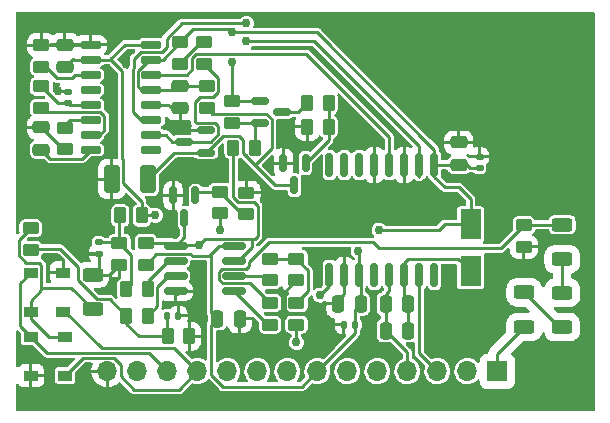
<source format=gbr>
%TF.GenerationSoftware,KiCad,Pcbnew,(5.99.0-9830-g9acf5e365a)*%
%TF.CreationDate,2021-04-09T09:54:32+02:00*%
%TF.ProjectId,Power Supply Control Board SG3525,506f7765-7220-4537-9570-706c7920436f,V 2.0*%
%TF.SameCoordinates,Original*%
%TF.FileFunction,Copper,L1,Top*%
%TF.FilePolarity,Positive*%
%FSLAX46Y46*%
G04 Gerber Fmt 4.6, Leading zero omitted, Abs format (unit mm)*
G04 Created by KiCad (PCBNEW (5.99.0-9830-g9acf5e365a)) date 2021-04-09 09:54:32*
%MOMM*%
%LPD*%
G01*
G04 APERTURE LIST*
G04 Aperture macros list*
%AMRoundRect*
0 Rectangle with rounded corners*
0 $1 Rounding radius*
0 $2 $3 $4 $5 $6 $7 $8 $9 X,Y pos of 4 corners*
0 Add a 4 corners polygon primitive as box body*
4,1,4,$2,$3,$4,$5,$6,$7,$8,$9,$2,$3,0*
0 Add four circle primitives for the rounded corners*
1,1,$1+$1,$2,$3*
1,1,$1+$1,$4,$5*
1,1,$1+$1,$6,$7*
1,1,$1+$1,$8,$9*
0 Add four rect primitives between the rounded corners*
20,1,$1+$1,$2,$3,$4,$5,0*
20,1,$1+$1,$4,$5,$6,$7,0*
20,1,$1+$1,$6,$7,$8,$9,0*
20,1,$1+$1,$8,$9,$2,$3,0*%
G04 Aperture macros list end*
%TA.AperFunction,SMDPad,CuDef*%
%ADD10RoundRect,0.250000X0.412500X0.925000X-0.412500X0.925000X-0.412500X-0.925000X0.412500X-0.925000X0*%
%TD*%
%TA.AperFunction,SMDPad,CuDef*%
%ADD11R,1.200000X0.900000*%
%TD*%
%TA.AperFunction,SMDPad,CuDef*%
%ADD12RoundRect,0.250000X-0.475000X0.250000X-0.475000X-0.250000X0.475000X-0.250000X0.475000X0.250000X0*%
%TD*%
%TA.AperFunction,SMDPad,CuDef*%
%ADD13RoundRect,0.140000X0.170000X-0.140000X0.170000X0.140000X-0.170000X0.140000X-0.170000X-0.140000X0*%
%TD*%
%TA.AperFunction,SMDPad,CuDef*%
%ADD14RoundRect,0.250000X0.475000X-0.250000X0.475000X0.250000X-0.475000X0.250000X-0.475000X-0.250000X0*%
%TD*%
%TA.AperFunction,SMDPad,CuDef*%
%ADD15RoundRect,0.250000X0.250000X0.475000X-0.250000X0.475000X-0.250000X-0.475000X0.250000X-0.475000X0*%
%TD*%
%TA.AperFunction,SMDPad,CuDef*%
%ADD16R,1.800000X2.500000*%
%TD*%
%TA.AperFunction,SMDPad,CuDef*%
%ADD17RoundRect,0.150000X0.587500X0.150000X-0.587500X0.150000X-0.587500X-0.150000X0.587500X-0.150000X0*%
%TD*%
%TA.AperFunction,SMDPad,CuDef*%
%ADD18RoundRect,0.150000X-0.150000X0.587500X-0.150000X-0.587500X0.150000X-0.587500X0.150000X0.587500X0*%
%TD*%
%TA.AperFunction,SMDPad,CuDef*%
%ADD19RoundRect,0.250000X0.625000X-0.312500X0.625000X0.312500X-0.625000X0.312500X-0.625000X-0.312500X0*%
%TD*%
%TA.AperFunction,SMDPad,CuDef*%
%ADD20RoundRect,0.250000X-0.450000X0.262500X-0.450000X-0.262500X0.450000X-0.262500X0.450000X0.262500X0*%
%TD*%
%TA.AperFunction,SMDPad,CuDef*%
%ADD21RoundRect,0.250000X0.450000X-0.262500X0.450000X0.262500X-0.450000X0.262500X-0.450000X-0.262500X0*%
%TD*%
%TA.AperFunction,SMDPad,CuDef*%
%ADD22RoundRect,0.250000X-0.262500X-0.450000X0.262500X-0.450000X0.262500X0.450000X-0.262500X0.450000X0*%
%TD*%
%TA.AperFunction,SMDPad,CuDef*%
%ADD23RoundRect,0.250000X0.262500X0.450000X-0.262500X0.450000X-0.262500X-0.450000X0.262500X-0.450000X0*%
%TD*%
%TA.AperFunction,SMDPad,CuDef*%
%ADD24RoundRect,0.150000X-0.725000X-0.150000X0.725000X-0.150000X0.725000X0.150000X-0.725000X0.150000X0*%
%TD*%
%TA.AperFunction,SMDPad,CuDef*%
%ADD25RoundRect,0.150000X0.150000X-0.875000X0.150000X0.875000X-0.150000X0.875000X-0.150000X-0.875000X0*%
%TD*%
%TA.AperFunction,SMDPad,CuDef*%
%ADD26RoundRect,0.140000X0.140000X0.170000X-0.140000X0.170000X-0.140000X-0.170000X0.140000X-0.170000X0*%
%TD*%
%TA.AperFunction,SMDPad,CuDef*%
%ADD27RoundRect,0.150000X-0.825000X-0.150000X0.825000X-0.150000X0.825000X0.150000X-0.825000X0.150000X0*%
%TD*%
%TA.AperFunction,SMDPad,CuDef*%
%ADD28RoundRect,0.250000X-0.250000X-0.475000X0.250000X-0.475000X0.250000X0.475000X-0.250000X0.475000X0*%
%TD*%
%TA.AperFunction,ComponentPad*%
%ADD29R,1.700000X1.700000*%
%TD*%
%TA.AperFunction,ComponentPad*%
%ADD30O,1.700000X1.700000*%
%TD*%
%TA.AperFunction,SMDPad,CuDef*%
%ADD31RoundRect,0.140000X-0.170000X0.140000X-0.170000X-0.140000X0.170000X-0.140000X0.170000X0.140000X0*%
%TD*%
%TA.AperFunction,SMDPad,CuDef*%
%ADD32RoundRect,0.140000X-0.140000X-0.170000X0.140000X-0.170000X0.140000X0.170000X-0.140000X0.170000X0*%
%TD*%
%TA.AperFunction,SMDPad,CuDef*%
%ADD33RoundRect,0.150000X-0.587500X-0.150000X0.587500X-0.150000X0.587500X0.150000X-0.587500X0.150000X0*%
%TD*%
%TA.AperFunction,ViaPad*%
%ADD34C,0.762000*%
%TD*%
%TA.AperFunction,Conductor*%
%ADD35C,0.254000*%
%TD*%
G04 APERTURE END LIST*
D10*
%TO.P,C14,2*%
%TO.N,GND*%
X110603500Y-106934000D03*
%TO.P,C14,1*%
%TO.N,Net-(C14-Pad1)*%
X113678500Y-106934000D03*
%TD*%
D11*
%TO.P,D4,1,K*%
%TO.N,CS+*%
X106500000Y-118150000D03*
%TO.P,D4,2,A*%
%TO.N,GND*%
X106500000Y-114850000D03*
%TD*%
D12*
%TO.P,C1,1*%
%TO.N,+16V*%
X116400000Y-99050000D03*
%TO.P,C1,2*%
%TO.N,GND*%
X116400000Y-100950000D03*
%TD*%
D13*
%TO.P,C3,1*%
%TO.N,Net-(C3-Pad1)*%
X106900000Y-100480000D03*
%TO.P,C3,2*%
%TO.N,GND*%
X106900000Y-99520000D03*
%TD*%
D14*
%TO.P,C4,1*%
%TO.N,Net-(C4-Pad1)*%
X104650000Y-104450000D03*
%TO.P,C4,2*%
%TO.N,GND*%
X104650000Y-102550000D03*
%TD*%
%TO.P,C7,1*%
%TO.N,+16V*%
X140000000Y-105725000D03*
%TO.P,C7,2*%
%TO.N,GND*%
X140000000Y-103825000D03*
%TD*%
D15*
%TO.P,C8,1*%
%TO.N,Net-(C10-Pad1)*%
X135700000Y-117500000D03*
%TO.P,C8,2*%
%TO.N,Vs*%
X133800000Y-117500000D03*
%TD*%
D13*
%TO.P,C9,1*%
%TO.N,+16V*%
X141750000Y-105980000D03*
%TO.P,C9,2*%
%TO.N,GND*%
X141750000Y-105020000D03*
%TD*%
D15*
%TO.P,C10,1*%
%TO.N,Net-(C10-Pad1)*%
X135700000Y-119750000D03*
%TO.P,C10,2*%
%TO.N,Vs*%
X133800000Y-119750000D03*
%TD*%
D16*
%TO.P,D1,1,K*%
%TO.N,Net-(C10-Pad1)*%
X141000000Y-114750000D03*
%TO.P,D1,2,A*%
%TO.N,+16V*%
X141000000Y-110750000D03*
%TD*%
D11*
%TO.P,D2,1,K*%
%TO.N,Net-(D2-Pad1)*%
X106680000Y-120270000D03*
%TO.P,D2,2,A*%
%TO.N,CS+*%
X106680000Y-123570000D03*
%TD*%
%TO.P,D3,1,K*%
%TO.N,Net-(D2-Pad1)*%
X103759000Y-118150000D03*
%TO.P,D3,2,A*%
%TO.N,CS-*%
X103759000Y-114850000D03*
%TD*%
%TO.P,D5,1,K*%
%TO.N,CS-*%
X103759000Y-120270000D03*
%TO.P,D5,2,A*%
%TO.N,GND*%
X103759000Y-123570000D03*
%TD*%
D17*
%TO.P,Q1,1,B*%
%TO.N,Net-(C14-Pad1)*%
X118587500Y-104700000D03*
%TO.P,Q1,2,E*%
%TO.N,GND*%
X118587500Y-102800000D03*
%TO.P,Q1,3,C*%
%TO.N,Net-(Q1-Pad3)*%
X116712500Y-103750000D03*
%TD*%
D18*
%TO.P,Q2,1,B*%
%TO.N,Net-(Q2-Pad1)*%
X117700000Y-108312500D03*
%TO.P,Q2,2,E*%
%TO.N,GND*%
X115800000Y-108312500D03*
%TO.P,Q2,3,C*%
%TO.N,~ShutDown*%
X116750000Y-110187500D03*
%TD*%
D19*
%TO.P,R1,1*%
%TO.N,VB+*%
X145542000Y-119445500D03*
%TO.P,R1,2*%
%TO.N,Net-(R1-Pad2)*%
X145542000Y-116520500D03*
%TD*%
%TO.P,R2,1*%
%TO.N,Net-(R1-Pad2)*%
X148750000Y-119462500D03*
%TO.P,R2,2*%
%TO.N,Net-(R2-Pad2)*%
X148750000Y-116537500D03*
%TD*%
%TO.P,R3,1*%
%TO.N,Net-(R2-Pad2)*%
X148750000Y-113712500D03*
%TO.P,R3,2*%
%TO.N,Net-(R3-Pad2)*%
X148750000Y-110787500D03*
%TD*%
D20*
%TO.P,R4,1*%
%TO.N,Net-(R3-Pad2)*%
X145500000Y-110837500D03*
%TO.P,R4,2*%
%TO.N,GND*%
X145500000Y-112662500D03*
%TD*%
D21*
%TO.P,R5,1*%
%TO.N,Net-(R5-Pad1)*%
X124000000Y-119250000D03*
%TO.P,R5,2*%
%TO.N,Net-(R3-Pad2)*%
X124000000Y-117425000D03*
%TD*%
%TO.P,R6,1*%
%TO.N,+Vref*%
X126250000Y-119250000D03*
%TO.P,R6,2*%
%TO.N,Net-(R6-Pad2)*%
X126250000Y-117425000D03*
%TD*%
D20*
%TO.P,R7,1*%
%TO.N,Net-(R6-Pad2)*%
X126250000Y-113675000D03*
%TO.P,R7,2*%
%TO.N,GND*%
X126250000Y-115500000D03*
%TD*%
D21*
%TO.P,R8,1*%
%TO.N,Net-(R8-Pad1)*%
X124000000Y-115500000D03*
%TO.P,R8,2*%
%TO.N,Net-(R6-Pad2)*%
X124000000Y-113675000D03*
%TD*%
%TO.P,R9,1*%
%TO.N,Net-(R10-Pad2)*%
X116400000Y-97162500D03*
%TO.P,R9,2*%
%TO.N,+16V*%
X116400000Y-95337500D03*
%TD*%
%TO.P,R10,1*%
%TO.N,Net-(Q1-Pad3)*%
X118400000Y-97162500D03*
%TO.P,R10,2*%
%TO.N,Net-(R10-Pad2)*%
X118400000Y-95337500D03*
%TD*%
D20*
%TO.P,R11,1*%
%TO.N,GND*%
X104650000Y-95587500D03*
%TO.P,R11,2*%
%TO.N,Net-(R11-Pad2)*%
X104650000Y-97412500D03*
%TD*%
D21*
%TO.P,R12,1*%
%TO.N,GND*%
X106650000Y-104412500D03*
%TO.P,R12,2*%
%TO.N,Net-(R12-Pad2)*%
X106650000Y-102587500D03*
%TD*%
D20*
%TO.P,R14,1*%
%TO.N,+16V*%
X118650000Y-99087500D03*
%TO.P,R14,2*%
%TO.N,Net-(C14-Pad1)*%
X118650000Y-100912500D03*
%TD*%
D21*
%TO.P,R15,1*%
%TO.N,Net-(R15-Pad1)*%
X104650000Y-100912500D03*
%TO.P,R15,2*%
%TO.N,Net-(C3-Pad1)*%
X104650000Y-99087500D03*
%TD*%
D22*
%TO.P,R16,1*%
%TO.N,Net-(Q3-Pad3)*%
X127166500Y-100507000D03*
%TO.P,R16,2*%
%TO.N,Net-(Q4-Pad1)*%
X128991500Y-100507000D03*
%TD*%
D21*
%TO.P,R18,1*%
%TO.N,Net-(Q2-Pad1)*%
X122000000Y-109912500D03*
%TO.P,R18,2*%
%TO.N,GND*%
X122000000Y-108087500D03*
%TD*%
D20*
%TO.P,R19,1*%
%TO.N,Net-(Q2-Pad1)*%
X119750000Y-108000000D03*
%TO.P,R19,2*%
%TO.N,ShutDown*%
X119750000Y-109825000D03*
%TD*%
D23*
%TO.P,R20,1*%
%TO.N,Net-(R20-Pad1)*%
X113662500Y-118500000D03*
%TO.P,R20,2*%
%TO.N,Net-(C12-Pad1)*%
X111837500Y-118500000D03*
%TD*%
%TO.P,R21,1*%
%TO.N,Net-(R21-Pad1)*%
X113662500Y-116250000D03*
%TO.P,R21,2*%
%TO.N,Net-(C11-Pad1)*%
X111837500Y-116250000D03*
%TD*%
%TO.P,R22,1*%
%TO.N,+Vref*%
X113162500Y-110000000D03*
%TO.P,R22,2*%
%TO.N,Net-(C11-Pad1)*%
X111337500Y-110000000D03*
%TD*%
D20*
%TO.P,R23,1*%
%TO.N,Net-(C11-Pad1)*%
X111250000Y-112337500D03*
%TO.P,R23,2*%
%TO.N,GND*%
X111250000Y-114162500D03*
%TD*%
D22*
%TO.P,R24,1*%
%TO.N,Net-(C12-Pad1)*%
X115337500Y-120250000D03*
%TO.P,R24,2*%
%TO.N,GND*%
X117162500Y-120250000D03*
%TD*%
D19*
%TO.P,R26,1*%
%TO.N,Net-(D2-Pad1)*%
X109000000Y-117962500D03*
%TO.P,R26,2*%
%TO.N,GND*%
X109000000Y-115037500D03*
%TD*%
D24*
%TO.P,U2,1,INV*%
%TO.N,GND*%
X108825000Y-95555000D03*
%TO.P,U2,2,NI*%
%TO.N,+Vref*%
X108825000Y-96825000D03*
%TO.P,U2,3,SYNC*%
%TO.N,Net-(R11-Pad2)*%
X108825000Y-98095000D03*
%TO.P,U2,4,OSC*%
%TO.N,unconnected-(U2-Pad4)*%
X108825000Y-99365000D03*
%TO.P,U2,5,CT*%
%TO.N,Net-(C3-Pad1)*%
X108825000Y-100635000D03*
%TO.P,U2,6,RT*%
%TO.N,Net-(R12-Pad2)*%
X108825000Y-101905000D03*
%TO.P,U2,7,DISCH*%
%TO.N,Net-(R15-Pad1)*%
X108825000Y-103175000D03*
%TO.P,U2,8,SS*%
%TO.N,Net-(C4-Pad1)*%
X108825000Y-104445000D03*
%TO.P,U2,9,COMP*%
%TO.N,unconnected-(U2-Pad9)*%
X113975000Y-104445000D03*
%TO.P,U2,10,SD*%
%TO.N,Net-(Q1-Pad3)*%
X113975000Y-103175000D03*
%TO.P,U2,11,OUTA*%
%TO.N,Net-(U2-Pad11)*%
X113975000Y-101905000D03*
%TO.P,U2,12,GND*%
%TO.N,GND*%
X113975000Y-100635000D03*
%TO.P,U2,13,VC*%
%TO.N,+16V*%
X113975000Y-99365000D03*
%TO.P,U2,14,OUTB*%
%TO.N,Net-(U2-Pad14)*%
X113975000Y-98095000D03*
%TO.P,U2,15,VIN*%
%TO.N,+16V*%
X113975000Y-96825000D03*
%TO.P,U2,16,REF*%
%TO.N,+Vref*%
X113975000Y-95555000D03*
%TD*%
D25*
%TO.P,U3,1,LO*%
%TO.N,LO*%
X129039000Y-115017000D03*
%TO.P,U3,2,COM*%
%TO.N,GND*%
X130309000Y-115017000D03*
%TO.P,U3,3,VCC*%
%TO.N,+16V*%
X131579000Y-115017000D03*
%TO.P,U3,4,NC*%
%TO.N,unconnected-(U3-Pad4)*%
X132849000Y-115017000D03*
%TO.P,U3,5,VS*%
%TO.N,Vs*%
X134119000Y-115017000D03*
%TO.P,U3,6,VB*%
%TO.N,Net-(C10-Pad1)*%
X135389000Y-115017000D03*
%TO.P,U3,7,HO*%
%TO.N,HO*%
X136659000Y-115017000D03*
%TO.P,U3,8,NC*%
%TO.N,unconnected-(U3-Pad8)*%
X137929000Y-115017000D03*
%TO.P,U3,9,VDD*%
%TO.N,+16V*%
X137929000Y-105717000D03*
%TO.P,U3,10,HIN*%
%TO.N,Net-(U2-Pad11)*%
X136659000Y-105717000D03*
%TO.P,U3,11,SD*%
%TO.N,GND*%
X135389000Y-105717000D03*
%TO.P,U3,12,LIN*%
%TO.N,Net-(U2-Pad14)*%
X134119000Y-105717000D03*
%TO.P,U3,13,VSS*%
%TO.N,GND*%
X132849000Y-105717000D03*
%TO.P,U3,14,NC*%
%TO.N,unconnected-(U3-Pad14)*%
X131579000Y-105717000D03*
%TO.P,U3,15*%
%TO.N,N/C*%
X130309000Y-105717000D03*
%TO.P,U3,16*%
X129039000Y-105717000D03*
%TD*%
D15*
%TO.P,C5,1*%
%TO.N,+16V*%
X131700000Y-117500000D03*
%TO.P,C5,2*%
%TO.N,GND*%
X129800000Y-117500000D03*
%TD*%
D26*
%TO.P,C6,1*%
%TO.N,+16V*%
X131230000Y-119250000D03*
%TO.P,C6,2*%
%TO.N,GND*%
X130270000Y-119250000D03*
%TD*%
D27*
%TO.P,U1,1*%
%TO.N,~ShutDown*%
X116025000Y-112595000D03*
%TO.P,U1,2,-*%
%TO.N,Net-(R21-Pad1)*%
X116025000Y-113865000D03*
%TO.P,U1,3,+*%
%TO.N,Net-(R20-Pad1)*%
X116025000Y-115135000D03*
%TO.P,U1,4,V-*%
%TO.N,GND*%
X116025000Y-116405000D03*
%TO.P,U1,5,+*%
%TO.N,Net-(R5-Pad1)*%
X120975000Y-116405000D03*
%TO.P,U1,6,_*%
%TO.N,Net-(R8-Pad1)*%
X120975000Y-115135000D03*
%TO.P,U1,7*%
%TO.N,~ShutDown*%
X120975000Y-113865000D03*
%TO.P,U1,8,V+*%
%TO.N,+16V*%
X120975000Y-112595000D03*
%TD*%
D28*
%TO.P,C13,1*%
%TO.N,+16V*%
X119550000Y-118750000D03*
%TO.P,C13,2*%
%TO.N,GND*%
X121450000Y-118750000D03*
%TD*%
D21*
%TO.P,R25,1*%
%TO.N,Net-(C12-Pad1)*%
X103750000Y-112912500D03*
%TO.P,R25,2*%
%TO.N,Net-(D2-Pad1)*%
X103750000Y-111087500D03*
%TD*%
D29*
%TO.P,J1,1,Pin_1*%
%TO.N,VB+*%
X143256000Y-123190000D03*
D30*
%TO.P,J1,2,Pin_2*%
%TO.N,unconnected-(J1-Pad2)*%
X140716000Y-123190000D03*
%TO.P,J1,3,Pin_3*%
%TO.N,HO*%
X138176000Y-123190000D03*
%TO.P,J1,4,Pin_4*%
%TO.N,Vs*%
X135636000Y-123190000D03*
%TO.P,J1,5,Pin_5*%
%TO.N,unconnected-(J1-Pad5)*%
X133096000Y-123190000D03*
%TO.P,J1,6,Pin_6*%
%TO.N,LO*%
X130556000Y-123190000D03*
%TO.P,J1,7,Pin_7*%
%TO.N,+16V*%
X128016000Y-123190000D03*
%TO.P,J1,8,Pin_8*%
%TO.N,FBK+*%
X125476000Y-123190000D03*
%TO.P,J1,9,Pin_9*%
%TO.N,FBK-*%
X122936000Y-123190000D03*
%TO.P,J1,10,Pin_10*%
%TO.N,ShutDown*%
X120396000Y-123190000D03*
%TO.P,J1,11,Pin_11*%
%TO.N,CS+*%
X117856000Y-123190000D03*
%TO.P,J1,12,Pin_12*%
%TO.N,CS-*%
X115316000Y-123190000D03*
%TO.P,J1,13,Pin_13*%
%TO.N,~ShutDown*%
X112776000Y-123190000D03*
%TO.P,J1,14,Pin_14*%
%TO.N,GND*%
X110236000Y-123190000D03*
%TD*%
D31*
%TO.P,C11,1*%
%TO.N,Net-(C11-Pad1)*%
X109500000Y-112270000D03*
%TO.P,C11,2*%
%TO.N,GND*%
X109500000Y-113230000D03*
%TD*%
D23*
%TO.P,R28,1*%
%TO.N,Net-(Q4-Pad1)*%
X128991500Y-102507000D03*
%TO.P,R28,2*%
%TO.N,GND*%
X127166500Y-102507000D03*
%TD*%
D14*
%TO.P,C2,1*%
%TO.N,+Vref*%
X106650000Y-97450000D03*
%TO.P,C2,2*%
%TO.N,GND*%
X106650000Y-95550000D03*
%TD*%
D18*
%TO.P,Q4,1,B*%
%TO.N,Net-(Q4-Pad1)*%
X127029000Y-105569500D03*
%TO.P,Q4,2,E*%
%TO.N,GND*%
X125129000Y-105569500D03*
%TO.P,Q4,3,C*%
%TO.N,Net-(C14-Pad1)*%
X126079000Y-107444500D03*
%TD*%
D32*
%TO.P,C12,1*%
%TO.N,Net-(C12-Pad1)*%
X115290000Y-118500000D03*
%TO.P,C12,2*%
%TO.N,GND*%
X116250000Y-118500000D03*
%TD*%
D21*
%TO.P,R13,1*%
%TO.N,+16V*%
X113500000Y-114162500D03*
%TO.P,R13,2*%
%TO.N,~ShutDown*%
X113500000Y-112337500D03*
%TD*%
D33*
%TO.P,Q3,1,E*%
%TO.N,+16V*%
X123141500Y-100307000D03*
%TO.P,Q3,2,B*%
%TO.N,Net-(Q3-Pad2)*%
X123141500Y-102207000D03*
%TO.P,Q3,3,C*%
%TO.N,Net-(Q3-Pad3)*%
X125016500Y-101257000D03*
%TD*%
D20*
%TO.P,R27,1*%
%TO.N,+16V*%
X120829000Y-100344500D03*
%TO.P,R27,2*%
%TO.N,Net-(Q3-Pad2)*%
X120829000Y-102169500D03*
%TD*%
D23*
%TO.P,R17,1*%
%TO.N,Net-(Q3-Pad2)*%
X122741500Y-104257000D03*
%TO.P,R17,2*%
%TO.N,~ShutDown*%
X120916500Y-104257000D03*
%TD*%
D34*
%TO.N,GND*%
X106045000Y-99441000D03*
X116459000Y-102616000D03*
X117602000Y-117856000D03*
X129540000Y-120396000D03*
X109500000Y-93250000D03*
X104500000Y-93500000D03*
X136500000Y-108500000D03*
X132500000Y-108500000D03*
X125750000Y-110000000D03*
X124250000Y-110000000D03*
X131000000Y-103000000D03*
%TO.N,Net-(U2-Pad11)*%
X122000000Y-95250000D03*
X122000000Y-93750000D03*
%TO.N,+16V*%
X120750000Y-97000000D03*
X120750000Y-94500000D03*
%TO.N,GND*%
X125500000Y-103250000D03*
X111853597Y-97169635D03*
%TO.N,+Vref*%
X126250000Y-120750000D03*
%TO.N,GND*%
X108000000Y-113250000D03*
X105750000Y-113500000D03*
%TO.N,+16V*%
X133250000Y-111250000D03*
X131500000Y-113000000D03*
%TO.N,ShutDown*%
X119750000Y-111250000D03*
%TO.N,LO*%
X128250000Y-116750000D03*
%TO.N,+Vref*%
X114300000Y-109982000D03*
%TO.N,~ShutDown*%
X118000000Y-112500000D03*
%TD*%
D35*
%TO.N,Net-(R11-Pad2)*%
X107218000Y-98395000D02*
X105993466Y-98395000D01*
X108825000Y-98095000D02*
X107518000Y-98095000D01*
X107518000Y-98095000D02*
X107218000Y-98395000D01*
X105993466Y-98395000D02*
X105010966Y-97412500D01*
X105010966Y-97412500D02*
X104650000Y-97412500D01*
%TO.N,Net-(C14-Pad1)*%
X113678500Y-106934000D02*
X115912500Y-104700000D01*
X115912500Y-104700000D02*
X118587500Y-104700000D01*
%TO.N,+Vref*%
X113162500Y-110000000D02*
X114282000Y-110000000D01*
X114282000Y-110000000D02*
X114300000Y-109982000D01*
X111506000Y-105208874D02*
X111545420Y-105248294D01*
X111545420Y-105248294D02*
X111545420Y-107227420D01*
X111545420Y-107227420D02*
X113162500Y-108844500D01*
X113162500Y-108844500D02*
X113162500Y-110000000D01*
X111506000Y-97756000D02*
X110500000Y-96750000D01*
X111506000Y-105208874D02*
X111506000Y-97756000D01*
%TO.N,Net-(U2-Pad11)*%
X112414161Y-97586465D02*
X112414161Y-101219161D01*
X112513998Y-96736002D02*
X112513998Y-97486628D01*
%TO.N,+16V*%
X113100000Y-99365000D02*
X113975000Y-99365000D01*
%TO.N,Net-(U2-Pad11)*%
X114877872Y-96134420D02*
X113115580Y-96134420D01*
X112513998Y-97486628D02*
X112414161Y-97586465D01*
X115250000Y-95762292D02*
X114877872Y-96134420D01*
X122000000Y-93750000D02*
X116526286Y-93750000D01*
%TO.N,+16V*%
X112820580Y-99085580D02*
X113100000Y-99365000D01*
%TO.N,Net-(U2-Pad11)*%
X115250000Y-95026286D02*
X115250000Y-95762292D01*
X116526286Y-93750000D02*
X115250000Y-95026286D01*
%TO.N,+16V*%
X112820580Y-97754156D02*
X112820580Y-99085580D01*
%TO.N,Net-(U2-Pad11)*%
X112414161Y-101219161D02*
X113100000Y-101905000D01*
%TO.N,+16V*%
X113975000Y-96825000D02*
X113749736Y-96825000D01*
%TO.N,Net-(U2-Pad11)*%
X113100000Y-101905000D02*
X113975000Y-101905000D01*
X113115580Y-96134420D02*
X112513998Y-96736002D01*
%TO.N,+16V*%
X113749736Y-96825000D02*
X112820580Y-97754156D01*
%TO.N,Net-(R3-Pad2)*%
X122325000Y-115750000D02*
X124000000Y-117425000D01*
X122229420Y-113984366D02*
X122229420Y-114270580D01*
X145500000Y-110837500D02*
X143536090Y-112801410D01*
X119720580Y-115462872D02*
X120007708Y-115750000D01*
X123934375Y-112279411D02*
X122229420Y-113984366D01*
X119720580Y-114779420D02*
X119720580Y-115462872D01*
X120007708Y-115750000D02*
X122325000Y-115750000D01*
X122229420Y-114270580D02*
X121944420Y-114555580D01*
X132727250Y-112279411D02*
X123934375Y-112279411D01*
X143536090Y-112801410D02*
X133249249Y-112801410D01*
X133249249Y-112801410D02*
X132727250Y-112279411D01*
X121944420Y-114555580D02*
X119944420Y-114555580D01*
X119944420Y-114555580D02*
X119720580Y-114779420D01*
%TO.N,+16V*%
X138789708Y-107602708D02*
X139987708Y-107602708D01*
X139987708Y-107602708D02*
X141000000Y-108615000D01*
X141000000Y-108615000D02*
X141000000Y-110750000D01*
X138789708Y-110750000D02*
X141000000Y-110750000D01*
X140000000Y-105725000D02*
X140650000Y-105725000D01*
X140905000Y-105980000D02*
X141750000Y-105980000D01*
X140650000Y-105725000D02*
X140905000Y-105980000D01*
X137929000Y-105717000D02*
X139992000Y-105717000D01*
X139992000Y-105717000D02*
X140000000Y-105725000D01*
%TO.N,Net-(D2-Pad1)*%
X104638411Y-116111589D02*
X104638411Y-116361589D01*
X104638411Y-114176471D02*
X104638411Y-116111589D01*
X104638411Y-116111589D02*
X107149089Y-116111589D01*
X107149089Y-116111589D02*
X109000000Y-117962500D01*
X103759000Y-118150000D02*
X103759000Y-118759000D01*
X103759000Y-118759000D02*
X105270000Y-120270000D01*
X105270000Y-120270000D02*
X106680000Y-120270000D01*
X103759000Y-117259000D02*
X103759000Y-118150000D01*
X103376286Y-114000000D02*
X104461940Y-114000000D01*
X103750000Y-111087500D02*
X102770580Y-112066920D01*
X103750000Y-117250000D02*
X103759000Y-117259000D01*
X102770580Y-112066920D02*
X102770580Y-113394294D01*
X102770580Y-113394294D02*
X103376286Y-114000000D01*
X104461940Y-114000000D02*
X104638411Y-114176471D01*
X104638411Y-116361589D02*
X103750000Y-117250000D01*
%TO.N,Net-(C12-Pad1)*%
X103750000Y-112912500D02*
X103822901Y-112839599D01*
X103822901Y-112839599D02*
X106256370Y-112839599D01*
X106256370Y-112839599D02*
X107750000Y-114333229D01*
X107750000Y-114333229D02*
X107750000Y-115473714D01*
X107750000Y-115473714D02*
X109396866Y-117120580D01*
X109396866Y-117120580D02*
X109620580Y-117120580D01*
X109396866Y-117120580D02*
X110458080Y-117120580D01*
X110458080Y-117120580D02*
X111837500Y-118500000D01*
%TO.N,+16V*%
X131230000Y-117970000D02*
X131700000Y-117500000D01*
X131230000Y-119250000D02*
X131230000Y-117970000D01*
X128016000Y-123190000D02*
X131230000Y-119976000D01*
X131230000Y-119976000D02*
X131230000Y-119250000D01*
X131700000Y-117500000D02*
X131700000Y-115138000D01*
X131700000Y-115138000D02*
X131579000Y-115017000D01*
%TO.N,GND*%
X129800000Y-117500000D02*
X129800000Y-117200000D01*
X129800000Y-117200000D02*
X130309000Y-116691000D01*
X130309000Y-116691000D02*
X130309000Y-115017000D01*
%TO.N,Vs*%
X133800000Y-119750000D02*
X133800000Y-117500000D01*
%TO.N,Net-(C10-Pad1)*%
X135700000Y-117500000D02*
X135700000Y-119750000D01*
%TO.N,Vs*%
X135636000Y-123190000D02*
X135636000Y-121586000D01*
X135636000Y-121586000D02*
X133800000Y-119750000D01*
X133800000Y-117500000D02*
X133800000Y-116700000D01*
%TO.N,Net-(C10-Pad1)*%
X135389000Y-117189000D02*
X135700000Y-117500000D01*
X135389000Y-115017000D02*
X135389000Y-117189000D01*
%TO.N,Vs*%
X133800000Y-116700000D02*
X134119000Y-116381000D01*
X134119000Y-116381000D02*
X134119000Y-115017000D01*
%TO.N,+16V*%
X138289708Y-111250000D02*
X138789708Y-110750000D01*
X133250000Y-111250000D02*
X138289708Y-111250000D01*
X137929000Y-105717000D02*
X137929000Y-106742000D01*
X137929000Y-106742000D02*
X138789708Y-107602708D01*
%TO.N,CS-*%
X103759000Y-120270000D02*
X105143178Y-121654178D01*
X113780178Y-121654178D02*
X115316000Y-123190000D01*
%TO.N,CS+*%
X108189411Y-122060589D02*
X110778118Y-122060589D01*
X106680000Y-118150000D02*
X109777768Y-121247768D01*
X115913768Y-121247768D02*
X117856000Y-123190000D01*
%TO.N,CS-*%
X105143178Y-121654178D02*
X113780178Y-121654178D01*
%TO.N,CS+*%
X111365411Y-123615411D02*
X112500000Y-124750000D01*
X106680000Y-123570000D02*
X108189411Y-122060589D01*
X110778118Y-122060589D02*
X111365411Y-122647882D01*
X109777768Y-121247768D02*
X115913768Y-121247768D01*
X111365411Y-122647882D02*
X111365411Y-123615411D01*
X112500000Y-124750000D02*
X116296000Y-124750000D01*
X116296000Y-124750000D02*
X117856000Y-123190000D01*
%TO.N,Net-(U2-Pad11)*%
X122000000Y-95250000D02*
X127750000Y-95250000D01*
X127750000Y-95250000D02*
X136659000Y-104159000D01*
X136659000Y-104159000D02*
X136659000Y-105717000D01*
%TO.N,+16V*%
X120750000Y-94500000D02*
X128000000Y-94500000D01*
X128000000Y-94500000D02*
X137929000Y-104429000D01*
X137929000Y-104429000D02*
X137929000Y-105717000D01*
X120750000Y-94500000D02*
X120500000Y-94250000D01*
X120500000Y-94250000D02*
X117487500Y-94250000D01*
X117487500Y-94250000D02*
X116400000Y-95337500D01*
%TO.N,Net-(U2-Pad14)*%
X127089599Y-96339599D02*
X134119000Y-103369000D01*
X117761687Y-96339599D02*
X127089599Y-96339599D01*
X116969874Y-98095000D02*
X117420580Y-97644294D01*
%TO.N,+16V*%
X120829000Y-100344500D02*
X120829000Y-97079000D01*
%TO.N,Net-(U2-Pad14)*%
X117420580Y-96680706D02*
X117761687Y-96339599D01*
X113975000Y-98095000D02*
X116969874Y-98095000D01*
X117420580Y-97644294D02*
X117420580Y-96680706D01*
%TO.N,+16V*%
X120829000Y-97079000D02*
X120750000Y-97000000D01*
%TO.N,Net-(U2-Pad14)*%
X134119000Y-103369000D02*
X134119000Y-105717000D01*
%TO.N,Net-(C12-Pad1)*%
X112887500Y-120250000D02*
X115337500Y-120250000D01*
X111837500Y-119200000D02*
X112887500Y-120250000D01*
X111837500Y-118500000D02*
X111837500Y-119200000D01*
%TO.N,GND*%
X126250000Y-115500000D02*
X125270580Y-116479420D01*
X125270580Y-116479420D02*
X125270580Y-118020580D01*
X125270580Y-118020580D02*
X125500000Y-118250000D01*
X125500000Y-118250000D02*
X127750000Y-118250000D01*
%TO.N,+Vref*%
X126250000Y-119250000D02*
X126250000Y-120750000D01*
%TO.N,~ShutDown*%
X122484420Y-112015580D02*
X122734420Y-112015580D01*
X118484420Y-112015580D02*
X122484420Y-112015580D01*
X122484420Y-112667872D02*
X121287292Y-113865000D01*
X122484420Y-112015580D02*
X122484420Y-112667872D01*
X122669294Y-108879420D02*
X122979420Y-109189546D01*
X122979420Y-109189546D02*
X122979420Y-111770580D01*
X122979420Y-111770580D02*
X122734420Y-112015580D01*
%TO.N,Net-(Q2-Pad1)*%
X119750000Y-108000000D02*
X121662500Y-109912500D01*
X121662500Y-109912500D02*
X122000000Y-109912500D01*
%TO.N,~ShutDown*%
X120916500Y-108465214D02*
X120916500Y-104257000D01*
X122669294Y-108879420D02*
X121330706Y-108879420D01*
X121330706Y-108879420D02*
X120916500Y-108465214D01*
%TO.N,Net-(Q1-Pad1)*%
X118650000Y-100912500D02*
X119115080Y-101377580D01*
X119115080Y-101377580D02*
X123656872Y-101377580D01*
X123656872Y-101377580D02*
X124158420Y-101879128D01*
X124158420Y-101879128D02*
X124158420Y-104301294D01*
X122846357Y-105613357D02*
X122636643Y-105613357D01*
X124158420Y-104301294D02*
X122846357Y-105613357D01*
X122636643Y-105613357D02*
X121949580Y-104926294D01*
X121398294Y-103277580D02*
X121708420Y-103587706D01*
%TO.N,Net-(Q1-Pad3)*%
X118101286Y-100000000D02*
X119198714Y-100000000D01*
%TO.N,Net-(Q1-Pad1)*%
X121708420Y-104685134D02*
X124467786Y-107444500D01*
%TO.N,Net-(Q1-Pad3)*%
X119629420Y-98391920D02*
X118400000Y-97162500D01*
%TO.N,Net-(Q1-Pad1)*%
X121708420Y-103587706D02*
X121708420Y-104685134D01*
%TO.N,Net-(Q1-Pad3)*%
X119629420Y-99569294D02*
X119629420Y-98391920D01*
X118982292Y-103750000D02*
X119604420Y-103127872D01*
%TO.N,Net-(Q1-Pad1)*%
X118607043Y-104700000D02*
X118587500Y-104700000D01*
X120029463Y-103277580D02*
X121398294Y-103277580D01*
X120029463Y-103277580D02*
X118607043Y-104700000D01*
%TO.N,Net-(Q1-Pad3)*%
X116712500Y-103750000D02*
X118982292Y-103750000D01*
X117822128Y-102220580D02*
X117670580Y-102069032D01*
X119604420Y-103127872D02*
X119604420Y-102472128D01*
X119198714Y-100000000D02*
X119629420Y-99569294D01*
X119604420Y-102472128D02*
X119352872Y-102220580D01*
X119352872Y-102220580D02*
X117822128Y-102220580D01*
%TO.N,Net-(Q1-Pad1)*%
X124467786Y-107444500D02*
X126079000Y-107444500D01*
%TO.N,Net-(Q1-Pad3)*%
X117670580Y-102069032D02*
X117670580Y-100430706D01*
X117670580Y-100430706D02*
X118101286Y-100000000D01*
%TO.N,GND*%
X116400000Y-100950000D02*
X116400000Y-101450000D01*
%TO.N,+16V*%
X126706000Y-124500000D02*
X128016000Y-123190000D01*
X120034471Y-124500000D02*
X126706000Y-124500000D01*
X119054148Y-119245852D02*
X119054148Y-123519677D01*
X119550000Y-118750000D02*
X119054148Y-119245852D01*
X119054148Y-123519677D02*
X120034471Y-124500000D01*
X119550000Y-118750000D02*
X119054148Y-118254148D01*
%TO.N,Net-(R8-Pad1)*%
X124000000Y-115500000D02*
X123635000Y-115135000D01*
%TO.N,+16V*%
X119054148Y-118254148D02*
X119054148Y-113195852D01*
X119054148Y-113195852D02*
X119655000Y-112595000D01*
%TO.N,Net-(R8-Pad1)*%
X123635000Y-115135000D02*
X120975000Y-115135000D01*
%TO.N,GND*%
X106900000Y-99520000D02*
X106543714Y-99520000D01*
X104650000Y-102550000D02*
X106512500Y-104412500D01*
X106512500Y-104412500D02*
X106650000Y-104412500D01*
X116400000Y-100950000D02*
X115700000Y-100950000D01*
X115700000Y-100950000D02*
X115385000Y-100635000D01*
X115385000Y-100635000D02*
X113975000Y-100635000D01*
X116250000Y-116630000D02*
X116025000Y-116405000D01*
X109250000Y-115037500D02*
X110375000Y-115037500D01*
X110375000Y-115037500D02*
X111250000Y-114162500D01*
X108020000Y-113230000D02*
X108000000Y-113250000D01*
X109500000Y-113230000D02*
X108020000Y-113230000D01*
X109500000Y-113230000D02*
X109500000Y-114787500D01*
X109500000Y-114787500D02*
X109250000Y-115037500D01*
%TO.N,+16V*%
X137929000Y-104604249D02*
X137929000Y-105717000D01*
%TO.N,GND*%
X135389000Y-104692000D02*
X135389000Y-105717000D01*
%TO.N,Net-(U2-Pad11)*%
X136659000Y-105717000D02*
X136659000Y-106742000D01*
%TO.N,GND*%
X127166500Y-102507000D02*
X127166500Y-102583500D01*
X125129000Y-104621000D02*
X125129000Y-105569500D01*
%TO.N,~ShutDown*%
X118000000Y-112500000D02*
X118484420Y-112015580D01*
%TO.N,GND*%
X104650000Y-95587500D02*
X106612500Y-95587500D01*
X108820000Y-95550000D02*
X108825000Y-95555000D01*
X106612500Y-95587500D02*
X106650000Y-95550000D01*
X106650000Y-95550000D02*
X108820000Y-95550000D01*
%TO.N,+16V*%
X117433007Y-113410401D02*
X118839599Y-113410401D01*
X131579000Y-115017000D02*
X131579000Y-113079000D01*
X119655000Y-112595000D02*
X120975000Y-112595000D01*
X118839599Y-113410401D02*
X119655000Y-112595000D01*
X113500000Y-114162500D02*
X114376920Y-113285580D01*
%TO.N,GND*%
X141720000Y-105050000D02*
X141750000Y-105020000D01*
%TO.N,+16V*%
X118612500Y-99050000D02*
X118650000Y-99087500D01*
X113975000Y-99365000D02*
X116085000Y-99365000D01*
X114912500Y-96825000D02*
X113975000Y-96825000D01*
X120866500Y-100307000D02*
X120829000Y-100344500D01*
X116085000Y-99365000D02*
X116400000Y-99050000D01*
X131579000Y-113079000D02*
X131500000Y-113000000D01*
X116400000Y-99050000D02*
X118612500Y-99050000D01*
X114376920Y-113285580D02*
X117308186Y-113285580D01*
X116400000Y-95337500D02*
X114912500Y-96825000D01*
X117308186Y-113285580D02*
X117433007Y-113410401D01*
X123141500Y-100307000D02*
X120866500Y-100307000D01*
%TO.N,Net-(C3-Pad1)*%
X107055000Y-100635000D02*
X106900000Y-100480000D01*
X104650000Y-99087500D02*
X106062500Y-100500000D01*
X106062500Y-100500000D02*
X106082500Y-100480000D01*
X106082500Y-100480000D02*
X106900000Y-100480000D01*
X108825000Y-100635000D02*
X107055000Y-100635000D01*
%TO.N,Net-(C4-Pad1)*%
X104650000Y-104450000D02*
X105404420Y-105204420D01*
X105404420Y-105204420D02*
X108065580Y-105204420D01*
X108065580Y-105204420D02*
X108825000Y-104445000D01*
%TO.N,Net-(C10-Pad1)*%
X139962580Y-113712580D02*
X141000000Y-114750000D01*
X135389000Y-113992000D02*
X135668420Y-113712580D01*
X135668420Y-113712580D02*
X139962580Y-113712580D01*
X135389000Y-115017000D02*
X135389000Y-113992000D01*
%TO.N,Net-(C11-Pad1)*%
X111250000Y-112337500D02*
X111250000Y-110087500D01*
X112229420Y-113316920D02*
X112229420Y-115858080D01*
X111250000Y-110087500D02*
X111337500Y-110000000D01*
X111182500Y-112270000D02*
X111250000Y-112337500D01*
X109500000Y-112270000D02*
X111182500Y-112270000D01*
X111250000Y-112337500D02*
X112229420Y-113316920D01*
X112229420Y-115858080D02*
X111837500Y-116250000D01*
%TO.N,Net-(C12-Pad1)*%
X115290000Y-118500000D02*
X115290000Y-120202500D01*
X115290000Y-120202500D02*
X115337500Y-120250000D01*
%TO.N,CS-*%
X102879589Y-119390589D02*
X102879589Y-115729411D01*
X103759000Y-120270000D02*
X102879589Y-119390589D01*
X102879589Y-115729411D02*
X103759000Y-114850000D01*
%TO.N,ShutDown*%
X119750000Y-109825000D02*
X119750000Y-111250000D01*
%TO.N,LO*%
X129039000Y-115961000D02*
X128250000Y-116750000D01*
X129039000Y-115017000D02*
X129039000Y-115961000D01*
%TO.N,HO*%
X136659000Y-121673000D02*
X138176000Y-123190000D01*
X136659000Y-115017000D02*
X136659000Y-121673000D01*
%TO.N,VB+*%
X143256000Y-123190000D02*
X143256000Y-121731500D01*
X143256000Y-121731500D02*
X145542000Y-119445500D01*
%TO.N,Net-(Q3-Pad3)*%
X126416500Y-101257000D02*
X127166500Y-100507000D01*
X125016500Y-101257000D02*
X126416500Y-101257000D01*
%TO.N,Net-(Q3-Pad2)*%
X122741500Y-102244500D02*
X122779000Y-102207000D01*
X123104000Y-102169500D02*
X123141500Y-102207000D01*
X120829000Y-102169500D02*
X123104000Y-102169500D01*
X122741500Y-104257000D02*
X122741500Y-102244500D01*
X122779000Y-102207000D02*
X123141500Y-102207000D01*
%TO.N,Net-(R1-Pad2)*%
X145542000Y-116520500D02*
X148484000Y-119462500D01*
X148484000Y-119462500D02*
X148750000Y-119462500D01*
%TO.N,Net-(R2-Pad2)*%
X148750000Y-116537500D02*
X148750000Y-113712500D01*
%TO.N,Net-(R3-Pad2)*%
X148750000Y-110787500D02*
X145550000Y-110787500D01*
X145550000Y-110787500D02*
X145500000Y-110837500D01*
%TO.N,Net-(R5-Pad1)*%
X120975000Y-116405000D02*
X123820000Y-119250000D01*
X123820000Y-119250000D02*
X124000000Y-119250000D01*
X123992500Y-119242500D02*
X124000000Y-119250000D01*
%TO.N,Net-(R6-Pad2)*%
X126250000Y-113675000D02*
X127229420Y-114654420D01*
X124000000Y-113675000D02*
X126250000Y-113675000D01*
X127229420Y-114654420D02*
X127229420Y-116445580D01*
X127229420Y-116445580D02*
X126250000Y-117425000D01*
%TO.N,Net-(R8-Pad1)*%
X121527500Y-115135000D02*
X120975000Y-115135000D01*
%TO.N,Net-(R10-Pad2)*%
X118189035Y-95337500D02*
X118400000Y-95337500D01*
X116400000Y-97162500D02*
X116400000Y-97126535D01*
X116400000Y-97126535D02*
X118189035Y-95337500D01*
%TO.N,Net-(R12-Pad2)*%
X107095000Y-101905000D02*
X108825000Y-101905000D01*
X106650000Y-102587500D02*
X106650000Y-102350000D01*
X106650000Y-102350000D02*
X107095000Y-101905000D01*
%TO.N,Net-(R15-Pad1)*%
X104951920Y-101214420D02*
X109616712Y-101214420D01*
X109616712Y-101214420D02*
X109979420Y-101577128D01*
X109575000Y-103175000D02*
X108825000Y-103175000D01*
X104650000Y-100912500D02*
X104951920Y-101214420D01*
X109979420Y-102770580D02*
X109575000Y-103175000D01*
X109979420Y-101577128D02*
X109979420Y-102770580D01*
%TO.N,Net-(R20-Pad1)*%
X114454420Y-116045580D02*
X115365000Y-115135000D01*
X113662500Y-118500000D02*
X114454420Y-117708080D01*
X115365000Y-115135000D02*
X116025000Y-115135000D01*
X114454420Y-117708080D02*
X114454420Y-116045580D01*
%TO.N,Net-(R21-Pad1)*%
X115347500Y-113865000D02*
X116025000Y-113865000D01*
X113662500Y-115550000D02*
X115347500Y-113865000D01*
X113662500Y-116250000D02*
X113662500Y-115550000D01*
%TO.N,Net-(U2-Pad14)*%
X134119000Y-104692000D02*
X134119000Y-105717000D01*
%TO.N,+Vref*%
X110425000Y-96825000D02*
X110500000Y-96750000D01*
X106650000Y-97450000D02*
X107350000Y-96750000D01*
X108825000Y-96825000D02*
X110425000Y-96825000D01*
X110500000Y-96750000D02*
X111695000Y-95555000D01*
X107350000Y-96750000D02*
X107425000Y-96825000D01*
X111695000Y-95555000D02*
X113975000Y-95555000D01*
X107425000Y-96825000D02*
X108825000Y-96825000D01*
%TO.N,~ShutDown*%
X120916500Y-104318214D02*
X120916500Y-104257000D01*
X115767500Y-112337500D02*
X116025000Y-112595000D01*
X116025000Y-112595000D02*
X116750000Y-111870000D01*
X113500000Y-112337500D02*
X115767500Y-112337500D01*
X116120000Y-112500000D02*
X116025000Y-112595000D01*
X116750000Y-111870000D02*
X116750000Y-110187500D01*
X118000000Y-112500000D02*
X116120000Y-112500000D01*
%TO.N,Net-(Q1-Pad3)*%
X115750000Y-103750000D02*
X116712500Y-103750000D01*
X118641920Y-96920580D02*
X118400000Y-97162500D01*
X115175000Y-103175000D02*
X115750000Y-103750000D01*
X118487500Y-97250000D02*
X118400000Y-97162500D01*
X113975000Y-103175000D02*
X115175000Y-103175000D01*
%TO.N,Net-(Q2-Pad1)*%
X118012500Y-108000000D02*
X117700000Y-108312500D01*
X119750000Y-108000000D02*
X118012500Y-108000000D01*
%TO.N,Net-(R16-Pad2)*%
X128991500Y-102507000D02*
X128991500Y-103607000D01*
X128991500Y-103607000D02*
X127029000Y-105569500D01*
X128991500Y-100507000D02*
X128991500Y-102507000D01*
%TD*%
%TA.AperFunction,Conductor*%
%TO.N,GND*%
G36*
X151434121Y-92770002D02*
G01*
X151480614Y-92823658D01*
X151492000Y-92876000D01*
X151492000Y-126474000D01*
X151471998Y-126542121D01*
X151418342Y-126588614D01*
X151366000Y-126600000D01*
X102634000Y-126600000D01*
X102565879Y-126579998D01*
X102519386Y-126526342D01*
X102508000Y-126474000D01*
X102508000Y-124375357D01*
X102528002Y-124307236D01*
X102581658Y-124260743D01*
X102651932Y-124250639D01*
X102716512Y-124280133D01*
X102739998Y-124307236D01*
X102766428Y-124348363D01*
X102778112Y-124361847D01*
X102874840Y-124445662D01*
X102889848Y-124455307D01*
X103006275Y-124508477D01*
X103023388Y-124513502D01*
X103154554Y-124532361D01*
X103163495Y-124533000D01*
X103613885Y-124533000D01*
X103629124Y-124528525D01*
X103630329Y-124527135D01*
X103632000Y-124519452D01*
X103632000Y-123710548D01*
X103886000Y-123710548D01*
X103886000Y-124514885D01*
X103890475Y-124530124D01*
X103891865Y-124531329D01*
X103899548Y-124533000D01*
X104356743Y-124533000D01*
X104361250Y-124532839D01*
X104425269Y-124528260D01*
X104438491Y-124525874D01*
X104563458Y-124489181D01*
X104579692Y-124481767D01*
X104687360Y-124412574D01*
X104700847Y-124400888D01*
X104784662Y-124304160D01*
X104794307Y-124289152D01*
X104847477Y-124172725D01*
X104852502Y-124155612D01*
X104871361Y-124024446D01*
X104872000Y-124015505D01*
X104872000Y-123715115D01*
X104867525Y-123699876D01*
X104866135Y-123698671D01*
X104858452Y-123697000D01*
X103904115Y-123697000D01*
X103888876Y-123701475D01*
X103887671Y-123702865D01*
X103886000Y-123710548D01*
X103632000Y-123710548D01*
X103632000Y-122625115D01*
X103630659Y-122620548D01*
X103886000Y-122620548D01*
X103886000Y-123424885D01*
X103890475Y-123440124D01*
X103891865Y-123441329D01*
X103899548Y-123443000D01*
X104853885Y-123443000D01*
X104869124Y-123438525D01*
X104870329Y-123437135D01*
X104872000Y-123429452D01*
X104872000Y-123122257D01*
X104871839Y-123117750D01*
X104867260Y-123053731D01*
X104864874Y-123040509D01*
X104828181Y-122915542D01*
X104820767Y-122899308D01*
X104751574Y-122791640D01*
X104739888Y-122778153D01*
X104643160Y-122694338D01*
X104628152Y-122684693D01*
X104511725Y-122631523D01*
X104494612Y-122626498D01*
X104363446Y-122607639D01*
X104354505Y-122607000D01*
X103904115Y-122607000D01*
X103888876Y-122611475D01*
X103887671Y-122612865D01*
X103886000Y-122620548D01*
X103630659Y-122620548D01*
X103627525Y-122609876D01*
X103626135Y-122608671D01*
X103618452Y-122607000D01*
X103161257Y-122607000D01*
X103156750Y-122607161D01*
X103092731Y-122611740D01*
X103079509Y-122614126D01*
X102954542Y-122650819D01*
X102938308Y-122658233D01*
X102830640Y-122727426D01*
X102817153Y-122739112D01*
X102729225Y-122840588D01*
X102669499Y-122878972D01*
X102598502Y-122878972D01*
X102538776Y-122840589D01*
X102509283Y-122776008D01*
X102508000Y-122758076D01*
X102508000Y-119862713D01*
X102528002Y-119794592D01*
X102581658Y-119748099D01*
X102651932Y-119737995D01*
X102716512Y-119767489D01*
X102723095Y-119773618D01*
X102862595Y-119913118D01*
X102896621Y-119975430D01*
X102899500Y-120002213D01*
X102899500Y-120720000D01*
X102919253Y-120819306D01*
X102975506Y-120903494D01*
X103059694Y-120959747D01*
X103159000Y-120979500D01*
X103876787Y-120979500D01*
X103944908Y-120999502D01*
X103965882Y-121016405D01*
X104836048Y-121886571D01*
X104849110Y-121902744D01*
X104851663Y-121905549D01*
X104857311Y-121914297D01*
X104865486Y-121920742D01*
X104865488Y-121920744D01*
X104882017Y-121933774D01*
X104886985Y-121938189D01*
X104887020Y-121938147D01*
X104890977Y-121941500D01*
X104894658Y-121945181D01*
X104898890Y-121948205D01*
X104911786Y-121957421D01*
X104916533Y-121960985D01*
X104948800Y-121986423D01*
X104948803Y-121986424D01*
X104956980Y-121992871D01*
X104965660Y-121995919D01*
X104973141Y-122001265D01*
X104983119Y-122004249D01*
X104983123Y-122004251D01*
X105022464Y-122016016D01*
X105028112Y-122017851D01*
X105069245Y-122032296D01*
X105069248Y-122032297D01*
X105076727Y-122034923D01*
X105085445Y-122035678D01*
X105088154Y-122035678D01*
X105088219Y-122035681D01*
X105094737Y-122037630D01*
X105141948Y-122035775D01*
X105146894Y-122035678D01*
X107370609Y-122035678D01*
X107438730Y-122055680D01*
X107485223Y-122109336D01*
X107495327Y-122179610D01*
X107465833Y-122244190D01*
X107459708Y-122250770D01*
X107170425Y-122540052D01*
X106886881Y-122823596D01*
X106824569Y-122857621D01*
X106797786Y-122860500D01*
X106080000Y-122860500D01*
X105980694Y-122880253D01*
X105896506Y-122936506D01*
X105840253Y-123020694D01*
X105820500Y-123120000D01*
X105820500Y-124020000D01*
X105840253Y-124119306D01*
X105896506Y-124203494D01*
X105906822Y-124210387D01*
X105935346Y-124229446D01*
X105980694Y-124259747D01*
X106080000Y-124279500D01*
X107280000Y-124279500D01*
X107379306Y-124259747D01*
X107424654Y-124229446D01*
X107453178Y-124210387D01*
X107463494Y-124203494D01*
X107519747Y-124119306D01*
X107539500Y-124020000D01*
X107539500Y-123335422D01*
X108883799Y-123335422D01*
X108912638Y-123514471D01*
X108915212Y-123524793D01*
X108986230Y-123732810D01*
X108990497Y-123742533D01*
X109095556Y-123935625D01*
X109101402Y-123944491D01*
X109237486Y-124117113D01*
X109244750Y-124124875D01*
X109407967Y-124272094D01*
X109416444Y-124278528D01*
X109602122Y-124396136D01*
X109611567Y-124401053D01*
X109814406Y-124485694D01*
X109824545Y-124488950D01*
X110038748Y-124538205D01*
X110049284Y-124539705D01*
X110090911Y-124542069D01*
X110106343Y-124538474D01*
X110109000Y-124527737D01*
X110109000Y-123335115D01*
X110104525Y-123319876D01*
X110103135Y-123318671D01*
X110095452Y-123317000D01*
X108898947Y-123317000D01*
X108885766Y-123320870D01*
X108883799Y-123335422D01*
X107539500Y-123335422D01*
X107539500Y-123302214D01*
X107559502Y-123234093D01*
X107576404Y-123213119D01*
X108310528Y-122478994D01*
X108372841Y-122444969D01*
X108399624Y-122442089D01*
X108883590Y-122442089D01*
X108951711Y-122462091D01*
X108998204Y-122515747D01*
X109008308Y-122586021D01*
X108997971Y-122620939D01*
X108996877Y-122623307D01*
X108921882Y-122829916D01*
X108919111Y-122840184D01*
X108880971Y-123051104D01*
X108883539Y-123060167D01*
X108884680Y-123061174D01*
X108892886Y-123063000D01*
X110237000Y-123063000D01*
X110305121Y-123083002D01*
X110351614Y-123136658D01*
X110363000Y-123189000D01*
X110363000Y-124524299D01*
X110367151Y-124538435D01*
X110380040Y-124540488D01*
X110497772Y-124527178D01*
X110508198Y-124525095D01*
X110719333Y-124463954D01*
X110729259Y-124460143D01*
X110927065Y-124364307D01*
X110936212Y-124358876D01*
X111115047Y-124231079D01*
X111123148Y-124224184D01*
X111189132Y-124157622D01*
X111251295Y-124123325D01*
X111322132Y-124128081D01*
X111367710Y-124157233D01*
X112192870Y-124982393D01*
X112205932Y-124998566D01*
X112208485Y-125001371D01*
X112214133Y-125010119D01*
X112222308Y-125016564D01*
X112222310Y-125016566D01*
X112238839Y-125029596D01*
X112243807Y-125034011D01*
X112243842Y-125033969D01*
X112247799Y-125037322D01*
X112251480Y-125041003D01*
X112255712Y-125044027D01*
X112268608Y-125053243D01*
X112273355Y-125056807D01*
X112305622Y-125082245D01*
X112305625Y-125082246D01*
X112313802Y-125088693D01*
X112322482Y-125091741D01*
X112329963Y-125097087D01*
X112339939Y-125100071D01*
X112339942Y-125100072D01*
X112367272Y-125108245D01*
X112379305Y-125111844D01*
X112384942Y-125113676D01*
X112426067Y-125128118D01*
X112426070Y-125128119D01*
X112433549Y-125130745D01*
X112442267Y-125131500D01*
X112445008Y-125131500D01*
X112445032Y-125131501D01*
X112451559Y-125133453D01*
X112498795Y-125131597D01*
X112503741Y-125131500D01*
X116243155Y-125131500D01*
X116263828Y-125133700D01*
X116267613Y-125133878D01*
X116277793Y-125136070D01*
X116309032Y-125132373D01*
X116315663Y-125131982D01*
X116315659Y-125131928D01*
X116320835Y-125131500D01*
X116326040Y-125131500D01*
X116346792Y-125128046D01*
X116352670Y-125127209D01*
X116393490Y-125122378D01*
X116393491Y-125122378D01*
X116403830Y-125121154D01*
X116412123Y-125117172D01*
X116421194Y-125115662D01*
X116430355Y-125110719D01*
X116430358Y-125110718D01*
X116466526Y-125091202D01*
X116471779Y-125088525D01*
X116518239Y-125066215D01*
X116524938Y-125060585D01*
X116526874Y-125058649D01*
X116526896Y-125058629D01*
X116532889Y-125055395D01*
X116543398Y-125044027D01*
X116564980Y-125020679D01*
X116568410Y-125017113D01*
X117330745Y-124254778D01*
X117393057Y-124220752D01*
X117463872Y-124225817D01*
X117472580Y-124229442D01*
X117489294Y-124237147D01*
X117495110Y-124238581D01*
X117495113Y-124238582D01*
X117584998Y-124260743D01*
X117693921Y-124287598D01*
X117699911Y-124287907D01*
X117699913Y-124287907D01*
X117773857Y-124291717D01*
X117904396Y-124298444D01*
X117910331Y-124297615D01*
X117910335Y-124297615D01*
X118093081Y-124272094D01*
X118113124Y-124269295D01*
X118257269Y-124220084D01*
X118306896Y-124203141D01*
X118306898Y-124203140D01*
X118312575Y-124201202D01*
X118437809Y-124129625D01*
X118490344Y-124099599D01*
X118490347Y-124099597D01*
X118495552Y-124096622D01*
X118500101Y-124092716D01*
X118500104Y-124092714D01*
X118650900Y-123963237D01*
X118650902Y-123963235D01*
X118655451Y-123959329D01*
X118659180Y-123954633D01*
X118659184Y-123954629D01*
X118699847Y-123903416D01*
X118757871Y-123862504D01*
X118828802Y-123859458D01*
X118887619Y-123892671D01*
X119727341Y-124732393D01*
X119740403Y-124748566D01*
X119742956Y-124751371D01*
X119748604Y-124760119D01*
X119756779Y-124766564D01*
X119756781Y-124766566D01*
X119773310Y-124779596D01*
X119778276Y-124784009D01*
X119778311Y-124783968D01*
X119782274Y-124787326D01*
X119785951Y-124791003D01*
X119803101Y-124803258D01*
X119807814Y-124806797D01*
X119810141Y-124808631D01*
X119840096Y-124832247D01*
X119840098Y-124832248D01*
X119848273Y-124838693D01*
X119856951Y-124841740D01*
X119864434Y-124847088D01*
X119874412Y-124850072D01*
X119874416Y-124850074D01*
X119913777Y-124861845D01*
X119919425Y-124863680D01*
X119960538Y-124878118D01*
X119960541Y-124878119D01*
X119968020Y-124880745D01*
X119976738Y-124881500D01*
X119979479Y-124881500D01*
X119979503Y-124881501D01*
X119986030Y-124883453D01*
X120033266Y-124881597D01*
X120038212Y-124881500D01*
X126653155Y-124881500D01*
X126673828Y-124883700D01*
X126677613Y-124883878D01*
X126687793Y-124886070D01*
X126719032Y-124882373D01*
X126725663Y-124881982D01*
X126725659Y-124881928D01*
X126730835Y-124881500D01*
X126736040Y-124881500D01*
X126756792Y-124878046D01*
X126762670Y-124877209D01*
X126803490Y-124872378D01*
X126803491Y-124872378D01*
X126813830Y-124871154D01*
X126822123Y-124867172D01*
X126831194Y-124865662D01*
X126840355Y-124860719D01*
X126840358Y-124860718D01*
X126876526Y-124841202D01*
X126881779Y-124838525D01*
X126928239Y-124816215D01*
X126934938Y-124810585D01*
X126936874Y-124808649D01*
X126936896Y-124808629D01*
X126942889Y-124805395D01*
X126974981Y-124770678D01*
X126978410Y-124767113D01*
X127490745Y-124254778D01*
X127553057Y-124220752D01*
X127623872Y-124225817D01*
X127632580Y-124229442D01*
X127649294Y-124237147D01*
X127655110Y-124238581D01*
X127655113Y-124238582D01*
X127744998Y-124260743D01*
X127853921Y-124287598D01*
X127859911Y-124287907D01*
X127859913Y-124287907D01*
X127933857Y-124291717D01*
X128064396Y-124298444D01*
X128070331Y-124297615D01*
X128070335Y-124297615D01*
X128253081Y-124272094D01*
X128273124Y-124269295D01*
X128417269Y-124220084D01*
X128466896Y-124203141D01*
X128466898Y-124203140D01*
X128472575Y-124201202D01*
X128597809Y-124129625D01*
X128650344Y-124099599D01*
X128650347Y-124099597D01*
X128655552Y-124096622D01*
X128660101Y-124092716D01*
X128660104Y-124092714D01*
X128810900Y-123963237D01*
X128810902Y-123963235D01*
X128815451Y-123959329D01*
X128834273Y-123935625D01*
X128900434Y-123852300D01*
X128946505Y-123794277D01*
X128996381Y-123698671D01*
X129041210Y-123612739D01*
X129041211Y-123612736D01*
X129043984Y-123607421D01*
X129104370Y-123405503D01*
X129115750Y-123292485D01*
X129451243Y-123292485D01*
X129490554Y-123499541D01*
X129568309Y-123695427D01*
X129571533Y-123700477D01*
X129571534Y-123700480D01*
X129627746Y-123788545D01*
X129681702Y-123873076D01*
X129826642Y-124026079D01*
X129831507Y-124029569D01*
X129831510Y-124029571D01*
X129939650Y-124107134D01*
X129997899Y-124148913D01*
X130189294Y-124237147D01*
X130195110Y-124238581D01*
X130195113Y-124238582D01*
X130284998Y-124260743D01*
X130393921Y-124287598D01*
X130399911Y-124287907D01*
X130399913Y-124287907D01*
X130473857Y-124291717D01*
X130604396Y-124298444D01*
X130610331Y-124297615D01*
X130610335Y-124297615D01*
X130793081Y-124272094D01*
X130813124Y-124269295D01*
X130957269Y-124220084D01*
X131006896Y-124203141D01*
X131006898Y-124203140D01*
X131012575Y-124201202D01*
X131137809Y-124129625D01*
X131190344Y-124099599D01*
X131190347Y-124099597D01*
X131195552Y-124096622D01*
X131200101Y-124092716D01*
X131200104Y-124092714D01*
X131350900Y-123963237D01*
X131350902Y-123963235D01*
X131355451Y-123959329D01*
X131374273Y-123935625D01*
X131440434Y-123852300D01*
X131486505Y-123794277D01*
X131536381Y-123698671D01*
X131581210Y-123612739D01*
X131581211Y-123612736D01*
X131583984Y-123607421D01*
X131644370Y-123405503D01*
X131655750Y-123292485D01*
X131991243Y-123292485D01*
X132030554Y-123499541D01*
X132108309Y-123695427D01*
X132111533Y-123700477D01*
X132111534Y-123700480D01*
X132167746Y-123788545D01*
X132221702Y-123873076D01*
X132366642Y-124026079D01*
X132371507Y-124029569D01*
X132371510Y-124029571D01*
X132479650Y-124107134D01*
X132537899Y-124148913D01*
X132729294Y-124237147D01*
X132735110Y-124238581D01*
X132735113Y-124238582D01*
X132824998Y-124260743D01*
X132933921Y-124287598D01*
X132939911Y-124287907D01*
X132939913Y-124287907D01*
X133013857Y-124291717D01*
X133144396Y-124298444D01*
X133150331Y-124297615D01*
X133150335Y-124297615D01*
X133333081Y-124272094D01*
X133353124Y-124269295D01*
X133497269Y-124220084D01*
X133546896Y-124203141D01*
X133546898Y-124203140D01*
X133552575Y-124201202D01*
X133677809Y-124129625D01*
X133730344Y-124099599D01*
X133730347Y-124099597D01*
X133735552Y-124096622D01*
X133740101Y-124092716D01*
X133740104Y-124092714D01*
X133890900Y-123963237D01*
X133890902Y-123963235D01*
X133895451Y-123959329D01*
X133914273Y-123935625D01*
X133980434Y-123852300D01*
X134026505Y-123794277D01*
X134076381Y-123698671D01*
X134121210Y-123612739D01*
X134121211Y-123612736D01*
X134123984Y-123607421D01*
X134184370Y-123405503D01*
X134205485Y-123195809D01*
X134205500Y-123190000D01*
X134185483Y-122980199D01*
X134126155Y-122777967D01*
X134123411Y-122772639D01*
X134032402Y-122595934D01*
X134032400Y-122595931D01*
X134029656Y-122590603D01*
X133970856Y-122515747D01*
X133903175Y-122429584D01*
X133903171Y-122429579D01*
X133899469Y-122424867D01*
X133892644Y-122418944D01*
X133744821Y-122290671D01*
X133740290Y-122286739D01*
X133557864Y-122181203D01*
X133552195Y-122179234D01*
X133552192Y-122179233D01*
X133364442Y-122114035D01*
X133358772Y-122112066D01*
X133352834Y-122111205D01*
X133156139Y-122082686D01*
X133156136Y-122082686D01*
X133150199Y-122081825D01*
X132939670Y-122091569D01*
X132933846Y-122092973D01*
X132933843Y-122092973D01*
X132740615Y-122139541D01*
X132740613Y-122139542D01*
X132734782Y-122140947D01*
X132729324Y-122143429D01*
X132729320Y-122143430D01*
X132649747Y-122179610D01*
X132542928Y-122228178D01*
X132511075Y-122250773D01*
X132386711Y-122338991D01*
X132371030Y-122350114D01*
X132225291Y-122502355D01*
X132110969Y-122679408D01*
X132108726Y-122684974D01*
X132039148Y-122857621D01*
X132032190Y-122874885D01*
X132013609Y-122970031D01*
X131995810Y-123061174D01*
X131991795Y-123081732D01*
X131991779Y-123087718D01*
X131991779Y-123087721D01*
X131991651Y-123136658D01*
X131991243Y-123292485D01*
X131655750Y-123292485D01*
X131665485Y-123195809D01*
X131665500Y-123190000D01*
X131645483Y-122980199D01*
X131586155Y-122777967D01*
X131583411Y-122772639D01*
X131492402Y-122595934D01*
X131492400Y-122595931D01*
X131489656Y-122590603D01*
X131430856Y-122515747D01*
X131363175Y-122429584D01*
X131363171Y-122429579D01*
X131359469Y-122424867D01*
X131352644Y-122418944D01*
X131204821Y-122290671D01*
X131200290Y-122286739D01*
X131017864Y-122181203D01*
X131012195Y-122179234D01*
X131012192Y-122179233D01*
X130824442Y-122114035D01*
X130818772Y-122112066D01*
X130812834Y-122111205D01*
X130616139Y-122082686D01*
X130616136Y-122082686D01*
X130610199Y-122081825D01*
X130399670Y-122091569D01*
X130393846Y-122092973D01*
X130393843Y-122092973D01*
X130200615Y-122139541D01*
X130200613Y-122139542D01*
X130194782Y-122140947D01*
X130189324Y-122143429D01*
X130189320Y-122143430D01*
X130109747Y-122179610D01*
X130002928Y-122228178D01*
X129971075Y-122250773D01*
X129846711Y-122338991D01*
X129831030Y-122350114D01*
X129685291Y-122502355D01*
X129570969Y-122679408D01*
X129568726Y-122684974D01*
X129499148Y-122857621D01*
X129492190Y-122874885D01*
X129473609Y-122970031D01*
X129455810Y-123061174D01*
X129451795Y-123081732D01*
X129451779Y-123087718D01*
X129451779Y-123087721D01*
X129451651Y-123136658D01*
X129451243Y-123292485D01*
X129115750Y-123292485D01*
X129125485Y-123195809D01*
X129125500Y-123190000D01*
X129105483Y-122980199D01*
X129103794Y-122974441D01*
X129049366Y-122788911D01*
X129049383Y-122717914D01*
X129081176Y-122664347D01*
X131462389Y-120283133D01*
X131478575Y-120270060D01*
X131481373Y-120267515D01*
X131490119Y-120261867D01*
X131496564Y-120253692D01*
X131496566Y-120253690D01*
X131509600Y-120237156D01*
X131514010Y-120232194D01*
X131513968Y-120232158D01*
X131517321Y-120228201D01*
X131521002Y-120224520D01*
X131533236Y-120207401D01*
X131536799Y-120202655D01*
X131562246Y-120170376D01*
X131568693Y-120162198D01*
X131571741Y-120153517D01*
X131577087Y-120146037D01*
X131584477Y-120121329D01*
X131591838Y-120096714D01*
X131593673Y-120091066D01*
X131608118Y-120049933D01*
X131608119Y-120049930D01*
X131610745Y-120042451D01*
X131611500Y-120033733D01*
X131611500Y-120031024D01*
X131611503Y-120030959D01*
X131613452Y-120024441D01*
X131611597Y-119977230D01*
X131611500Y-119972284D01*
X131611500Y-119788712D01*
X131631502Y-119720591D01*
X131648405Y-119699617D01*
X131693202Y-119654820D01*
X131749947Y-119543452D01*
X131764500Y-119451569D01*
X131764500Y-119048431D01*
X131754919Y-118987938D01*
X131751498Y-118966339D01*
X131751498Y-118966338D01*
X131749947Y-118956548D01*
X131693202Y-118845180D01*
X131648405Y-118800383D01*
X131614379Y-118738071D01*
X131611500Y-118711288D01*
X131611500Y-118605500D01*
X131631502Y-118537379D01*
X131685158Y-118490886D01*
X131737500Y-118479500D01*
X131984914Y-118479500D01*
X132027403Y-118473415D01*
X132084107Y-118465295D01*
X132084110Y-118465294D01*
X132093000Y-118464021D01*
X132101176Y-118460304D01*
X132101178Y-118460303D01*
X132179538Y-118424674D01*
X132224504Y-118404229D01*
X132333941Y-118309933D01*
X132412513Y-118188711D01*
X132449618Y-118064641D01*
X132451948Y-118056850D01*
X132451948Y-118056848D01*
X132453904Y-118050309D01*
X132454500Y-118042288D01*
X132454500Y-116990086D01*
X132443942Y-116916361D01*
X132440295Y-116890893D01*
X132440294Y-116890890D01*
X132439021Y-116882000D01*
X132426297Y-116854014D01*
X132414411Y-116827874D01*
X132379229Y-116750496D01*
X132373036Y-116743308D01*
X132327309Y-116690239D01*
X132284933Y-116641059D01*
X132163711Y-116562487D01*
X132155109Y-116559914D01*
X132154649Y-116559702D01*
X132101200Y-116512971D01*
X132081500Y-116445322D01*
X132081500Y-116121325D01*
X132095235Y-116064119D01*
X132101735Y-116051363D01*
X132150485Y-115999749D01*
X132219400Y-115982685D01*
X132286601Y-116005588D01*
X132326267Y-116051366D01*
X132367708Y-116132698D01*
X132458302Y-116223292D01*
X132572458Y-116281458D01*
X132667431Y-116296500D01*
X133030569Y-116296500D01*
X133125542Y-116281458D01*
X133239698Y-116223292D01*
X133330292Y-116132698D01*
X133371733Y-116051366D01*
X133420482Y-115999751D01*
X133489397Y-115982685D01*
X133556598Y-116005586D01*
X133596267Y-116051366D01*
X133637708Y-116132698D01*
X133644719Y-116139709D01*
X133650547Y-116147730D01*
X133649163Y-116148736D01*
X133677675Y-116200951D01*
X133672610Y-116271766D01*
X133643653Y-116316824D01*
X133567602Y-116392875D01*
X133551432Y-116405934D01*
X133548629Y-116408484D01*
X133539881Y-116414133D01*
X133533436Y-116422308D01*
X133533434Y-116422310D01*
X133520404Y-116438839D01*
X133515991Y-116443805D01*
X133516032Y-116443840D01*
X133512674Y-116447803D01*
X133508997Y-116451480D01*
X133496742Y-116468630D01*
X133493203Y-116473343D01*
X133486304Y-116482095D01*
X133478428Y-116492085D01*
X133415136Y-116534814D01*
X133407000Y-116535979D01*
X133398830Y-116539694D01*
X133398829Y-116539694D01*
X133385954Y-116545548D01*
X133275496Y-116595771D01*
X133166059Y-116690067D01*
X133087487Y-116811289D01*
X133046096Y-116949691D01*
X133045500Y-116957712D01*
X133045500Y-118009914D01*
X133050104Y-118042061D01*
X133057645Y-118094717D01*
X133060979Y-118118000D01*
X133064696Y-118126176D01*
X133064697Y-118126178D01*
X133078898Y-118157410D01*
X133120771Y-118249504D01*
X133215067Y-118358941D01*
X133336289Y-118437513D01*
X133344891Y-118440086D01*
X133345351Y-118440298D01*
X133398800Y-118487029D01*
X133418500Y-118554678D01*
X133418500Y-118699627D01*
X133398498Y-118767748D01*
X133344652Y-118814327D01*
X133283670Y-118842054D01*
X133283668Y-118842056D01*
X133275496Y-118845771D01*
X133268695Y-118851631D01*
X133251190Y-118866714D01*
X133166059Y-118940067D01*
X133087487Y-119061289D01*
X133046096Y-119199691D01*
X133045500Y-119207712D01*
X133045500Y-120259914D01*
X133046135Y-120264345D01*
X133058190Y-120348522D01*
X133060979Y-120368000D01*
X133064696Y-120376176D01*
X133064697Y-120376178D01*
X133085589Y-120422126D01*
X133120771Y-120499504D01*
X133215067Y-120608941D01*
X133336289Y-120687513D01*
X133404074Y-120707785D01*
X133468150Y-120726948D01*
X133468152Y-120726948D01*
X133474691Y-120728904D01*
X133482712Y-120729500D01*
X134084914Y-120729500D01*
X134158163Y-120719010D01*
X134228430Y-120729152D01*
X134265119Y-120754642D01*
X135217595Y-121707118D01*
X135251621Y-121769430D01*
X135254500Y-121796213D01*
X135254500Y-122069045D01*
X135234498Y-122137166D01*
X135180651Y-122183746D01*
X135172826Y-122187304D01*
X135082928Y-122228178D01*
X135051075Y-122250773D01*
X134926711Y-122338991D01*
X134911030Y-122350114D01*
X134765291Y-122502355D01*
X134650969Y-122679408D01*
X134648726Y-122684974D01*
X134579148Y-122857621D01*
X134572190Y-122874885D01*
X134553609Y-122970031D01*
X134535810Y-123061174D01*
X134531795Y-123081732D01*
X134531779Y-123087718D01*
X134531779Y-123087721D01*
X134531651Y-123136658D01*
X134531243Y-123292485D01*
X134570554Y-123499541D01*
X134648309Y-123695427D01*
X134651533Y-123700477D01*
X134651534Y-123700480D01*
X134707746Y-123788545D01*
X134761702Y-123873076D01*
X134906642Y-124026079D01*
X134911507Y-124029569D01*
X134911510Y-124029571D01*
X135019650Y-124107134D01*
X135077899Y-124148913D01*
X135269294Y-124237147D01*
X135275110Y-124238581D01*
X135275113Y-124238582D01*
X135364998Y-124260743D01*
X135473921Y-124287598D01*
X135479911Y-124287907D01*
X135479913Y-124287907D01*
X135553857Y-124291717D01*
X135684396Y-124298444D01*
X135690331Y-124297615D01*
X135690335Y-124297615D01*
X135873081Y-124272094D01*
X135893124Y-124269295D01*
X136037269Y-124220084D01*
X136086896Y-124203141D01*
X136086898Y-124203140D01*
X136092575Y-124201202D01*
X136217809Y-124129625D01*
X136270344Y-124099599D01*
X136270347Y-124099597D01*
X136275552Y-124096622D01*
X136280101Y-124092716D01*
X136280104Y-124092714D01*
X136430900Y-123963237D01*
X136430902Y-123963235D01*
X136435451Y-123959329D01*
X136454273Y-123935625D01*
X136520434Y-123852300D01*
X136566505Y-123794277D01*
X136616381Y-123698671D01*
X136661210Y-123612739D01*
X136661211Y-123612736D01*
X136663984Y-123607421D01*
X136724370Y-123405503D01*
X136745485Y-123195809D01*
X136745500Y-123190000D01*
X136725483Y-122980199D01*
X136666155Y-122777967D01*
X136663411Y-122772639D01*
X136572402Y-122595934D01*
X136572400Y-122595931D01*
X136569656Y-122590603D01*
X136510856Y-122515747D01*
X136443175Y-122429584D01*
X136443171Y-122429579D01*
X136439469Y-122424867D01*
X136432644Y-122418944D01*
X136284821Y-122290671D01*
X136280290Y-122286739D01*
X136097864Y-122181203D01*
X136092203Y-122179237D01*
X136091045Y-122178707D01*
X136037435Y-122132162D01*
X136017500Y-122064145D01*
X136017500Y-121638845D01*
X136019700Y-121618172D01*
X136019878Y-121614387D01*
X136022070Y-121604207D01*
X136018373Y-121572968D01*
X136017982Y-121566337D01*
X136017928Y-121566341D01*
X136017500Y-121561165D01*
X136017500Y-121555960D01*
X136014046Y-121535206D01*
X136013209Y-121529330D01*
X136008378Y-121488510D01*
X136008378Y-121488509D01*
X136007154Y-121478170D01*
X136003172Y-121469877D01*
X136001662Y-121460806D01*
X135996719Y-121451645D01*
X135996718Y-121451642D01*
X135977202Y-121415474D01*
X135974525Y-121410221D01*
X135952215Y-121363761D01*
X135946585Y-121357062D01*
X135944649Y-121355126D01*
X135944629Y-121355104D01*
X135941395Y-121349111D01*
X135906678Y-121317019D01*
X135903113Y-121313590D01*
X135534118Y-120944595D01*
X135500092Y-120882283D01*
X135505157Y-120811468D01*
X135547704Y-120754632D01*
X135614224Y-120729821D01*
X135623213Y-120729500D01*
X135984914Y-120729500D01*
X136027403Y-120723415D01*
X136084107Y-120715295D01*
X136084110Y-120715294D01*
X136093000Y-120714021D01*
X136101177Y-120710303D01*
X136109788Y-120707785D01*
X136110312Y-120709576D01*
X136169644Y-120701148D01*
X136234174Y-120730751D01*
X136272456Y-120790542D01*
X136277500Y-120825835D01*
X136277500Y-121620155D01*
X136275300Y-121640828D01*
X136275122Y-121644613D01*
X136272930Y-121654793D01*
X136274154Y-121665133D01*
X136276627Y-121686032D01*
X136277018Y-121692663D01*
X136277072Y-121692659D01*
X136277500Y-121697835D01*
X136277500Y-121703040D01*
X136278355Y-121708176D01*
X136280954Y-121723794D01*
X136281791Y-121729670D01*
X136287846Y-121780830D01*
X136291828Y-121789123D01*
X136293338Y-121798194D01*
X136298281Y-121807355D01*
X136298282Y-121807358D01*
X136317798Y-121843526D01*
X136320475Y-121848779D01*
X136342785Y-121895239D01*
X136348415Y-121901938D01*
X136350351Y-121903874D01*
X136350371Y-121903896D01*
X136353605Y-121909889D01*
X136361251Y-121916957D01*
X136388321Y-121941980D01*
X136391887Y-121945410D01*
X137113359Y-122666882D01*
X137147385Y-122729194D01*
X137141130Y-122803075D01*
X137119148Y-122857621D01*
X137112190Y-122874885D01*
X137093609Y-122970031D01*
X137075810Y-123061174D01*
X137071795Y-123081732D01*
X137071779Y-123087718D01*
X137071779Y-123087721D01*
X137071651Y-123136658D01*
X137071243Y-123292485D01*
X137110554Y-123499541D01*
X137188309Y-123695427D01*
X137191533Y-123700477D01*
X137191534Y-123700480D01*
X137247746Y-123788545D01*
X137301702Y-123873076D01*
X137446642Y-124026079D01*
X137451507Y-124029569D01*
X137451510Y-124029571D01*
X137559650Y-124107134D01*
X137617899Y-124148913D01*
X137809294Y-124237147D01*
X137815110Y-124238581D01*
X137815113Y-124238582D01*
X137904998Y-124260743D01*
X138013921Y-124287598D01*
X138019911Y-124287907D01*
X138019913Y-124287907D01*
X138093857Y-124291717D01*
X138224396Y-124298444D01*
X138230331Y-124297615D01*
X138230335Y-124297615D01*
X138413081Y-124272094D01*
X138433124Y-124269295D01*
X138577269Y-124220084D01*
X138626896Y-124203141D01*
X138626898Y-124203140D01*
X138632575Y-124201202D01*
X138757809Y-124129625D01*
X138810344Y-124099599D01*
X138810347Y-124099597D01*
X138815552Y-124096622D01*
X138820101Y-124092716D01*
X138820104Y-124092714D01*
X138970900Y-123963237D01*
X138970902Y-123963235D01*
X138975451Y-123959329D01*
X138994273Y-123935625D01*
X139060434Y-123852300D01*
X139106505Y-123794277D01*
X139156381Y-123698671D01*
X139201210Y-123612739D01*
X139201211Y-123612736D01*
X139203984Y-123607421D01*
X139264370Y-123405503D01*
X139275750Y-123292485D01*
X139611243Y-123292485D01*
X139650554Y-123499541D01*
X139728309Y-123695427D01*
X139731533Y-123700477D01*
X139731534Y-123700480D01*
X139787746Y-123788545D01*
X139841702Y-123873076D01*
X139986642Y-124026079D01*
X139991507Y-124029569D01*
X139991510Y-124029571D01*
X140099650Y-124107134D01*
X140157899Y-124148913D01*
X140349294Y-124237147D01*
X140355110Y-124238581D01*
X140355113Y-124238582D01*
X140444998Y-124260743D01*
X140553921Y-124287598D01*
X140559911Y-124287907D01*
X140559913Y-124287907D01*
X140633857Y-124291717D01*
X140764396Y-124298444D01*
X140770331Y-124297615D01*
X140770335Y-124297615D01*
X140953081Y-124272094D01*
X140973124Y-124269295D01*
X141117269Y-124220084D01*
X141166896Y-124203141D01*
X141166898Y-124203140D01*
X141172575Y-124201202D01*
X141297809Y-124129625D01*
X141350344Y-124099599D01*
X141350347Y-124099597D01*
X141355552Y-124096622D01*
X141360101Y-124092716D01*
X141360104Y-124092714D01*
X141510900Y-123963237D01*
X141510902Y-123963235D01*
X141515451Y-123959329D01*
X141540823Y-123927375D01*
X141598848Y-123886464D01*
X141669779Y-123883418D01*
X141731097Y-123919204D01*
X141763333Y-123982460D01*
X141765500Y-124005726D01*
X141765500Y-124040000D01*
X141766764Y-124080217D01*
X141767691Y-124085079D01*
X141767692Y-124085084D01*
X141774987Y-124123325D01*
X141796848Y-124237925D01*
X141865208Y-124383197D01*
X141967548Y-124506904D01*
X141973962Y-124511564D01*
X142062293Y-124575740D01*
X142097437Y-124601274D01*
X142104804Y-124604191D01*
X142104806Y-124604192D01*
X142157988Y-124625248D01*
X142246714Y-124660378D01*
X142254571Y-124661371D01*
X142254573Y-124661371D01*
X142402072Y-124680004D01*
X142402075Y-124680004D01*
X142406000Y-124680500D01*
X144106000Y-124680500D01*
X144120271Y-124680051D01*
X144141268Y-124679392D01*
X144141274Y-124679391D01*
X144146217Y-124679236D01*
X144151079Y-124678309D01*
X144151084Y-124678308D01*
X144222566Y-124664672D01*
X144303925Y-124649152D01*
X144449197Y-124580792D01*
X144572904Y-124478452D01*
X144655296Y-124365049D01*
X144662615Y-124354976D01*
X144662616Y-124354974D01*
X144667274Y-124348563D01*
X144673993Y-124331595D01*
X144705169Y-124252852D01*
X144726378Y-124199286D01*
X144727371Y-124191427D01*
X144746004Y-124043928D01*
X144746004Y-124043925D01*
X144746500Y-124040000D01*
X144746500Y-122340000D01*
X144745236Y-122299783D01*
X144744113Y-122293893D01*
X144723780Y-122187304D01*
X144715152Y-122142075D01*
X144646792Y-121996803D01*
X144544452Y-121873096D01*
X144460095Y-121811807D01*
X144416742Y-121755584D01*
X144410667Y-121684848D01*
X144445062Y-121620776D01*
X145385433Y-120680405D01*
X145447745Y-120646379D01*
X145474528Y-120643500D01*
X146214571Y-120643500D01*
X146328740Y-120631500D01*
X146345581Y-120629730D01*
X146345582Y-120629730D01*
X146352145Y-120629040D01*
X146382335Y-120619231D01*
X146496166Y-120582245D01*
X146529199Y-120571512D01*
X146542169Y-120564024D01*
X146684703Y-120481733D01*
X146684707Y-120481730D01*
X146690423Y-120478430D01*
X146782953Y-120395115D01*
X146823867Y-120358276D01*
X146823868Y-120358274D01*
X146828770Y-120353861D01*
X146901606Y-120253611D01*
X146934315Y-120208592D01*
X146934316Y-120208591D01*
X146938196Y-120203250D01*
X146947834Y-120181604D01*
X147011231Y-120039211D01*
X147011231Y-120039210D01*
X147013916Y-120033180D01*
X147015350Y-120026436D01*
X147020463Y-120002379D01*
X147054191Y-119939905D01*
X147116340Y-119905584D01*
X147187179Y-119910311D01*
X147244217Y-119952586D01*
X147263543Y-119989639D01*
X147272387Y-120016858D01*
X147311488Y-120137199D01*
X147314791Y-120142921D01*
X147314792Y-120142922D01*
X147401267Y-120292703D01*
X147401270Y-120292707D01*
X147404570Y-120298423D01*
X147408988Y-120303330D01*
X147408989Y-120303331D01*
X147475322Y-120377000D01*
X147529139Y-120436770D01*
X147534478Y-120440649D01*
X147668175Y-120537786D01*
X147679750Y-120546196D01*
X147685778Y-120548880D01*
X147685780Y-120548881D01*
X147831645Y-120613824D01*
X147849820Y-120621916D01*
X147940582Y-120641208D01*
X148024886Y-120659128D01*
X148024890Y-120659128D01*
X148031343Y-120660500D01*
X149422571Y-120660500D01*
X149540365Y-120648119D01*
X149553581Y-120646730D01*
X149553582Y-120646730D01*
X149560145Y-120646040D01*
X149567963Y-120643500D01*
X149706234Y-120598573D01*
X149737199Y-120588512D01*
X149742922Y-120585208D01*
X149892703Y-120498733D01*
X149892707Y-120498730D01*
X149898423Y-120495430D01*
X149913635Y-120481733D01*
X150031867Y-120375276D01*
X150031868Y-120375274D01*
X150036770Y-120370861D01*
X150089400Y-120298423D01*
X150142315Y-120225592D01*
X150142316Y-120225591D01*
X150146196Y-120220250D01*
X150151387Y-120208592D01*
X150219231Y-120056211D01*
X150219231Y-120056210D01*
X150221916Y-120050180D01*
X150246214Y-119935869D01*
X150259128Y-119875114D01*
X150259128Y-119875110D01*
X150260500Y-119868657D01*
X150260500Y-119102429D01*
X150248148Y-118984914D01*
X150246730Y-118971419D01*
X150246730Y-118971418D01*
X150246040Y-118964855D01*
X150229589Y-118914222D01*
X150209303Y-118851789D01*
X150188512Y-118787801D01*
X150185208Y-118782078D01*
X150098733Y-118632297D01*
X150098730Y-118632293D01*
X150095430Y-118626577D01*
X150077801Y-118606998D01*
X149975276Y-118493133D01*
X149975274Y-118493132D01*
X149970861Y-118488230D01*
X149904889Y-118440298D01*
X149825592Y-118382685D01*
X149825591Y-118382684D01*
X149820250Y-118378804D01*
X149814222Y-118376120D01*
X149814220Y-118376119D01*
X149656211Y-118305769D01*
X149656210Y-118305769D01*
X149650180Y-118303084D01*
X149559419Y-118283792D01*
X149475114Y-118265872D01*
X149475110Y-118265872D01*
X149468657Y-118264500D01*
X148416528Y-118264500D01*
X148348407Y-118244498D01*
X148327433Y-118227595D01*
X148050433Y-117950595D01*
X148016407Y-117888283D01*
X148021472Y-117817468D01*
X148064019Y-117760632D01*
X148130539Y-117735821D01*
X148139528Y-117735500D01*
X149422571Y-117735500D01*
X149533130Y-117723879D01*
X149553581Y-117721730D01*
X149553582Y-117721730D01*
X149560145Y-117721040D01*
X149567963Y-117718500D01*
X149730914Y-117665554D01*
X149730913Y-117665554D01*
X149737199Y-117663512D01*
X149742922Y-117660208D01*
X149892703Y-117573733D01*
X149892707Y-117573730D01*
X149898423Y-117570430D01*
X149905871Y-117563724D01*
X150031867Y-117450276D01*
X150031868Y-117450274D01*
X150036770Y-117445861D01*
X150115231Y-117337870D01*
X150142315Y-117300592D01*
X150142316Y-117300591D01*
X150146196Y-117295250D01*
X150160306Y-117263560D01*
X150219231Y-117131211D01*
X150219231Y-117131210D01*
X150221916Y-117125180D01*
X150248739Y-116998988D01*
X150259128Y-116950114D01*
X150259128Y-116950110D01*
X150260500Y-116943657D01*
X150260500Y-116177429D01*
X150248590Y-116064119D01*
X150246730Y-116046419D01*
X150246730Y-116046418D01*
X150246040Y-116039855D01*
X150242973Y-116030414D01*
X150191339Y-115871503D01*
X150188512Y-115862801D01*
X150185057Y-115856817D01*
X150098733Y-115707297D01*
X150098730Y-115707293D01*
X150095430Y-115701577D01*
X150087734Y-115693030D01*
X149975276Y-115568133D01*
X149975274Y-115568132D01*
X149970861Y-115563230D01*
X149872807Y-115491989D01*
X149825592Y-115457685D01*
X149825591Y-115457684D01*
X149820250Y-115453804D01*
X149814222Y-115451120D01*
X149814220Y-115451119D01*
X149656211Y-115380769D01*
X149656210Y-115380769D01*
X149650180Y-115378084D01*
X149612303Y-115370033D01*
X149549830Y-115336305D01*
X149515508Y-115274155D01*
X149512500Y-115246786D01*
X149512500Y-115003065D01*
X149532502Y-114934944D01*
X149586158Y-114888451D01*
X149599564Y-114883232D01*
X149645671Y-114868251D01*
X149737199Y-114838512D01*
X149742922Y-114835208D01*
X149892703Y-114748733D01*
X149892707Y-114748730D01*
X149898423Y-114745430D01*
X149909394Y-114735552D01*
X150031867Y-114625276D01*
X150031868Y-114625274D01*
X150036770Y-114620861D01*
X150093226Y-114543156D01*
X150142315Y-114475592D01*
X150142316Y-114475591D01*
X150146196Y-114470250D01*
X150154913Y-114450673D01*
X150219231Y-114306211D01*
X150219231Y-114306210D01*
X150221916Y-114300180D01*
X150246539Y-114184339D01*
X150259128Y-114125114D01*
X150259128Y-114125110D01*
X150260500Y-114118657D01*
X150260500Y-113352429D01*
X150246040Y-113214855D01*
X150240568Y-113198012D01*
X150209371Y-113101998D01*
X150188512Y-113037801D01*
X150180357Y-113023676D01*
X150098733Y-112882297D01*
X150098730Y-112882293D01*
X150095430Y-112876577D01*
X150091011Y-112871669D01*
X149975276Y-112743133D01*
X149975274Y-112743132D01*
X149970861Y-112738230D01*
X149940695Y-112716313D01*
X149825592Y-112632685D01*
X149825591Y-112632684D01*
X149820250Y-112628804D01*
X149814222Y-112626120D01*
X149814220Y-112626119D01*
X149656211Y-112555769D01*
X149656210Y-112555769D01*
X149650180Y-112553084D01*
X149546401Y-112531025D01*
X149475114Y-112515872D01*
X149475110Y-112515872D01*
X149468657Y-112514500D01*
X148077429Y-112514500D01*
X147966870Y-112526121D01*
X147946419Y-112528270D01*
X147946418Y-112528270D01*
X147939855Y-112528960D01*
X147933577Y-112531000D01*
X147933576Y-112531000D01*
X147858459Y-112555407D01*
X147762801Y-112586488D01*
X147757079Y-112589791D01*
X147757078Y-112589792D01*
X147607297Y-112676267D01*
X147607293Y-112676270D01*
X147601577Y-112679570D01*
X147596670Y-112683988D01*
X147596669Y-112683989D01*
X147478992Y-112789947D01*
X147463230Y-112804139D01*
X147453454Y-112817595D01*
X147361731Y-112943840D01*
X147353804Y-112954750D01*
X147351120Y-112960778D01*
X147351119Y-112960780D01*
X147286105Y-113106805D01*
X147278084Y-113124820D01*
X147264765Y-113187480D01*
X147241590Y-113296511D01*
X147239500Y-113306343D01*
X147239500Y-114072571D01*
X147253960Y-114210145D01*
X147256000Y-114216423D01*
X147256000Y-114216424D01*
X147272381Y-114266839D01*
X147311488Y-114387199D01*
X147314791Y-114392921D01*
X147314792Y-114392922D01*
X147401267Y-114542703D01*
X147401270Y-114542707D01*
X147404570Y-114548423D01*
X147408988Y-114553330D01*
X147408989Y-114553331D01*
X147521097Y-114677838D01*
X147529139Y-114686770D01*
X147534478Y-114690649D01*
X147666785Y-114786776D01*
X147679750Y-114796196D01*
X147685778Y-114798880D01*
X147685780Y-114798881D01*
X147841588Y-114868251D01*
X147849820Y-114871916D01*
X147887697Y-114879967D01*
X147950170Y-114913695D01*
X147984492Y-114975845D01*
X147987500Y-115003214D01*
X147987500Y-115246935D01*
X147967498Y-115315056D01*
X147913842Y-115361549D01*
X147900437Y-115366768D01*
X147762801Y-115411488D01*
X147757079Y-115414791D01*
X147757078Y-115414792D01*
X147607297Y-115501267D01*
X147607293Y-115501270D01*
X147601577Y-115504570D01*
X147596670Y-115508988D01*
X147596669Y-115508989D01*
X147476181Y-115617478D01*
X147463230Y-115629139D01*
X147459351Y-115634478D01*
X147360998Y-115769849D01*
X147353804Y-115779750D01*
X147351120Y-115785778D01*
X147351119Y-115785780D01*
X147280769Y-115943789D01*
X147278084Y-115949820D01*
X147276712Y-115956275D01*
X147276711Y-115956278D01*
X147271537Y-115980621D01*
X147237809Y-116043095D01*
X147175660Y-116077416D01*
X147104821Y-116072689D01*
X147047783Y-116030414D01*
X147028457Y-115993361D01*
X146986036Y-115862801D01*
X146980512Y-115845801D01*
X146965954Y-115820586D01*
X146890733Y-115690297D01*
X146890730Y-115690293D01*
X146887430Y-115684577D01*
X146853817Y-115647246D01*
X146767276Y-115551133D01*
X146767274Y-115551132D01*
X146762861Y-115546230D01*
X146721941Y-115516500D01*
X146617592Y-115440685D01*
X146617591Y-115440684D01*
X146612250Y-115436804D01*
X146606222Y-115434120D01*
X146606220Y-115434119D01*
X146448211Y-115363769D01*
X146448210Y-115363769D01*
X146442180Y-115361084D01*
X146350623Y-115341623D01*
X146267114Y-115323872D01*
X146267110Y-115323872D01*
X146260657Y-115322500D01*
X144869429Y-115322500D01*
X144771472Y-115332796D01*
X144738419Y-115336270D01*
X144738418Y-115336270D01*
X144731855Y-115336960D01*
X144725577Y-115339000D01*
X144725576Y-115339000D01*
X144657562Y-115361099D01*
X144554801Y-115394488D01*
X144549079Y-115397791D01*
X144549078Y-115397792D01*
X144399297Y-115484267D01*
X144399293Y-115484270D01*
X144393577Y-115487570D01*
X144388670Y-115491988D01*
X144388669Y-115491989D01*
X144279999Y-115589837D01*
X144255230Y-115612139D01*
X144251351Y-115617478D01*
X144167045Y-115733515D01*
X144145804Y-115762750D01*
X144143120Y-115768778D01*
X144143119Y-115768780D01*
X144081793Y-115906521D01*
X144070084Y-115932820D01*
X144051996Y-116017916D01*
X144033834Y-116103363D01*
X144031500Y-116114343D01*
X144031500Y-116880571D01*
X144045960Y-117018145D01*
X144048000Y-117024423D01*
X144048000Y-117024424D01*
X144078640Y-117118723D01*
X144103488Y-117195199D01*
X144106791Y-117200921D01*
X144106792Y-117200922D01*
X144193267Y-117350703D01*
X144193270Y-117350707D01*
X144196570Y-117356423D01*
X144200988Y-117361330D01*
X144200989Y-117361331D01*
X144290060Y-117460253D01*
X144321139Y-117494770D01*
X144326478Y-117498649D01*
X144445408Y-117585057D01*
X144471750Y-117604196D01*
X144477778Y-117606880D01*
X144477780Y-117606881D01*
X144635789Y-117677231D01*
X144641820Y-117679916D01*
X144721799Y-117696916D01*
X144816886Y-117717128D01*
X144816890Y-117717128D01*
X144823343Y-117718500D01*
X145609472Y-117718500D01*
X145677593Y-117738502D01*
X145698567Y-117755405D01*
X145975567Y-118032405D01*
X146009593Y-118094717D01*
X146004528Y-118165532D01*
X145961981Y-118222368D01*
X145895461Y-118247179D01*
X145886472Y-118247500D01*
X144869429Y-118247500D01*
X144758870Y-118259121D01*
X144738419Y-118261270D01*
X144738418Y-118261270D01*
X144731855Y-118261960D01*
X144725577Y-118264000D01*
X144725576Y-118264000D01*
X144723822Y-118264570D01*
X144554801Y-118319488D01*
X144549079Y-118322791D01*
X144549078Y-118322792D01*
X144399297Y-118409267D01*
X144399293Y-118409270D01*
X144393577Y-118412570D01*
X144388670Y-118416988D01*
X144388669Y-118416989D01*
X144263300Y-118529873D01*
X144255230Y-118537139D01*
X144251351Y-118542478D01*
X144205563Y-118605500D01*
X144145804Y-118687750D01*
X144143120Y-118693778D01*
X144143119Y-118693780D01*
X144072769Y-118851789D01*
X144070084Y-118857820D01*
X144057366Y-118917655D01*
X144033093Y-119031850D01*
X144031500Y-119039343D01*
X144031500Y-119805571D01*
X144031844Y-119808843D01*
X144031844Y-119808844D01*
X144032075Y-119811046D01*
X144031985Y-119811539D01*
X144032017Y-119812152D01*
X144031871Y-119812160D01*
X144019298Y-119880884D01*
X143995859Y-119913303D01*
X142763580Y-121145582D01*
X142749167Y-121157969D01*
X142738465Y-121165844D01*
X142738461Y-121165848D01*
X142732566Y-121170186D01*
X142727822Y-121175769D01*
X142727823Y-121175769D01*
X142699676Y-121208900D01*
X142692746Y-121216416D01*
X142686506Y-121222656D01*
X142674577Y-121237734D01*
X142667765Y-121246344D01*
X142664977Y-121249743D01*
X142646884Y-121271040D01*
X142617475Y-121305657D01*
X142614143Y-121312182D01*
X142610753Y-121317265D01*
X142607548Y-121322454D01*
X142603002Y-121328200D01*
X142574477Y-121389236D01*
X142571938Y-121394668D01*
X142570006Y-121398620D01*
X142536636Y-121463971D01*
X142534896Y-121471082D01*
X142532767Y-121476806D01*
X142530836Y-121482611D01*
X142527738Y-121489240D01*
X142526247Y-121496408D01*
X142512798Y-121561063D01*
X142511832Y-121565336D01*
X142502321Y-121604205D01*
X142466703Y-121665618D01*
X142403535Y-121698027D01*
X142383891Y-121700195D01*
X142381642Y-121700266D01*
X142370732Y-121700608D01*
X142370726Y-121700609D01*
X142365783Y-121700764D01*
X142360921Y-121701691D01*
X142360916Y-121701692D01*
X142310891Y-121711235D01*
X142208075Y-121730848D01*
X142062803Y-121799208D01*
X142056697Y-121804259D01*
X142056696Y-121804260D01*
X142036717Y-121820789D01*
X141939096Y-121901548D01*
X141934436Y-121907962D01*
X141871610Y-121994435D01*
X141844726Y-122031437D01*
X141841809Y-122038804D01*
X141841808Y-122038806D01*
X141824435Y-122082686D01*
X141785622Y-122180714D01*
X141784629Y-122188571D01*
X141784629Y-122188573D01*
X141771325Y-122293893D01*
X141765500Y-122340000D01*
X141765500Y-122373698D01*
X141745498Y-122441819D01*
X141691842Y-122488312D01*
X141621568Y-122498416D01*
X141556988Y-122468922D01*
X141540414Y-122451531D01*
X141523175Y-122429585D01*
X141523174Y-122429584D01*
X141519469Y-122424867D01*
X141512644Y-122418944D01*
X141364821Y-122290671D01*
X141360290Y-122286739D01*
X141177864Y-122181203D01*
X141172195Y-122179234D01*
X141172192Y-122179233D01*
X140984442Y-122114035D01*
X140978772Y-122112066D01*
X140972834Y-122111205D01*
X140776139Y-122082686D01*
X140776136Y-122082686D01*
X140770199Y-122081825D01*
X140559670Y-122091569D01*
X140553846Y-122092973D01*
X140553843Y-122092973D01*
X140360615Y-122139541D01*
X140360613Y-122139542D01*
X140354782Y-122140947D01*
X140349324Y-122143429D01*
X140349320Y-122143430D01*
X140269747Y-122179610D01*
X140162928Y-122228178D01*
X140131075Y-122250773D01*
X140006711Y-122338991D01*
X139991030Y-122350114D01*
X139845291Y-122502355D01*
X139730969Y-122679408D01*
X139728726Y-122684974D01*
X139659148Y-122857621D01*
X139652190Y-122874885D01*
X139633609Y-122970031D01*
X139615810Y-123061174D01*
X139611795Y-123081732D01*
X139611779Y-123087718D01*
X139611779Y-123087721D01*
X139611651Y-123136658D01*
X139611243Y-123292485D01*
X139275750Y-123292485D01*
X139285485Y-123195809D01*
X139285500Y-123190000D01*
X139265483Y-122980199D01*
X139206155Y-122777967D01*
X139203411Y-122772639D01*
X139112402Y-122595934D01*
X139112400Y-122595931D01*
X139109656Y-122590603D01*
X139050856Y-122515747D01*
X138983175Y-122429584D01*
X138983171Y-122429579D01*
X138979469Y-122424867D01*
X138972644Y-122418944D01*
X138824821Y-122290671D01*
X138820290Y-122286739D01*
X138637864Y-122181203D01*
X138632195Y-122179234D01*
X138632192Y-122179233D01*
X138444442Y-122114035D01*
X138438772Y-122112066D01*
X138432834Y-122111205D01*
X138236139Y-122082686D01*
X138236136Y-122082686D01*
X138230199Y-122081825D01*
X138019670Y-122091569D01*
X138013846Y-122092973D01*
X138013843Y-122092973D01*
X137820607Y-122139543D01*
X137820605Y-122139544D01*
X137814782Y-122140947D01*
X137795769Y-122149592D01*
X137792320Y-122151160D01*
X137722029Y-122161145D01*
X137657498Y-122131543D01*
X137651076Y-122125553D01*
X137077405Y-121551882D01*
X137043379Y-121489570D01*
X137040500Y-121462787D01*
X137040500Y-116284680D01*
X137060502Y-116216559D01*
X137077405Y-116195585D01*
X137140292Y-116132698D01*
X137181733Y-116051366D01*
X137230482Y-115999751D01*
X137299397Y-115982685D01*
X137366598Y-116005586D01*
X137406267Y-116051366D01*
X137447708Y-116132698D01*
X137538302Y-116223292D01*
X137652458Y-116281458D01*
X137747431Y-116296500D01*
X138110569Y-116296500D01*
X138205542Y-116281458D01*
X138319698Y-116223292D01*
X138410292Y-116132698D01*
X138468458Y-116018542D01*
X138483500Y-115923569D01*
X138483500Y-114220080D01*
X138503502Y-114151959D01*
X138557158Y-114105466D01*
X138609500Y-114094080D01*
X139714500Y-114094080D01*
X139782621Y-114114082D01*
X139829114Y-114167738D01*
X139840500Y-114220080D01*
X139840500Y-116000000D01*
X139860253Y-116099306D01*
X139916506Y-116183494D01*
X140000694Y-116239747D01*
X140100000Y-116259500D01*
X141900000Y-116259500D01*
X141999306Y-116239747D01*
X142083494Y-116183494D01*
X142139747Y-116099306D01*
X142159500Y-116000000D01*
X142159500Y-113500000D01*
X142139747Y-113400694D01*
X142125192Y-113378911D01*
X142103978Y-113311158D01*
X142122762Y-113242691D01*
X142175579Y-113195248D01*
X142229958Y-113182910D01*
X143483245Y-113182910D01*
X143503918Y-113185110D01*
X143507703Y-113185288D01*
X143517883Y-113187480D01*
X143549122Y-113183783D01*
X143555753Y-113183392D01*
X143555749Y-113183338D01*
X143560925Y-113182910D01*
X143566130Y-113182910D01*
X143586882Y-113179456D01*
X143592760Y-113178619D01*
X143633580Y-113173788D01*
X143633581Y-113173788D01*
X143643920Y-113172564D01*
X143652213Y-113168582D01*
X143661284Y-113167072D01*
X143670445Y-113162129D01*
X143670448Y-113162128D01*
X143703304Y-113144399D01*
X143706623Y-113142609D01*
X143711869Y-113139935D01*
X143758329Y-113117625D01*
X143765028Y-113111995D01*
X143766964Y-113110059D01*
X143766986Y-113110039D01*
X143772979Y-113106805D01*
X143785505Y-113093255D01*
X143805070Y-113072089D01*
X143808500Y-113068523D01*
X144076905Y-112800118D01*
X144139217Y-112766092D01*
X144210032Y-112771157D01*
X144266868Y-112813704D01*
X144291679Y-112880224D01*
X144292000Y-112889213D01*
X144292000Y-112964223D01*
X144292424Y-112971524D01*
X144306617Y-113093255D01*
X144309963Y-113107410D01*
X144365263Y-113259761D01*
X144371773Y-113272760D01*
X144460641Y-113408306D01*
X144469965Y-113419458D01*
X144587629Y-113530922D01*
X144599276Y-113539635D01*
X144739429Y-113621043D01*
X144752754Y-113626837D01*
X144908700Y-113674068D01*
X144921323Y-113676516D01*
X144991184Y-113682751D01*
X144996779Y-113683000D01*
X145354885Y-113683000D01*
X145370124Y-113678525D01*
X145371329Y-113677135D01*
X145373000Y-113669452D01*
X145373000Y-112803048D01*
X145627000Y-112803048D01*
X145627000Y-113664885D01*
X145631475Y-113680124D01*
X145632865Y-113681329D01*
X145640548Y-113683000D01*
X145989223Y-113683000D01*
X145996524Y-113682576D01*
X146118255Y-113668383D01*
X146132410Y-113665037D01*
X146284761Y-113609737D01*
X146297760Y-113603227D01*
X146433306Y-113514359D01*
X146444458Y-113505035D01*
X146555922Y-113387371D01*
X146564635Y-113375724D01*
X146646043Y-113235571D01*
X146651837Y-113222246D01*
X146699068Y-113066300D01*
X146701516Y-113053677D01*
X146707751Y-112983816D01*
X146708000Y-112978221D01*
X146708000Y-112807615D01*
X146703525Y-112792376D01*
X146702135Y-112791171D01*
X146694452Y-112789500D01*
X145645115Y-112789500D01*
X145629876Y-112793975D01*
X145628671Y-112795365D01*
X145627000Y-112803048D01*
X145373000Y-112803048D01*
X145373000Y-112661500D01*
X145393002Y-112593379D01*
X145446658Y-112546886D01*
X145499000Y-112535500D01*
X146689885Y-112535500D01*
X146705124Y-112531025D01*
X146706329Y-112529635D01*
X146708000Y-112521952D01*
X146708000Y-112360777D01*
X146707576Y-112353476D01*
X146693383Y-112231745D01*
X146690037Y-112217590D01*
X146634737Y-112065239D01*
X146628227Y-112052240D01*
X146539359Y-111916694D01*
X146530035Y-111905542D01*
X146412371Y-111794078D01*
X146400724Y-111785365D01*
X146270929Y-111709973D01*
X146222071Y-111658462D01*
X146208817Y-111588713D01*
X146235377Y-111522872D01*
X146251968Y-111505566D01*
X146327137Y-111440797D01*
X146327142Y-111440792D01*
X146333941Y-111434933D01*
X146412513Y-111313711D01*
X146428906Y-111258897D01*
X146467588Y-111199364D01*
X146532316Y-111170194D01*
X146549623Y-111169000D01*
X147521235Y-111169000D01*
X147589356Y-111189002D01*
X147635849Y-111242658D01*
X147635976Y-111243001D01*
X147635979Y-111243000D01*
X147695771Y-111374504D01*
X147790067Y-111483941D01*
X147911289Y-111562513D01*
X147985494Y-111584705D01*
X148043150Y-111601948D01*
X148043152Y-111601948D01*
X148049691Y-111603904D01*
X148057712Y-111604500D01*
X149409914Y-111604500D01*
X149452403Y-111598415D01*
X149509107Y-111590295D01*
X149509110Y-111590294D01*
X149518000Y-111589021D01*
X149526176Y-111585304D01*
X149526178Y-111585303D01*
X149584988Y-111558563D01*
X149649504Y-111529229D01*
X149758941Y-111434933D01*
X149837513Y-111313711D01*
X149878904Y-111175309D01*
X149879500Y-111167288D01*
X149879500Y-110440086D01*
X149873154Y-110395771D01*
X149865295Y-110340893D01*
X149865294Y-110340890D01*
X149864021Y-110332000D01*
X149859082Y-110321136D01*
X149828443Y-110253751D01*
X149804229Y-110200496D01*
X149709933Y-110091059D01*
X149588711Y-110012487D01*
X149491793Y-109983502D01*
X149456850Y-109973052D01*
X149456848Y-109973052D01*
X149450309Y-109971096D01*
X149442288Y-109970500D01*
X148090086Y-109970500D01*
X148047597Y-109976585D01*
X147990893Y-109984705D01*
X147990890Y-109984706D01*
X147982000Y-109985979D01*
X147973824Y-109989696D01*
X147973822Y-109989697D01*
X147929358Y-110009914D01*
X147850496Y-110045771D01*
X147741059Y-110140067D01*
X147662487Y-110261289D01*
X147659914Y-110269893D01*
X147646094Y-110316103D01*
X147607412Y-110375636D01*
X147542684Y-110404806D01*
X147525377Y-110406000D01*
X146508323Y-110406000D01*
X146440202Y-110385998D01*
X146393623Y-110332152D01*
X146382946Y-110308669D01*
X146382943Y-110308664D01*
X146379229Y-110300496D01*
X146370671Y-110290563D01*
X146290792Y-110197859D01*
X146284933Y-110191059D01*
X146163711Y-110112487D01*
X146066793Y-110083502D01*
X146031850Y-110073052D01*
X146031848Y-110073052D01*
X146025309Y-110071096D01*
X146017288Y-110070500D01*
X145015086Y-110070500D01*
X144972597Y-110076585D01*
X144915893Y-110084705D01*
X144915890Y-110084706D01*
X144907000Y-110085979D01*
X144898824Y-110089696D01*
X144898822Y-110089697D01*
X144854358Y-110109914D01*
X144775496Y-110145771D01*
X144666059Y-110240067D01*
X144587487Y-110361289D01*
X144575422Y-110401631D01*
X144554545Y-110471441D01*
X144546096Y-110499691D01*
X144545500Y-110507712D01*
X144545500Y-111134914D01*
X144551293Y-111175363D01*
X144541149Y-111245629D01*
X144515660Y-111282317D01*
X143414972Y-112383005D01*
X143352660Y-112417031D01*
X143325877Y-112419910D01*
X142145039Y-112419910D01*
X142076918Y-112399908D01*
X142030425Y-112346252D01*
X142020321Y-112275978D01*
X142049815Y-112211398D01*
X142069801Y-112193764D01*
X142073178Y-112190387D01*
X142083494Y-112183494D01*
X142139747Y-112099306D01*
X142159500Y-112000000D01*
X142159500Y-109500000D01*
X142139747Y-109400694D01*
X142083494Y-109316506D01*
X141999306Y-109260253D01*
X141900000Y-109240500D01*
X141507500Y-109240500D01*
X141439379Y-109220498D01*
X141392886Y-109166842D01*
X141381500Y-109114500D01*
X141381500Y-108667845D01*
X141383700Y-108647172D01*
X141383878Y-108643387D01*
X141386070Y-108633207D01*
X141382373Y-108601968D01*
X141381982Y-108595337D01*
X141381928Y-108595341D01*
X141381500Y-108590165D01*
X141381500Y-108584960D01*
X141378046Y-108564206D01*
X141377209Y-108558330D01*
X141372378Y-108517510D01*
X141372378Y-108517509D01*
X141371154Y-108507170D01*
X141367172Y-108498877D01*
X141365662Y-108489806D01*
X141360719Y-108480645D01*
X141360718Y-108480642D01*
X141341202Y-108444474D01*
X141338525Y-108439221D01*
X141316215Y-108392761D01*
X141310585Y-108386062D01*
X141308649Y-108384126D01*
X141308629Y-108384104D01*
X141305395Y-108378111D01*
X141270678Y-108346019D01*
X141267113Y-108342590D01*
X140294838Y-107370315D01*
X140281776Y-107354142D01*
X140279223Y-107351337D01*
X140273575Y-107342589D01*
X140265400Y-107336144D01*
X140265398Y-107336142D01*
X140248869Y-107323112D01*
X140243903Y-107318699D01*
X140243868Y-107318740D01*
X140239905Y-107315382D01*
X140236228Y-107311705D01*
X140219078Y-107299450D01*
X140214355Y-107295904D01*
X140182083Y-107270461D01*
X140182081Y-107270460D01*
X140173906Y-107264015D01*
X140165228Y-107260968D01*
X140157745Y-107255620D01*
X140147767Y-107252636D01*
X140147763Y-107252634D01*
X140108402Y-107240863D01*
X140102754Y-107239028D01*
X140061641Y-107224590D01*
X140061638Y-107224589D01*
X140054159Y-107221963D01*
X140045441Y-107221208D01*
X140042700Y-107221208D01*
X140042676Y-107221207D01*
X140036149Y-107219255D01*
X139988914Y-107221111D01*
X139983967Y-107221208D01*
X138999921Y-107221208D01*
X138931800Y-107201206D01*
X138910826Y-107184303D01*
X138510656Y-106784133D01*
X138476630Y-106721821D01*
X138475302Y-106675327D01*
X138482725Y-106628461D01*
X138483500Y-106623569D01*
X138483500Y-106224500D01*
X138503502Y-106156379D01*
X138557158Y-106109886D01*
X138609500Y-106098500D01*
X138945990Y-106098500D01*
X139014111Y-106118502D01*
X139060689Y-106172345D01*
X139095771Y-106249504D01*
X139190067Y-106358941D01*
X139311289Y-106437513D01*
X139363994Y-106453275D01*
X139443150Y-106476948D01*
X139443152Y-106476948D01*
X139449691Y-106478904D01*
X139457712Y-106479500D01*
X140509914Y-106479500D01*
X140552403Y-106473415D01*
X140609107Y-106465295D01*
X140609110Y-106465294D01*
X140618000Y-106464021D01*
X140626176Y-106460304D01*
X140626178Y-106460303D01*
X140679208Y-106436191D01*
X140749504Y-106404229D01*
X140763709Y-106391990D01*
X140828370Y-106362676D01*
X140850422Y-106361617D01*
X140856559Y-106363452D01*
X140903770Y-106361597D01*
X140908716Y-106361500D01*
X141211288Y-106361500D01*
X141279409Y-106381502D01*
X141300383Y-106398405D01*
X141345180Y-106443202D01*
X141456548Y-106499947D01*
X141466338Y-106501498D01*
X141466339Y-106501498D01*
X141491715Y-106505517D01*
X141548431Y-106514500D01*
X141951569Y-106514500D01*
X142008285Y-106505517D01*
X142033661Y-106501498D01*
X142033662Y-106501498D01*
X142043452Y-106499947D01*
X142154820Y-106443202D01*
X142243202Y-106354820D01*
X142299947Y-106243452D01*
X142314500Y-106151569D01*
X142314500Y-105808431D01*
X142307508Y-105764285D01*
X142316608Y-105693874D01*
X142354971Y-105646267D01*
X142354817Y-105646103D01*
X142355996Y-105644996D01*
X142357896Y-105642638D01*
X142360595Y-105640677D01*
X142372062Y-105629908D01*
X142466293Y-105516003D01*
X142474722Y-105502721D01*
X142537664Y-105368961D01*
X142542525Y-105354001D01*
X142566886Y-105226298D01*
X142568000Y-105214510D01*
X142568000Y-105165115D01*
X142563525Y-105149876D01*
X142562135Y-105148671D01*
X142554452Y-105147000D01*
X140932000Y-105147000D01*
X140932000Y-105145671D01*
X140883640Y-105145670D01*
X140823691Y-105107025D01*
X140814601Y-105096476D01*
X140801775Y-105068186D01*
X140770108Y-105063633D01*
X140753918Y-105054752D01*
X140747574Y-105050640D01*
X140694732Y-105016389D01*
X140648448Y-104962555D01*
X140638617Y-104892243D01*
X140668360Y-104827777D01*
X140720273Y-104792219D01*
X140763578Y-104776500D01*
X140834435Y-104772059D01*
X140896445Y-104806631D01*
X140927465Y-104859439D01*
X140936761Y-104891097D01*
X140936833Y-104891105D01*
X140945545Y-104893000D01*
X141604885Y-104893000D01*
X141620124Y-104888525D01*
X141621329Y-104887135D01*
X141623000Y-104879452D01*
X141623000Y-104250115D01*
X141621659Y-104245548D01*
X141877000Y-104245548D01*
X141877000Y-104874885D01*
X141881475Y-104890124D01*
X141882865Y-104891329D01*
X141890548Y-104893000D01*
X142549885Y-104893000D01*
X142565124Y-104888525D01*
X142566329Y-104887135D01*
X142568000Y-104879452D01*
X142568000Y-104844380D01*
X142567503Y-104836490D01*
X142553479Y-104725471D01*
X142549568Y-104710238D01*
X142495146Y-104572784D01*
X142487569Y-104559002D01*
X142400677Y-104439405D01*
X142389908Y-104427938D01*
X142276003Y-104333707D01*
X142262721Y-104325278D01*
X142128961Y-104262336D01*
X142114001Y-104257475D01*
X141986298Y-104233114D01*
X141974510Y-104232000D01*
X141895115Y-104232000D01*
X141879876Y-104236475D01*
X141878671Y-104237865D01*
X141877000Y-104245548D01*
X141621659Y-104245548D01*
X141618525Y-104234876D01*
X141617135Y-104233671D01*
X141609452Y-104232000D01*
X141544380Y-104232000D01*
X141536490Y-104232497D01*
X141425471Y-104246521D01*
X141410238Y-104250432D01*
X141405192Y-104252430D01*
X141334491Y-104258908D01*
X141271512Y-104226134D01*
X141236249Y-104164514D01*
X141233065Y-104131023D01*
X141233000Y-104131023D01*
X141233000Y-104130339D01*
X141232935Y-104129655D01*
X141233000Y-104128200D01*
X141233000Y-103970115D01*
X141228525Y-103954876D01*
X141227135Y-103953671D01*
X141219452Y-103952000D01*
X138785115Y-103952000D01*
X138769876Y-103956475D01*
X138768671Y-103957865D01*
X138767000Y-103965548D01*
X138767000Y-104114223D01*
X138767424Y-104121524D01*
X138781617Y-104243255D01*
X138784963Y-104257410D01*
X138840263Y-104409761D01*
X138846773Y-104422760D01*
X138935641Y-104558306D01*
X138944965Y-104569458D01*
X139062629Y-104680922D01*
X139074276Y-104689635D01*
X139214429Y-104771043D01*
X139227760Y-104776840D01*
X139276435Y-104791582D01*
X139335833Y-104830471D01*
X139364776Y-104895300D01*
X139354076Y-104965486D01*
X139307129Y-105018745D01*
X139292069Y-105026869D01*
X139250496Y-105045771D01*
X139141059Y-105140067D01*
X139136176Y-105147601D01*
X139079555Y-105234957D01*
X139062487Y-105261289D01*
X139061530Y-105264487D01*
X139016670Y-105315798D01*
X138949019Y-105335500D01*
X138609500Y-105335500D01*
X138541379Y-105315498D01*
X138494886Y-105261842D01*
X138483500Y-105209500D01*
X138483500Y-104810431D01*
X138468458Y-104715458D01*
X138410292Y-104601302D01*
X138350173Y-104541183D01*
X138316147Y-104478871D01*
X138313937Y-104452469D01*
X138315070Y-104447206D01*
X138311373Y-104415967D01*
X138310982Y-104409335D01*
X138310928Y-104409339D01*
X138310500Y-104404163D01*
X138310500Y-104398960D01*
X138307040Y-104378172D01*
X138306207Y-104372318D01*
X138303897Y-104352793D01*
X138300154Y-104321169D01*
X138296172Y-104312876D01*
X138294662Y-104303806D01*
X138270205Y-104258477D01*
X138267512Y-104253192D01*
X138259484Y-104236475D01*
X138245215Y-104206760D01*
X138239584Y-104200062D01*
X138237653Y-104198131D01*
X138237630Y-104198105D01*
X138234395Y-104192111D01*
X138199665Y-104160007D01*
X138196100Y-104156578D01*
X137561301Y-103521779D01*
X138767000Y-103521779D01*
X138767000Y-103679885D01*
X138771475Y-103695124D01*
X138772865Y-103696329D01*
X138780548Y-103698000D01*
X139854885Y-103698000D01*
X139870124Y-103693525D01*
X139871329Y-103692135D01*
X139873000Y-103684452D01*
X139873000Y-102835115D01*
X139871659Y-102830548D01*
X140127000Y-102830548D01*
X140127000Y-103679885D01*
X140131475Y-103695124D01*
X140132865Y-103696329D01*
X140140548Y-103698000D01*
X141214885Y-103698000D01*
X141230124Y-103693525D01*
X141231329Y-103692135D01*
X141233000Y-103684452D01*
X141233000Y-103535777D01*
X141232576Y-103528476D01*
X141218383Y-103406745D01*
X141215037Y-103392590D01*
X141159737Y-103240239D01*
X141153227Y-103227240D01*
X141064359Y-103091694D01*
X141055035Y-103080542D01*
X140937371Y-102969078D01*
X140925724Y-102960365D01*
X140785571Y-102878957D01*
X140772246Y-102873163D01*
X140616300Y-102825932D01*
X140603677Y-102823484D01*
X140533816Y-102817249D01*
X140528221Y-102817000D01*
X140145115Y-102817000D01*
X140129876Y-102821475D01*
X140128671Y-102822865D01*
X140127000Y-102830548D01*
X139871659Y-102830548D01*
X139868525Y-102819876D01*
X139867135Y-102818671D01*
X139859452Y-102817000D01*
X139485777Y-102817000D01*
X139478476Y-102817424D01*
X139356745Y-102831617D01*
X139342590Y-102834963D01*
X139190239Y-102890263D01*
X139177240Y-102896773D01*
X139041694Y-102985641D01*
X139030542Y-102994965D01*
X138919078Y-103112629D01*
X138910365Y-103124276D01*
X138828957Y-103264429D01*
X138823163Y-103277754D01*
X138775932Y-103433700D01*
X138773484Y-103446323D01*
X138767249Y-103516184D01*
X138767000Y-103521779D01*
X137561301Y-103521779D01*
X128307130Y-94267607D01*
X128294068Y-94251434D01*
X128291515Y-94248629D01*
X128285867Y-94239881D01*
X128277692Y-94233436D01*
X128277690Y-94233434D01*
X128261161Y-94220404D01*
X128256195Y-94215991D01*
X128256160Y-94216032D01*
X128252197Y-94212674D01*
X128248520Y-94208997D01*
X128231370Y-94196742D01*
X128226647Y-94193196D01*
X128194375Y-94167753D01*
X128194373Y-94167752D01*
X128186198Y-94161307D01*
X128177520Y-94158260D01*
X128170037Y-94152912D01*
X128160059Y-94149928D01*
X128160055Y-94149926D01*
X128120694Y-94138155D01*
X128115046Y-94136320D01*
X128073933Y-94121882D01*
X128073930Y-94121881D01*
X128066451Y-94119255D01*
X128057733Y-94118500D01*
X128054992Y-94118500D01*
X128054968Y-94118499D01*
X128048441Y-94116547D01*
X128001206Y-94118403D01*
X127996259Y-94118500D01*
X122722948Y-94118500D01*
X122654827Y-94098498D01*
X122608334Y-94044842D01*
X122598230Y-93974568D01*
X122605796Y-93946116D01*
X122617461Y-93916653D01*
X122620378Y-93909286D01*
X122640500Y-93750000D01*
X122620378Y-93590714D01*
X122561274Y-93441437D01*
X122555715Y-93433785D01*
X122471564Y-93317962D01*
X122466904Y-93311548D01*
X122343197Y-93209208D01*
X122197925Y-93140848D01*
X122090454Y-93120347D01*
X122048003Y-93112249D01*
X122048001Y-93112249D01*
X122040217Y-93110764D01*
X121967197Y-93115358D01*
X121887892Y-93120347D01*
X121887889Y-93120348D01*
X121879982Y-93120845D01*
X121872446Y-93123294D01*
X121872444Y-93123294D01*
X121734830Y-93168007D01*
X121734827Y-93168009D01*
X121727288Y-93170458D01*
X121591730Y-93256486D01*
X121586303Y-93262265D01*
X121586302Y-93262266D01*
X121523867Y-93328753D01*
X121462655Y-93364718D01*
X121432017Y-93368500D01*
X116579131Y-93368500D01*
X116558458Y-93366300D01*
X116554673Y-93366122D01*
X116544493Y-93363930D01*
X116513254Y-93367627D01*
X116506623Y-93368018D01*
X116506627Y-93368072D01*
X116501451Y-93368500D01*
X116496246Y-93368500D01*
X116477687Y-93371589D01*
X116475492Y-93371954D01*
X116469616Y-93372791D01*
X116428796Y-93377622D01*
X116428795Y-93377622D01*
X116418456Y-93378846D01*
X116410163Y-93382828D01*
X116401092Y-93384338D01*
X116391931Y-93389281D01*
X116391928Y-93389282D01*
X116355760Y-93408798D01*
X116350507Y-93411475D01*
X116304047Y-93433785D01*
X116297348Y-93439415D01*
X116295412Y-93441351D01*
X116295390Y-93441371D01*
X116289397Y-93444605D01*
X116282329Y-93452251D01*
X116257306Y-93479321D01*
X116253876Y-93482887D01*
X115017607Y-94719156D01*
X115001434Y-94732218D01*
X114998629Y-94734771D01*
X114989881Y-94740419D01*
X114983436Y-94748594D01*
X114983434Y-94748596D01*
X114970404Y-94765125D01*
X114965991Y-94770091D01*
X114966032Y-94770126D01*
X114962674Y-94774089D01*
X114958997Y-94777766D01*
X114946742Y-94794916D01*
X114943203Y-94799629D01*
X114911307Y-94840088D01*
X114908260Y-94848766D01*
X114902912Y-94856249D01*
X114899928Y-94866227D01*
X114899926Y-94866231D01*
X114888155Y-94905592D01*
X114886328Y-94911218D01*
X114883286Y-94919881D01*
X114841841Y-94977525D01*
X114775811Y-95003613D01*
X114744691Y-95002578D01*
X114736467Y-95001275D01*
X114736458Y-95001274D01*
X114731569Y-95000500D01*
X113218431Y-95000500D01*
X113123458Y-95015542D01*
X113009302Y-95073708D01*
X112946415Y-95136595D01*
X112884103Y-95170621D01*
X112857320Y-95173500D01*
X111747844Y-95173500D01*
X111727171Y-95171300D01*
X111723386Y-95171122D01*
X111713206Y-95168930D01*
X111681966Y-95172627D01*
X111675336Y-95173018D01*
X111675340Y-95173072D01*
X111670163Y-95173500D01*
X111664960Y-95173500D01*
X111644190Y-95176957D01*
X111638329Y-95177791D01*
X111597510Y-95182622D01*
X111597509Y-95182622D01*
X111587170Y-95183846D01*
X111578877Y-95187828D01*
X111569806Y-95189338D01*
X111528147Y-95211816D01*
X111524486Y-95213791D01*
X111519197Y-95216486D01*
X111472760Y-95238785D01*
X111466062Y-95244416D01*
X111464127Y-95246351D01*
X111464106Y-95246370D01*
X111458111Y-95249605D01*
X111451042Y-95257252D01*
X111451041Y-95257253D01*
X111426008Y-95284334D01*
X111422578Y-95287900D01*
X110303882Y-96406595D01*
X110241570Y-96440621D01*
X110214787Y-96443500D01*
X110040399Y-96443500D01*
X109972278Y-96423498D01*
X109925785Y-96369842D01*
X109915681Y-96299568D01*
X109945175Y-96234988D01*
X109966338Y-96215564D01*
X109997441Y-96192966D01*
X110008908Y-96182198D01*
X110104736Y-96066361D01*
X110113165Y-96053079D01*
X110177173Y-95917055D01*
X110182036Y-95902087D01*
X110206886Y-95771824D01*
X110208000Y-95760039D01*
X110208000Y-95700115D01*
X110203525Y-95684876D01*
X110202135Y-95683671D01*
X110194452Y-95682000D01*
X107424985Y-95682000D01*
X107398202Y-95679121D01*
X107388452Y-95677000D01*
X105916115Y-95677000D01*
X105887593Y-95685375D01*
X105850216Y-95709396D01*
X105814717Y-95714500D01*
X103460115Y-95714500D01*
X103444876Y-95718975D01*
X103443671Y-95720365D01*
X103442000Y-95728048D01*
X103442000Y-95889223D01*
X103442424Y-95896524D01*
X103456617Y-96018255D01*
X103459963Y-96032410D01*
X103515263Y-96184761D01*
X103521773Y-96197760D01*
X103610641Y-96333306D01*
X103619965Y-96344458D01*
X103737629Y-96455922D01*
X103749276Y-96464635D01*
X103879071Y-96540027D01*
X103927929Y-96591538D01*
X103941183Y-96661287D01*
X103914623Y-96727128D01*
X103898032Y-96744434D01*
X103822863Y-96809203D01*
X103822858Y-96809208D01*
X103816059Y-96815067D01*
X103737487Y-96936289D01*
X103714668Y-97012592D01*
X103700429Y-97060204D01*
X103696096Y-97074691D01*
X103695500Y-97082712D01*
X103695500Y-97709914D01*
X103710979Y-97818000D01*
X103770771Y-97949504D01*
X103865067Y-98058941D01*
X103872601Y-98063824D01*
X103963806Y-98122940D01*
X103986289Y-98137513D01*
X103991272Y-98139003D01*
X104043290Y-98184481D01*
X104062990Y-98252690D01*
X104042686Y-98320721D01*
X103989143Y-98366832D01*
X103925496Y-98395771D01*
X103816059Y-98490067D01*
X103737487Y-98611289D01*
X103696096Y-98749691D01*
X103695500Y-98757712D01*
X103695500Y-99384914D01*
X103700136Y-99417288D01*
X103707207Y-99466658D01*
X103710979Y-99493000D01*
X103714696Y-99501176D01*
X103714697Y-99501178D01*
X103730036Y-99534913D01*
X103770771Y-99624504D01*
X103865067Y-99733941D01*
X103986289Y-99812513D01*
X104063992Y-99835751D01*
X104118150Y-99851948D01*
X104118152Y-99851948D01*
X104124691Y-99853904D01*
X104132712Y-99854500D01*
X104825287Y-99854500D01*
X104893408Y-99874502D01*
X104914382Y-99891405D01*
X104953382Y-99930405D01*
X104987408Y-99992717D01*
X104982343Y-100063532D01*
X104939796Y-100120368D01*
X104873276Y-100145179D01*
X104864287Y-100145500D01*
X104165086Y-100145500D01*
X104122624Y-100151581D01*
X104065893Y-100159705D01*
X104065890Y-100159706D01*
X104057000Y-100160979D01*
X104048824Y-100164696D01*
X104048822Y-100164697D01*
X104010358Y-100182186D01*
X103925496Y-100220771D01*
X103816059Y-100315067D01*
X103737487Y-100436289D01*
X103696096Y-100574691D01*
X103695500Y-100582712D01*
X103695500Y-101209914D01*
X103698592Y-101231504D01*
X103709077Y-101304718D01*
X103710979Y-101318000D01*
X103714696Y-101326176D01*
X103714697Y-101326178D01*
X103731000Y-101362033D01*
X103770771Y-101449504D01*
X103788269Y-101469811D01*
X103792222Y-101474399D01*
X103821536Y-101539061D01*
X103811237Y-101609307D01*
X103765854Y-101662019D01*
X103691694Y-101710641D01*
X103680542Y-101719965D01*
X103569078Y-101837629D01*
X103560365Y-101849276D01*
X103478957Y-101989429D01*
X103473163Y-102002754D01*
X103425932Y-102158700D01*
X103423484Y-102171323D01*
X103417249Y-102241184D01*
X103417000Y-102246779D01*
X103417000Y-102404885D01*
X103421475Y-102420124D01*
X103422865Y-102421329D01*
X103430548Y-102423000D01*
X104651000Y-102423000D01*
X104719121Y-102443002D01*
X104765614Y-102496658D01*
X104777000Y-102549000D01*
X104777000Y-102551000D01*
X104756998Y-102619121D01*
X104703342Y-102665614D01*
X104651000Y-102677000D01*
X103435115Y-102677000D01*
X103419876Y-102681475D01*
X103418671Y-102682865D01*
X103417000Y-102690548D01*
X103417000Y-102839223D01*
X103417424Y-102846524D01*
X103431617Y-102968255D01*
X103434963Y-102982410D01*
X103490263Y-103134761D01*
X103496773Y-103147760D01*
X103585641Y-103283306D01*
X103594965Y-103294458D01*
X103712629Y-103405922D01*
X103724276Y-103414635D01*
X103864429Y-103496043D01*
X103877760Y-103501840D01*
X103926435Y-103516582D01*
X103985833Y-103555471D01*
X104014776Y-103620300D01*
X104004076Y-103690486D01*
X103957129Y-103743745D01*
X103942069Y-103751869D01*
X103900496Y-103770771D01*
X103791059Y-103865067D01*
X103712487Y-103986289D01*
X103691398Y-104056805D01*
X103674227Y-104114223D01*
X103671096Y-104124691D01*
X103670500Y-104132712D01*
X103670500Y-104734914D01*
X103672138Y-104746353D01*
X103684185Y-104830471D01*
X103685979Y-104843000D01*
X103745771Y-104974504D01*
X103751631Y-104981305D01*
X103752598Y-104982427D01*
X103840067Y-105083941D01*
X103961289Y-105162513D01*
X104024082Y-105181292D01*
X104093150Y-105201948D01*
X104093152Y-105201948D01*
X104099691Y-105203904D01*
X104107712Y-105204500D01*
X104812787Y-105204500D01*
X104880908Y-105224502D01*
X104901882Y-105241405D01*
X105097290Y-105436813D01*
X105110352Y-105452986D01*
X105112905Y-105455791D01*
X105118553Y-105464539D01*
X105126728Y-105470984D01*
X105126730Y-105470986D01*
X105143259Y-105484016D01*
X105148225Y-105488429D01*
X105148260Y-105488388D01*
X105152223Y-105491746D01*
X105155900Y-105495423D01*
X105173050Y-105507678D01*
X105177763Y-105511217D01*
X105184843Y-105516798D01*
X105210045Y-105536667D01*
X105210047Y-105536668D01*
X105218222Y-105543113D01*
X105226900Y-105546160D01*
X105234383Y-105551508D01*
X105244361Y-105554492D01*
X105244365Y-105554494D01*
X105283726Y-105566265D01*
X105289374Y-105568100D01*
X105330487Y-105582538D01*
X105330490Y-105582539D01*
X105337969Y-105585165D01*
X105346687Y-105585920D01*
X105349428Y-105585920D01*
X105349452Y-105585921D01*
X105355979Y-105587873D01*
X105403215Y-105586017D01*
X105408161Y-105585920D01*
X108012735Y-105585920D01*
X108033408Y-105588120D01*
X108037193Y-105588298D01*
X108047373Y-105590490D01*
X108078612Y-105586793D01*
X108085243Y-105586402D01*
X108085239Y-105586348D01*
X108090415Y-105585920D01*
X108095620Y-105585920D01*
X108116372Y-105582466D01*
X108122250Y-105581629D01*
X108163070Y-105576798D01*
X108163071Y-105576798D01*
X108173410Y-105575574D01*
X108181703Y-105571592D01*
X108190774Y-105570082D01*
X108199935Y-105565139D01*
X108199938Y-105565138D01*
X108236106Y-105545622D01*
X108241359Y-105542945D01*
X108287819Y-105520635D01*
X108294518Y-105515005D01*
X108296454Y-105513069D01*
X108296476Y-105513049D01*
X108302469Y-105509815D01*
X108334561Y-105475098D01*
X108337990Y-105471533D01*
X108773118Y-105036405D01*
X108835430Y-105002379D01*
X108862213Y-104999500D01*
X109581569Y-104999500D01*
X109676542Y-104984458D01*
X109790698Y-104926292D01*
X109881292Y-104835698D01*
X109939458Y-104721542D01*
X109954500Y-104626569D01*
X109954500Y-104263431D01*
X109939458Y-104168458D01*
X109881292Y-104054302D01*
X109790698Y-103963708D01*
X109709366Y-103922267D01*
X109657751Y-103873518D01*
X109640685Y-103804603D01*
X109663586Y-103737402D01*
X109709366Y-103697733D01*
X109710732Y-103697037D01*
X109790698Y-103656292D01*
X109881292Y-103565698D01*
X109939458Y-103451542D01*
X109952151Y-103371403D01*
X109982562Y-103307251D01*
X109987504Y-103302019D01*
X110211813Y-103077710D01*
X110227986Y-103064648D01*
X110230791Y-103062095D01*
X110239539Y-103056447D01*
X110245984Y-103048272D01*
X110245986Y-103048270D01*
X110259016Y-103031741D01*
X110263431Y-103026773D01*
X110263389Y-103026738D01*
X110266742Y-103022781D01*
X110270423Y-103019100D01*
X110282664Y-103001971D01*
X110286227Y-102997225D01*
X110311665Y-102964958D01*
X110311666Y-102964955D01*
X110318113Y-102956778D01*
X110321161Y-102948098D01*
X110326507Y-102940617D01*
X110329491Y-102930641D01*
X110329492Y-102930638D01*
X110339116Y-102898458D01*
X110341264Y-102891275D01*
X110343096Y-102885638D01*
X110357538Y-102844513D01*
X110357539Y-102844510D01*
X110360165Y-102837031D01*
X110360920Y-102828313D01*
X110360920Y-102825572D01*
X110360921Y-102825548D01*
X110362873Y-102819021D01*
X110361017Y-102771785D01*
X110360920Y-102766839D01*
X110360920Y-101629978D01*
X110363122Y-101609281D01*
X110363300Y-101605514D01*
X110365491Y-101595335D01*
X110361793Y-101564090D01*
X110361402Y-101557463D01*
X110361348Y-101557467D01*
X110360920Y-101552288D01*
X110360920Y-101547088D01*
X110360067Y-101541962D01*
X110360066Y-101541953D01*
X110357466Y-101526333D01*
X110356629Y-101520457D01*
X110351798Y-101479638D01*
X110351798Y-101479637D01*
X110350574Y-101469298D01*
X110346592Y-101461005D01*
X110345082Y-101451934D01*
X110340137Y-101442769D01*
X110340135Y-101442764D01*
X110320628Y-101406612D01*
X110317931Y-101401319D01*
X110299067Y-101362033D01*
X110299065Y-101362029D01*
X110295636Y-101354889D01*
X110290005Y-101348190D01*
X110288067Y-101346252D01*
X110288049Y-101346233D01*
X110284815Y-101340239D01*
X110270484Y-101326991D01*
X110250099Y-101308148D01*
X110246533Y-101304718D01*
X109971710Y-101029895D01*
X109937684Y-100967583D01*
X109940479Y-100911704D01*
X109939458Y-100911542D01*
X109940962Y-100902045D01*
X109954500Y-100816569D01*
X109954500Y-100453431D01*
X109939458Y-100358458D01*
X109881292Y-100244302D01*
X109790698Y-100153708D01*
X109709366Y-100112267D01*
X109657751Y-100063518D01*
X109640685Y-99994603D01*
X109663586Y-99927402D01*
X109709366Y-99887733D01*
X109790698Y-99846292D01*
X109881292Y-99755698D01*
X109939458Y-99641542D01*
X109954500Y-99546569D01*
X109954500Y-99183431D01*
X109939458Y-99088458D01*
X109881292Y-98974302D01*
X109790698Y-98883708D01*
X109709366Y-98842267D01*
X109657751Y-98793518D01*
X109640685Y-98724603D01*
X109663586Y-98657402D01*
X109709366Y-98617733D01*
X109722013Y-98611289D01*
X109790698Y-98576292D01*
X109881292Y-98485698D01*
X109939458Y-98371542D01*
X109954500Y-98276569D01*
X109954500Y-97913431D01*
X109939458Y-97818458D01*
X109881292Y-97704302D01*
X109790698Y-97613708D01*
X109709366Y-97572267D01*
X109657751Y-97523518D01*
X109640685Y-97454603D01*
X109663586Y-97387402D01*
X109709366Y-97347733D01*
X109741943Y-97331134D01*
X109790698Y-97306292D01*
X109853585Y-97243405D01*
X109915897Y-97209379D01*
X109942680Y-97206500D01*
X110364787Y-97206500D01*
X110432908Y-97226502D01*
X110453882Y-97243405D01*
X111087595Y-97877118D01*
X111121621Y-97939430D01*
X111124500Y-97966213D01*
X111124500Y-105125000D01*
X111104498Y-105193121D01*
X111050842Y-105239614D01*
X110998500Y-105251000D01*
X110748615Y-105251000D01*
X110733376Y-105255475D01*
X110732171Y-105256865D01*
X110730500Y-105264548D01*
X110730500Y-108598885D01*
X110734975Y-108614124D01*
X110736365Y-108615329D01*
X110744048Y-108617000D01*
X111055223Y-108617000D01*
X111062524Y-108616576D01*
X111184255Y-108602383D01*
X111198410Y-108599037D01*
X111350761Y-108543737D01*
X111363760Y-108537227D01*
X111499306Y-108448359D01*
X111510458Y-108439035D01*
X111621922Y-108321371D01*
X111630635Y-108309724D01*
X111715717Y-108163246D01*
X111718206Y-108164692D01*
X111755284Y-108120294D01*
X111823029Y-108099056D01*
X111891503Y-108117815D01*
X111914414Y-108135937D01*
X112685136Y-108906658D01*
X112719160Y-108968969D01*
X112714096Y-109039784D01*
X112671549Y-109096620D01*
X112648193Y-109110451D01*
X112640088Y-109114136D01*
X112633668Y-109117055D01*
X112633666Y-109117056D01*
X112625496Y-109120771D01*
X112516059Y-109215067D01*
X112437487Y-109336289D01*
X112396096Y-109474691D01*
X112395500Y-109482712D01*
X112395500Y-110484914D01*
X112400056Y-110516729D01*
X112408087Y-110572803D01*
X112410979Y-110593000D01*
X112414696Y-110601176D01*
X112414697Y-110601178D01*
X112431218Y-110637513D01*
X112470771Y-110724504D01*
X112565067Y-110833941D01*
X112686289Y-110912513D01*
X112757378Y-110933773D01*
X112818150Y-110951948D01*
X112818152Y-110951948D01*
X112824691Y-110953904D01*
X112832712Y-110954500D01*
X113459914Y-110954500D01*
X113502403Y-110948415D01*
X113559107Y-110940295D01*
X113559110Y-110940294D01*
X113568000Y-110939021D01*
X113576176Y-110935304D01*
X113576178Y-110935303D01*
X113631003Y-110910375D01*
X113699504Y-110879229D01*
X113808941Y-110784933D01*
X113887513Y-110663711D01*
X113890778Y-110652793D01*
X113892083Y-110650785D01*
X113893850Y-110646961D01*
X113894402Y-110647216D01*
X113929458Y-110593261D01*
X113994185Y-110564090D01*
X114050431Y-110569062D01*
X114172444Y-110608706D01*
X114172446Y-110608706D01*
X114179982Y-110611155D01*
X114187889Y-110611652D01*
X114187892Y-110611653D01*
X114267197Y-110616642D01*
X114340217Y-110621236D01*
X114348001Y-110619751D01*
X114348003Y-110619751D01*
X114405902Y-110608706D01*
X114497925Y-110591152D01*
X114643197Y-110522792D01*
X114661426Y-110507712D01*
X114682754Y-110490067D01*
X114766904Y-110420452D01*
X114793501Y-110383845D01*
X114856615Y-110296976D01*
X114856616Y-110296974D01*
X114861274Y-110290563D01*
X114920378Y-110141286D01*
X114932914Y-110042055D01*
X114939507Y-109989861D01*
X114940500Y-109982000D01*
X114928526Y-109887212D01*
X114921371Y-109830573D01*
X114921371Y-109830571D01*
X114920378Y-109822714D01*
X114861274Y-109673437D01*
X114766904Y-109543548D01*
X114669283Y-109462789D01*
X114649304Y-109446260D01*
X114649303Y-109446259D01*
X114643197Y-109441208D01*
X114497925Y-109372848D01*
X114371802Y-109348789D01*
X114348003Y-109344249D01*
X114348001Y-109344249D01*
X114340217Y-109342764D01*
X114267197Y-109347358D01*
X114187892Y-109352347D01*
X114187889Y-109352348D01*
X114179982Y-109352845D01*
X114172446Y-109355294D01*
X114172444Y-109355294D01*
X114033849Y-109400326D01*
X113962881Y-109402353D01*
X113902083Y-109365691D01*
X113880215Y-109332649D01*
X113854229Y-109275496D01*
X113759933Y-109166059D01*
X113674143Y-109110453D01*
X113646245Y-109092370D01*
X113646243Y-109092369D01*
X113638711Y-109087487D01*
X113630112Y-109084915D01*
X113621961Y-109081149D01*
X113622976Y-109078952D01*
X113574360Y-109047360D01*
X113545193Y-108982631D01*
X113544000Y-108965330D01*
X113544000Y-108897344D01*
X113546200Y-108876666D01*
X113546378Y-108872886D01*
X113548570Y-108862706D01*
X113544873Y-108831467D01*
X113544482Y-108824835D01*
X113544428Y-108824839D01*
X113544000Y-108819663D01*
X113544000Y-108814460D01*
X113540540Y-108793672D01*
X113539707Y-108787818D01*
X113539611Y-108787002D01*
X113533654Y-108736669D01*
X113529672Y-108728376D01*
X113528162Y-108719306D01*
X113503705Y-108673977D01*
X113501012Y-108668692D01*
X113492672Y-108651324D01*
X113478715Y-108622260D01*
X113473084Y-108615562D01*
X113471153Y-108613631D01*
X113471130Y-108613605D01*
X113467895Y-108607611D01*
X113458456Y-108598885D01*
X113440216Y-108582025D01*
X113403771Y-108521097D01*
X113405957Y-108453048D01*
X114992000Y-108453048D01*
X114992000Y-108935621D01*
X114992497Y-108943511D01*
X115006835Y-109057016D01*
X115010746Y-109072249D01*
X115066091Y-109212034D01*
X115073668Y-109225816D01*
X115162034Y-109347441D01*
X115172802Y-109358908D01*
X115288639Y-109454736D01*
X115301921Y-109463165D01*
X115437945Y-109527173D01*
X115452913Y-109532036D01*
X115583176Y-109556886D01*
X115594961Y-109558000D01*
X115654885Y-109558000D01*
X115670124Y-109553525D01*
X115671329Y-109552135D01*
X115673000Y-109544452D01*
X115673000Y-108457615D01*
X115668525Y-108442376D01*
X115667135Y-108441171D01*
X115659452Y-108439500D01*
X115010115Y-108439500D01*
X114994876Y-108443975D01*
X114993671Y-108445365D01*
X114992000Y-108453048D01*
X113405957Y-108453048D01*
X113406051Y-108450137D01*
X113446334Y-108391674D01*
X113511829Y-108364271D01*
X113525745Y-108363500D01*
X114125914Y-108363500D01*
X114168403Y-108357415D01*
X114225107Y-108349295D01*
X114225110Y-108349294D01*
X114234000Y-108348021D01*
X114242176Y-108344304D01*
X114242178Y-108344303D01*
X114292613Y-108321371D01*
X114365504Y-108288229D01*
X114474941Y-108193933D01*
X114553513Y-108072711D01*
X114588825Y-107954635D01*
X114592948Y-107940850D01*
X114592948Y-107940848D01*
X114594904Y-107934309D01*
X114595500Y-107926288D01*
X114595500Y-107669961D01*
X114992000Y-107669961D01*
X114992000Y-108167385D01*
X114996475Y-108182624D01*
X114997865Y-108183829D01*
X115005548Y-108185500D01*
X115654885Y-108185500D01*
X115670124Y-108181025D01*
X115671329Y-108179635D01*
X115673000Y-108171952D01*
X115673000Y-107085115D01*
X115671659Y-107080548D01*
X115927000Y-107080548D01*
X115927000Y-108167385D01*
X115931475Y-108182624D01*
X115932865Y-108183829D01*
X115940548Y-108185500D01*
X116589885Y-108185500D01*
X116605124Y-108181025D01*
X116606329Y-108179635D01*
X116608000Y-108171952D01*
X116608000Y-107689379D01*
X116607503Y-107681489D01*
X116593165Y-107567984D01*
X116589254Y-107552751D01*
X116533909Y-107412966D01*
X116526332Y-107399184D01*
X116437966Y-107277559D01*
X116427198Y-107266092D01*
X116311361Y-107170264D01*
X116298079Y-107161835D01*
X116162055Y-107097827D01*
X116147087Y-107092964D01*
X116016824Y-107068114D01*
X116005039Y-107067000D01*
X115945115Y-107067000D01*
X115929876Y-107071475D01*
X115928671Y-107072865D01*
X115927000Y-107080548D01*
X115671659Y-107080548D01*
X115668525Y-107069876D01*
X115667135Y-107068671D01*
X115659452Y-107067000D01*
X115614379Y-107067000D01*
X115606489Y-107067497D01*
X115492984Y-107081835D01*
X115477751Y-107085746D01*
X115337966Y-107141091D01*
X115324184Y-107148668D01*
X115202559Y-107237034D01*
X115191092Y-107247802D01*
X115095264Y-107363639D01*
X115086835Y-107376921D01*
X115022827Y-107512945D01*
X115017964Y-107527913D01*
X114993114Y-107658176D01*
X114992000Y-107669961D01*
X114595500Y-107669961D01*
X114595500Y-106608713D01*
X114615502Y-106540592D01*
X114632405Y-106519618D01*
X116033618Y-105118405D01*
X116095930Y-105084379D01*
X116122713Y-105081500D01*
X117607320Y-105081500D01*
X117675441Y-105101502D01*
X117696415Y-105118405D01*
X117759302Y-105181292D01*
X117873458Y-105239458D01*
X117968431Y-105254500D01*
X119206569Y-105254500D01*
X119301542Y-105239458D01*
X119415698Y-105181292D01*
X119506292Y-105090698D01*
X119564458Y-104976542D01*
X119579500Y-104881569D01*
X119579500Y-104518431D01*
X119564458Y-104423458D01*
X119558307Y-104411387D01*
X119557490Y-104407034D01*
X119556891Y-104405191D01*
X119557129Y-104405114D01*
X119545202Y-104341613D01*
X119571900Y-104275828D01*
X119581478Y-104265088D01*
X119934405Y-103912161D01*
X119996717Y-103878135D01*
X120067532Y-103883200D01*
X120124368Y-103925747D01*
X120149179Y-103992267D01*
X120149500Y-104001256D01*
X120149500Y-104741914D01*
X120154453Y-104776500D01*
X120163498Y-104839657D01*
X120164979Y-104850000D01*
X120168696Y-104858176D01*
X120168697Y-104858178D01*
X120183770Y-104891329D01*
X120224771Y-104981504D01*
X120319067Y-105090941D01*
X120379678Y-105130227D01*
X120408134Y-105148671D01*
X120440289Y-105169513D01*
X120448888Y-105172085D01*
X120457039Y-105175851D01*
X120456024Y-105178048D01*
X120504640Y-105209640D01*
X120533807Y-105274369D01*
X120535000Y-105291670D01*
X120535000Y-107142064D01*
X120514998Y-107210185D01*
X120461342Y-107256678D01*
X120391068Y-107266782D01*
X120372898Y-107262781D01*
X120281851Y-107235552D01*
X120281847Y-107235551D01*
X120275309Y-107233596D01*
X120267288Y-107233000D01*
X119265086Y-107233000D01*
X119236918Y-107237034D01*
X119165893Y-107247205D01*
X119165890Y-107247206D01*
X119157000Y-107248479D01*
X119148824Y-107252196D01*
X119148822Y-107252197D01*
X119116745Y-107266782D01*
X119025496Y-107308271D01*
X118916059Y-107402567D01*
X118879927Y-107458312D01*
X118844516Y-107512945D01*
X118837487Y-107523789D01*
X118834915Y-107532388D01*
X118831149Y-107540539D01*
X118828952Y-107539524D01*
X118797360Y-107588140D01*
X118732631Y-107617307D01*
X118715330Y-107618500D01*
X118326883Y-107618500D01*
X118258762Y-107598498D01*
X118214617Y-107549704D01*
X118185794Y-107493137D01*
X118185793Y-107493135D01*
X118181292Y-107484302D01*
X118090698Y-107393708D01*
X117976542Y-107335542D01*
X117881569Y-107320500D01*
X117518431Y-107320500D01*
X117423458Y-107335542D01*
X117309302Y-107393708D01*
X117218708Y-107484302D01*
X117160542Y-107598458D01*
X117145500Y-107693431D01*
X117145500Y-108931569D01*
X117160542Y-109026542D01*
X117165043Y-109035375D01*
X117168108Y-109044809D01*
X117165304Y-109045720D01*
X117175480Y-109099930D01*
X117148775Y-109165712D01*
X117090745Y-109206615D01*
X117026730Y-109209354D01*
X117026542Y-109210542D01*
X117020677Y-109209613D01*
X116931569Y-109195500D01*
X116715571Y-109195500D01*
X116647450Y-109175498D01*
X116600957Y-109121842D01*
X116591803Y-109045889D01*
X116606886Y-108966824D01*
X116608000Y-108955039D01*
X116608000Y-108457615D01*
X116603525Y-108442376D01*
X116602135Y-108441171D01*
X116594452Y-108439500D01*
X115945115Y-108439500D01*
X115929876Y-108443975D01*
X115928671Y-108445365D01*
X115927000Y-108453048D01*
X115927000Y-109539885D01*
X115931475Y-109555124D01*
X115932865Y-109556329D01*
X115940548Y-109558000D01*
X115985621Y-109558000D01*
X115993496Y-109557504D01*
X116053708Y-109549898D01*
X116123799Y-109561205D01*
X116176650Y-109608611D01*
X116195500Y-109674905D01*
X116195500Y-110806569D01*
X116210542Y-110901542D01*
X116268708Y-111015698D01*
X116331595Y-111078585D01*
X116365621Y-111140897D01*
X116368500Y-111167680D01*
X116368500Y-111659787D01*
X116348498Y-111727908D01*
X116331595Y-111748882D01*
X116101986Y-111978491D01*
X116039674Y-112012517D01*
X115968859Y-112007452D01*
X115955960Y-112000590D01*
X115953698Y-111998807D01*
X115945020Y-111995760D01*
X115937537Y-111990412D01*
X115927559Y-111987428D01*
X115927555Y-111987426D01*
X115888194Y-111975655D01*
X115882546Y-111973820D01*
X115841433Y-111959382D01*
X115841430Y-111959381D01*
X115833951Y-111956755D01*
X115825233Y-111956000D01*
X115822492Y-111956000D01*
X115822468Y-111955999D01*
X115815941Y-111954047D01*
X115768706Y-111955903D01*
X115763759Y-111956000D01*
X114531056Y-111956000D01*
X114462935Y-111935998D01*
X114416358Y-111882155D01*
X114379229Y-111800496D01*
X114284933Y-111691059D01*
X114163711Y-111612487D01*
X114037969Y-111574882D01*
X114031850Y-111573052D01*
X114031848Y-111573052D01*
X114025309Y-111571096D01*
X114017288Y-111570500D01*
X113015086Y-111570500D01*
X112984488Y-111574882D01*
X112915893Y-111584705D01*
X112915890Y-111584706D01*
X112907000Y-111585979D01*
X112898824Y-111589696D01*
X112898822Y-111589697D01*
X112856571Y-111608908D01*
X112775496Y-111645771D01*
X112666059Y-111740067D01*
X112587487Y-111861289D01*
X112560188Y-111952571D01*
X112549638Y-111987849D01*
X112546096Y-111999691D01*
X112545500Y-112007712D01*
X112545500Y-112634914D01*
X112550039Y-112666609D01*
X112559690Y-112733997D01*
X112560979Y-112743000D01*
X112573782Y-112771157D01*
X112578417Y-112781352D01*
X112588405Y-112851642D01*
X112558805Y-112916174D01*
X112499015Y-112954459D01*
X112428018Y-112954341D01*
X112374622Y-112922599D01*
X112238174Y-112786151D01*
X112204148Y-112723839D01*
X112203403Y-112676983D01*
X112203904Y-112675309D01*
X112204500Y-112667288D01*
X112204500Y-112040086D01*
X112196959Y-111987426D01*
X112190295Y-111940893D01*
X112190294Y-111940890D01*
X112189021Y-111932000D01*
X112179684Y-111911463D01*
X112156858Y-111861262D01*
X112129229Y-111800496D01*
X112034933Y-111691059D01*
X111913711Y-111612487D01*
X111787969Y-111574882D01*
X111781850Y-111573052D01*
X111781848Y-111573052D01*
X111775309Y-111571096D01*
X111767288Y-111570500D01*
X111757500Y-111570500D01*
X111689379Y-111550498D01*
X111642886Y-111496842D01*
X111631500Y-111444500D01*
X111631500Y-111064229D01*
X111651502Y-110996108D01*
X111705158Y-110949615D01*
X111725724Y-110943584D01*
X111725498Y-110942812D01*
X111734108Y-110940294D01*
X111743000Y-110939021D01*
X111751176Y-110935304D01*
X111751178Y-110935303D01*
X111806003Y-110910375D01*
X111874504Y-110879229D01*
X111983941Y-110784933D01*
X112062513Y-110663711D01*
X112093927Y-110558670D01*
X112101948Y-110531850D01*
X112101948Y-110531848D01*
X112103904Y-110525309D01*
X112104500Y-110517288D01*
X112104500Y-109515086D01*
X112097064Y-109463165D01*
X112090295Y-109415893D01*
X112090294Y-109415890D01*
X112089021Y-109407000D01*
X112029229Y-109275496D01*
X111934933Y-109166059D01*
X111813711Y-109087487D01*
X111705721Y-109055191D01*
X111681850Y-109048052D01*
X111681848Y-109048052D01*
X111675309Y-109046096D01*
X111667288Y-109045500D01*
X111040086Y-109045500D01*
X110997597Y-109051585D01*
X110940893Y-109059705D01*
X110940890Y-109059706D01*
X110932000Y-109060979D01*
X110923824Y-109064696D01*
X110923822Y-109064697D01*
X110892471Y-109078952D01*
X110800496Y-109120771D01*
X110691059Y-109215067D01*
X110612487Y-109336289D01*
X110571096Y-109474691D01*
X110570500Y-109482712D01*
X110570500Y-110484914D01*
X110575056Y-110516729D01*
X110583087Y-110572803D01*
X110585979Y-110593000D01*
X110589696Y-110601176D01*
X110589697Y-110601178D01*
X110606218Y-110637513D01*
X110645771Y-110724504D01*
X110740067Y-110833941D01*
X110792222Y-110867746D01*
X110811032Y-110879938D01*
X110857316Y-110933773D01*
X110868500Y-110985670D01*
X110868500Y-111446450D01*
X110848498Y-111514571D01*
X110794842Y-111561064D01*
X110760372Y-111571175D01*
X110657000Y-111585979D01*
X110648824Y-111589696D01*
X110648822Y-111589697D01*
X110606571Y-111608908D01*
X110525496Y-111645771D01*
X110416059Y-111740067D01*
X110357097Y-111831035D01*
X110303264Y-111877316D01*
X110251367Y-111888500D01*
X110038712Y-111888500D01*
X109970591Y-111868498D01*
X109949617Y-111851595D01*
X109904820Y-111806798D01*
X109793452Y-111750053D01*
X109783662Y-111748502D01*
X109783661Y-111748502D01*
X109758285Y-111744483D01*
X109701569Y-111735500D01*
X109298431Y-111735500D01*
X109241715Y-111744483D01*
X109216339Y-111748502D01*
X109216338Y-111748502D01*
X109206548Y-111750053D01*
X109095180Y-111806798D01*
X109006798Y-111895180D01*
X108950053Y-112006548D01*
X108948502Y-112016338D01*
X108948502Y-112016339D01*
X108945938Y-112032527D01*
X108935500Y-112098431D01*
X108935500Y-112441569D01*
X108938118Y-112458099D01*
X108942492Y-112485715D01*
X108933392Y-112556126D01*
X108895029Y-112603733D01*
X108895183Y-112603897D01*
X108894004Y-112605004D01*
X108892104Y-112607362D01*
X108889405Y-112609323D01*
X108877938Y-112620092D01*
X108783707Y-112733997D01*
X108775278Y-112747279D01*
X108712336Y-112881039D01*
X108707475Y-112895999D01*
X108683114Y-113023702D01*
X108682000Y-113035490D01*
X108682000Y-113084885D01*
X108686475Y-113100124D01*
X108687865Y-113101329D01*
X108695548Y-113103000D01*
X109501000Y-113103000D01*
X109569121Y-113123002D01*
X109615614Y-113176658D01*
X109627000Y-113229000D01*
X109627000Y-113231000D01*
X109606998Y-113299121D01*
X109553342Y-113345614D01*
X109501000Y-113357000D01*
X108700115Y-113357000D01*
X108684876Y-113361475D01*
X108683671Y-113362865D01*
X108682000Y-113370548D01*
X108682000Y-113405620D01*
X108682497Y-113413510D01*
X108696521Y-113524529D01*
X108700432Y-113539762D01*
X108754854Y-113677216D01*
X108762431Y-113690997D01*
X108817606Y-113766940D01*
X108841464Y-113833807D01*
X108825383Y-113902959D01*
X108774468Y-113952439D01*
X108715669Y-113967000D01*
X108335777Y-113967000D01*
X108328476Y-113967424D01*
X108206745Y-113981617D01*
X108192590Y-113984963D01*
X108083571Y-114024535D01*
X108012714Y-114028976D01*
X107951485Y-113995191D01*
X106563500Y-112607206D01*
X106550438Y-112591033D01*
X106547885Y-112588228D01*
X106542237Y-112579480D01*
X106534062Y-112573035D01*
X106534060Y-112573033D01*
X106517531Y-112560003D01*
X106512565Y-112555590D01*
X106512530Y-112555631D01*
X106508567Y-112552273D01*
X106504890Y-112548596D01*
X106487740Y-112536341D01*
X106483017Y-112532795D01*
X106480741Y-112531000D01*
X106460248Y-112514844D01*
X106450745Y-112507352D01*
X106450743Y-112507351D01*
X106442568Y-112500906D01*
X106433890Y-112497859D01*
X106426407Y-112492511D01*
X106416429Y-112489527D01*
X106416425Y-112489525D01*
X106377064Y-112477754D01*
X106371416Y-112475919D01*
X106330303Y-112461481D01*
X106330300Y-112461480D01*
X106322821Y-112458854D01*
X106314103Y-112458099D01*
X106311362Y-112458099D01*
X106311338Y-112458098D01*
X106304811Y-112456146D01*
X106257576Y-112458002D01*
X106252629Y-112458099D01*
X104747910Y-112458099D01*
X104679789Y-112438097D01*
X104638722Y-112390625D01*
X104637779Y-112391228D01*
X104633625Y-112384733D01*
X104633211Y-112384254D01*
X104632945Y-112383669D01*
X104629229Y-112375496D01*
X104534933Y-112266059D01*
X104413711Y-112187487D01*
X104292075Y-112151110D01*
X104281850Y-112148052D01*
X104281848Y-112148052D01*
X104275309Y-112146096D01*
X104267288Y-112145500D01*
X103535713Y-112145500D01*
X103467592Y-112125498D01*
X103421099Y-112071842D01*
X103410995Y-112001568D01*
X103440489Y-111936988D01*
X103446618Y-111930405D01*
X103485618Y-111891405D01*
X103547930Y-111857379D01*
X103574713Y-111854500D01*
X104234914Y-111854500D01*
X104277403Y-111848415D01*
X104334107Y-111840295D01*
X104334110Y-111840294D01*
X104343000Y-111839021D01*
X104351176Y-111835304D01*
X104351178Y-111835303D01*
X104399796Y-111813197D01*
X104474504Y-111779229D01*
X104486058Y-111769274D01*
X104524355Y-111736275D01*
X104583941Y-111684933D01*
X104662513Y-111563711D01*
X104693022Y-111461696D01*
X104701948Y-111431850D01*
X104701948Y-111431848D01*
X104703904Y-111425309D01*
X104704500Y-111417288D01*
X104704500Y-110790086D01*
X104695108Y-110724504D01*
X104690295Y-110690893D01*
X104690294Y-110690890D01*
X104689021Y-110682000D01*
X104680847Y-110664021D01*
X104661215Y-110620845D01*
X104629229Y-110550496D01*
X104534933Y-110441059D01*
X104413711Y-110362487D01*
X104312278Y-110332152D01*
X104281850Y-110323052D01*
X104281848Y-110323052D01*
X104275309Y-110321096D01*
X104267288Y-110320500D01*
X103265086Y-110320500D01*
X103225438Y-110326178D01*
X103165893Y-110334705D01*
X103165890Y-110334706D01*
X103157000Y-110335979D01*
X103148824Y-110339696D01*
X103148822Y-110339697D01*
X103104358Y-110359914D01*
X103025496Y-110395771D01*
X103018695Y-110401631D01*
X103010377Y-110408798D01*
X102916059Y-110490067D01*
X102837487Y-110611289D01*
X102821717Y-110664021D01*
X102798727Y-110740895D01*
X102796096Y-110749691D01*
X102795500Y-110757712D01*
X102795500Y-111384914D01*
X102801293Y-111425363D01*
X102791149Y-111495629D01*
X102765660Y-111532317D01*
X102723095Y-111574882D01*
X102660783Y-111608908D01*
X102589968Y-111603843D01*
X102533132Y-111561296D01*
X102508321Y-111494776D01*
X102508000Y-111485787D01*
X102508000Y-107074548D01*
X109433000Y-107074548D01*
X109433000Y-107898223D01*
X109433424Y-107905524D01*
X109447617Y-108027255D01*
X109450963Y-108041410D01*
X109506263Y-108193761D01*
X109512773Y-108206760D01*
X109601641Y-108342306D01*
X109610965Y-108353458D01*
X109728629Y-108464922D01*
X109740276Y-108473635D01*
X109880429Y-108555043D01*
X109893754Y-108560837D01*
X110049700Y-108608068D01*
X110062323Y-108610516D01*
X110132184Y-108616751D01*
X110137779Y-108617000D01*
X110458385Y-108617000D01*
X110473624Y-108612525D01*
X110474829Y-108611135D01*
X110476500Y-108603452D01*
X110476500Y-107079115D01*
X110472025Y-107063876D01*
X110470635Y-107062671D01*
X110462952Y-107061000D01*
X109451115Y-107061000D01*
X109435876Y-107065475D01*
X109434671Y-107066865D01*
X109433000Y-107074548D01*
X102508000Y-107074548D01*
X102508000Y-105955779D01*
X109433000Y-105955779D01*
X109433000Y-106788885D01*
X109437475Y-106804124D01*
X109438865Y-106805329D01*
X109446548Y-106807000D01*
X110458385Y-106807000D01*
X110473624Y-106802525D01*
X110474829Y-106801135D01*
X110476500Y-106793452D01*
X110476500Y-105269115D01*
X110472025Y-105253876D01*
X110470635Y-105252671D01*
X110462952Y-105251000D01*
X110151777Y-105251000D01*
X110144476Y-105251424D01*
X110022745Y-105265617D01*
X110008590Y-105268963D01*
X109856239Y-105324263D01*
X109843240Y-105330773D01*
X109707694Y-105419641D01*
X109696542Y-105428965D01*
X109585078Y-105546629D01*
X109576365Y-105558276D01*
X109494957Y-105698429D01*
X109489163Y-105711754D01*
X109441932Y-105867700D01*
X109439484Y-105880323D01*
X109433249Y-105950184D01*
X109433000Y-105955779D01*
X102508000Y-105955779D01*
X102508000Y-95271779D01*
X103442000Y-95271779D01*
X103442000Y-95442385D01*
X103446475Y-95457624D01*
X103447865Y-95458829D01*
X103455548Y-95460500D01*
X104504885Y-95460500D01*
X104520124Y-95456025D01*
X104521329Y-95454635D01*
X104523000Y-95446952D01*
X104523000Y-94585115D01*
X104521659Y-94580548D01*
X104777000Y-94580548D01*
X104777000Y-95442385D01*
X104781475Y-95457624D01*
X104782865Y-95458829D01*
X104790548Y-95460500D01*
X105358885Y-95460500D01*
X105387407Y-95452125D01*
X105424784Y-95428104D01*
X105460283Y-95423000D01*
X106504885Y-95423000D01*
X106520124Y-95418525D01*
X106521329Y-95417135D01*
X106523000Y-95409452D01*
X106523000Y-94560115D01*
X106521659Y-94555548D01*
X106777000Y-94555548D01*
X106777000Y-95404885D01*
X106781475Y-95420124D01*
X106782865Y-95421329D01*
X106790548Y-95423000D01*
X107900015Y-95423000D01*
X107926798Y-95425879D01*
X107936548Y-95428000D01*
X108679885Y-95428000D01*
X108695124Y-95423525D01*
X108696329Y-95422135D01*
X108698000Y-95414452D01*
X108698000Y-94765115D01*
X108696659Y-94760548D01*
X108952000Y-94760548D01*
X108952000Y-95409885D01*
X108956475Y-95425124D01*
X108957865Y-95426329D01*
X108965548Y-95428000D01*
X110189885Y-95428000D01*
X110205124Y-95423525D01*
X110206329Y-95422135D01*
X110208000Y-95414452D01*
X110208000Y-95369379D01*
X110207503Y-95361489D01*
X110193165Y-95247984D01*
X110189254Y-95232751D01*
X110133909Y-95092966D01*
X110126332Y-95079184D01*
X110037966Y-94957559D01*
X110027198Y-94946092D01*
X109911361Y-94850264D01*
X109898079Y-94841835D01*
X109762055Y-94777827D01*
X109747087Y-94772964D01*
X109616824Y-94748114D01*
X109605039Y-94747000D01*
X108970115Y-94747000D01*
X108954876Y-94751475D01*
X108953671Y-94752865D01*
X108952000Y-94760548D01*
X108696659Y-94760548D01*
X108693525Y-94749876D01*
X108692135Y-94748671D01*
X108684452Y-94747000D01*
X108064379Y-94747000D01*
X108056489Y-94747497D01*
X107942984Y-94761835D01*
X107927751Y-94765746D01*
X107815762Y-94810086D01*
X107745062Y-94816565D01*
X107682725Y-94784407D01*
X107587371Y-94694078D01*
X107575724Y-94685365D01*
X107435571Y-94603957D01*
X107422246Y-94598163D01*
X107266300Y-94550932D01*
X107253677Y-94548484D01*
X107183816Y-94542249D01*
X107178221Y-94542000D01*
X106795115Y-94542000D01*
X106779876Y-94546475D01*
X106778671Y-94547865D01*
X106777000Y-94555548D01*
X106521659Y-94555548D01*
X106518525Y-94544876D01*
X106517135Y-94543671D01*
X106509452Y-94542000D01*
X106135777Y-94542000D01*
X106128476Y-94542424D01*
X106006745Y-94556617D01*
X105992590Y-94559963D01*
X105840239Y-94615263D01*
X105827240Y-94621773D01*
X105690614Y-94711349D01*
X105622679Y-94731972D01*
X105557399Y-94713449D01*
X105557055Y-94714042D01*
X105554731Y-94712692D01*
X105554378Y-94712592D01*
X105553394Y-94711916D01*
X105410571Y-94628957D01*
X105397246Y-94623163D01*
X105241300Y-94575932D01*
X105228677Y-94573484D01*
X105158816Y-94567249D01*
X105153221Y-94567000D01*
X104795115Y-94567000D01*
X104779876Y-94571475D01*
X104778671Y-94572865D01*
X104777000Y-94580548D01*
X104521659Y-94580548D01*
X104518525Y-94569876D01*
X104517135Y-94568671D01*
X104509452Y-94567000D01*
X104160777Y-94567000D01*
X104153476Y-94567424D01*
X104031745Y-94581617D01*
X104017590Y-94584963D01*
X103865239Y-94640263D01*
X103852240Y-94646773D01*
X103716694Y-94735641D01*
X103705542Y-94744965D01*
X103594078Y-94862629D01*
X103585365Y-94874276D01*
X103503957Y-95014429D01*
X103498163Y-95027754D01*
X103450932Y-95183700D01*
X103448484Y-95196323D01*
X103442249Y-95266184D01*
X103442000Y-95271779D01*
X102508000Y-95271779D01*
X102508000Y-92876000D01*
X102528002Y-92807879D01*
X102581658Y-92761386D01*
X102634000Y-92750000D01*
X151366000Y-92750000D01*
X151434121Y-92770002D01*
G37*
%TD.AperFunction*%
%TA.AperFunction,Conductor*%
G36*
X125065173Y-116005310D02*
G01*
X125100730Y-116057223D01*
X125115262Y-116097259D01*
X125121773Y-116110260D01*
X125210641Y-116245806D01*
X125219965Y-116256958D01*
X125337629Y-116368422D01*
X125349276Y-116377135D01*
X125489429Y-116458543D01*
X125502760Y-116464340D01*
X125551435Y-116479082D01*
X125610833Y-116517971D01*
X125639776Y-116582800D01*
X125629076Y-116652986D01*
X125582129Y-116706245D01*
X125567069Y-116714369D01*
X125525496Y-116733271D01*
X125518695Y-116739131D01*
X125513847Y-116743308D01*
X125416059Y-116827567D01*
X125337487Y-116948789D01*
X125311661Y-117035145D01*
X125298258Y-117079963D01*
X125296096Y-117087191D01*
X125295500Y-117095212D01*
X125295500Y-117722414D01*
X125300973Y-117760632D01*
X125309113Y-117817468D01*
X125310979Y-117830500D01*
X125314696Y-117838676D01*
X125314697Y-117838678D01*
X125319537Y-117849323D01*
X125370771Y-117962004D01*
X125465067Y-118071441D01*
X125586289Y-118150013D01*
X125662494Y-118172803D01*
X125718150Y-118189448D01*
X125718152Y-118189448D01*
X125724691Y-118191404D01*
X125732712Y-118192000D01*
X126734914Y-118192000D01*
X126777403Y-118185915D01*
X126834107Y-118177795D01*
X126834110Y-118177794D01*
X126843000Y-118176521D01*
X126851176Y-118172804D01*
X126851178Y-118172803D01*
X126901301Y-118150013D01*
X126974504Y-118116729D01*
X127083941Y-118022433D01*
X127162513Y-117901211D01*
X127192793Y-117799963D01*
X127201948Y-117769350D01*
X127201948Y-117769348D01*
X127203904Y-117762809D01*
X127204500Y-117754788D01*
X127204500Y-117127586D01*
X127198707Y-117087137D01*
X127208851Y-117016871D01*
X127234340Y-116980183D01*
X127411299Y-116803224D01*
X127473611Y-116769198D01*
X127544426Y-116774263D01*
X127601262Y-116816810D01*
X127622435Y-116860983D01*
X127631829Y-116897571D01*
X127652056Y-116976349D01*
X127654478Y-116985784D01*
X127658296Y-116992728D01*
X127658296Y-116992729D01*
X127727563Y-117118723D01*
X127731825Y-117126476D01*
X127841730Y-117243514D01*
X127977288Y-117329542D01*
X127984827Y-117331991D01*
X127984830Y-117331993D01*
X128122444Y-117376706D01*
X128122446Y-117376706D01*
X128129982Y-117379155D01*
X128137889Y-117379652D01*
X128137892Y-117379653D01*
X128217197Y-117384642D01*
X128290217Y-117389236D01*
X128298001Y-117387751D01*
X128298003Y-117387751D01*
X128375330Y-117373000D01*
X128447925Y-117359152D01*
X128593197Y-117290792D01*
X128599310Y-117285735D01*
X128603347Y-117283173D01*
X128671580Y-117263560D01*
X128739586Y-117283950D01*
X128785772Y-117337870D01*
X128791758Y-117354060D01*
X128796475Y-117370124D01*
X128797865Y-117371329D01*
X128805548Y-117373000D01*
X129801000Y-117373000D01*
X129869121Y-117393002D01*
X129915614Y-117446658D01*
X129927000Y-117499000D01*
X129927000Y-117501000D01*
X129906998Y-117569121D01*
X129853342Y-117615614D01*
X129801000Y-117627000D01*
X128810115Y-117627000D01*
X128794876Y-117631475D01*
X128793671Y-117632865D01*
X128792000Y-117640548D01*
X128792000Y-118014223D01*
X128792424Y-118021524D01*
X128806617Y-118143255D01*
X128809963Y-118157410D01*
X128865263Y-118309761D01*
X128871773Y-118322760D01*
X128960641Y-118458306D01*
X128969965Y-118469458D01*
X129087629Y-118580922D01*
X129099276Y-118589635D01*
X129239429Y-118671043D01*
X129252754Y-118676837D01*
X129408697Y-118724067D01*
X129411234Y-118724559D01*
X129412526Y-118725227D01*
X129414884Y-118725941D01*
X129414752Y-118726377D01*
X129474303Y-118757160D01*
X129509734Y-118818683D01*
X129507445Y-118877923D01*
X129508960Y-118878212D01*
X129483114Y-119013702D01*
X129482000Y-119025490D01*
X129482000Y-119104885D01*
X129486475Y-119120124D01*
X129487865Y-119121329D01*
X129495548Y-119123000D01*
X130271000Y-119123000D01*
X130339121Y-119143002D01*
X130385614Y-119196658D01*
X130397000Y-119249000D01*
X130397000Y-120049885D01*
X130401475Y-120065124D01*
X130406284Y-120069291D01*
X130444668Y-120129017D01*
X130444668Y-120200014D01*
X130412867Y-120253611D01*
X129475767Y-121190710D01*
X128539200Y-122127277D01*
X128476888Y-122161303D01*
X128408772Y-122157210D01*
X128387612Y-122149862D01*
X128278772Y-122112066D01*
X128272834Y-122111205D01*
X128076139Y-122082686D01*
X128076136Y-122082686D01*
X128070199Y-122081825D01*
X127859670Y-122091569D01*
X127853846Y-122092973D01*
X127853843Y-122092973D01*
X127660615Y-122139541D01*
X127660613Y-122139542D01*
X127654782Y-122140947D01*
X127649324Y-122143429D01*
X127649320Y-122143430D01*
X127569747Y-122179610D01*
X127462928Y-122228178D01*
X127431075Y-122250773D01*
X127306711Y-122338991D01*
X127291030Y-122350114D01*
X127145291Y-122502355D01*
X127030969Y-122679408D01*
X127028726Y-122684974D01*
X126959148Y-122857621D01*
X126952190Y-122874885D01*
X126933609Y-122970031D01*
X126915810Y-123061174D01*
X126911795Y-123081732D01*
X126911779Y-123087718D01*
X126911779Y-123087721D01*
X126911651Y-123136658D01*
X126911243Y-123292485D01*
X126950554Y-123499541D01*
X126952766Y-123505113D01*
X126981474Y-123577438D01*
X126988015Y-123648133D01*
X126953458Y-123713019D01*
X126584882Y-124081595D01*
X126522570Y-124115621D01*
X126495787Y-124118500D01*
X126410002Y-124118500D01*
X126341881Y-124098498D01*
X126295388Y-124044842D01*
X126285284Y-123974568D01*
X126311325Y-123914149D01*
X126360434Y-123852300D01*
X126406505Y-123794277D01*
X126456381Y-123698671D01*
X126501210Y-123612739D01*
X126501211Y-123612736D01*
X126503984Y-123607421D01*
X126564370Y-123405503D01*
X126585485Y-123195809D01*
X126585500Y-123190000D01*
X126565483Y-122980199D01*
X126506155Y-122777967D01*
X126503411Y-122772639D01*
X126412402Y-122595934D01*
X126412400Y-122595931D01*
X126409656Y-122590603D01*
X126350856Y-122515747D01*
X126283175Y-122429584D01*
X126283171Y-122429579D01*
X126279469Y-122424867D01*
X126272644Y-122418944D01*
X126124821Y-122290671D01*
X126120290Y-122286739D01*
X125937864Y-122181203D01*
X125932195Y-122179234D01*
X125932192Y-122179233D01*
X125744442Y-122114035D01*
X125738772Y-122112066D01*
X125732834Y-122111205D01*
X125536139Y-122082686D01*
X125536136Y-122082686D01*
X125530199Y-122081825D01*
X125319670Y-122091569D01*
X125313846Y-122092973D01*
X125313843Y-122092973D01*
X125120615Y-122139541D01*
X125120613Y-122139542D01*
X125114782Y-122140947D01*
X125109324Y-122143429D01*
X125109320Y-122143430D01*
X125029747Y-122179610D01*
X124922928Y-122228178D01*
X124891075Y-122250773D01*
X124766711Y-122338991D01*
X124751030Y-122350114D01*
X124605291Y-122502355D01*
X124490969Y-122679408D01*
X124488726Y-122684974D01*
X124419148Y-122857621D01*
X124412190Y-122874885D01*
X124393609Y-122970031D01*
X124375810Y-123061174D01*
X124371795Y-123081732D01*
X124371779Y-123087718D01*
X124371779Y-123087721D01*
X124371651Y-123136658D01*
X124371243Y-123292485D01*
X124410554Y-123499541D01*
X124488309Y-123695427D01*
X124491533Y-123700477D01*
X124491534Y-123700480D01*
X124547746Y-123788545D01*
X124601702Y-123873076D01*
X124630443Y-123903416D01*
X124632746Y-123905847D01*
X124665073Y-123969057D01*
X124658094Y-124039710D01*
X124614026Y-124095374D01*
X124541273Y-124118500D01*
X123870002Y-124118500D01*
X123801881Y-124098498D01*
X123755388Y-124044842D01*
X123745284Y-123974568D01*
X123771325Y-123914149D01*
X123820434Y-123852300D01*
X123866505Y-123794277D01*
X123916381Y-123698671D01*
X123961210Y-123612739D01*
X123961211Y-123612736D01*
X123963984Y-123607421D01*
X124024370Y-123405503D01*
X124045485Y-123195809D01*
X124045500Y-123190000D01*
X124025483Y-122980199D01*
X123966155Y-122777967D01*
X123963411Y-122772639D01*
X123872402Y-122595934D01*
X123872400Y-122595931D01*
X123869656Y-122590603D01*
X123810856Y-122515747D01*
X123743175Y-122429584D01*
X123743171Y-122429579D01*
X123739469Y-122424867D01*
X123732644Y-122418944D01*
X123584821Y-122290671D01*
X123580290Y-122286739D01*
X123397864Y-122181203D01*
X123392195Y-122179234D01*
X123392192Y-122179233D01*
X123204442Y-122114035D01*
X123198772Y-122112066D01*
X123192834Y-122111205D01*
X122996139Y-122082686D01*
X122996136Y-122082686D01*
X122990199Y-122081825D01*
X122779670Y-122091569D01*
X122773846Y-122092973D01*
X122773843Y-122092973D01*
X122580615Y-122139541D01*
X122580613Y-122139542D01*
X122574782Y-122140947D01*
X122569324Y-122143429D01*
X122569320Y-122143430D01*
X122489747Y-122179610D01*
X122382928Y-122228178D01*
X122351075Y-122250773D01*
X122226711Y-122338991D01*
X122211030Y-122350114D01*
X122065291Y-122502355D01*
X121950969Y-122679408D01*
X121948726Y-122684974D01*
X121879148Y-122857621D01*
X121872190Y-122874885D01*
X121853609Y-122970031D01*
X121835810Y-123061174D01*
X121831795Y-123081732D01*
X121831779Y-123087718D01*
X121831779Y-123087721D01*
X121831651Y-123136658D01*
X121831243Y-123292485D01*
X121870554Y-123499541D01*
X121948309Y-123695427D01*
X121951533Y-123700477D01*
X121951534Y-123700480D01*
X122007746Y-123788545D01*
X122061702Y-123873076D01*
X122090443Y-123903416D01*
X122092746Y-123905847D01*
X122125073Y-123969057D01*
X122118094Y-124039710D01*
X122074026Y-124095374D01*
X122001273Y-124118500D01*
X121330002Y-124118500D01*
X121261881Y-124098498D01*
X121215388Y-124044842D01*
X121205284Y-123974568D01*
X121231325Y-123914149D01*
X121280434Y-123852300D01*
X121326505Y-123794277D01*
X121376381Y-123698671D01*
X121421210Y-123612739D01*
X121421211Y-123612736D01*
X121423984Y-123607421D01*
X121484370Y-123405503D01*
X121505485Y-123195809D01*
X121505500Y-123190000D01*
X121485483Y-122980199D01*
X121426155Y-122777967D01*
X121423411Y-122772639D01*
X121332402Y-122595934D01*
X121332400Y-122595931D01*
X121329656Y-122590603D01*
X121270856Y-122515747D01*
X121203175Y-122429584D01*
X121203171Y-122429579D01*
X121199469Y-122424867D01*
X121192644Y-122418944D01*
X121044821Y-122290671D01*
X121040290Y-122286739D01*
X120857864Y-122181203D01*
X120852195Y-122179234D01*
X120852192Y-122179233D01*
X120664442Y-122114035D01*
X120658772Y-122112066D01*
X120652834Y-122111205D01*
X120456139Y-122082686D01*
X120456136Y-122082686D01*
X120450199Y-122081825D01*
X120239670Y-122091569D01*
X120233846Y-122092973D01*
X120233843Y-122092973D01*
X120040615Y-122139541D01*
X120040613Y-122139542D01*
X120034782Y-122140947D01*
X120029324Y-122143429D01*
X120029320Y-122143430D01*
X119949747Y-122179610D01*
X119842928Y-122228178D01*
X119811075Y-122250773D01*
X119686711Y-122338991D01*
X119671030Y-122350114D01*
X119666888Y-122354441D01*
X119666881Y-122354447D01*
X119652665Y-122369297D01*
X119591110Y-122404673D01*
X119520200Y-122401154D01*
X119462450Y-122359857D01*
X119436195Y-122293893D01*
X119435648Y-122282166D01*
X119435648Y-119855500D01*
X119455650Y-119787379D01*
X119509306Y-119740886D01*
X119561648Y-119729500D01*
X119834914Y-119729500D01*
X119877403Y-119723415D01*
X119934107Y-119715295D01*
X119934110Y-119715294D01*
X119943000Y-119714021D01*
X119951176Y-119710304D01*
X119951178Y-119710303D01*
X120001613Y-119687371D01*
X120074504Y-119654229D01*
X120183941Y-119559933D01*
X120258612Y-119444729D01*
X120312445Y-119398448D01*
X120382758Y-119388617D01*
X120447224Y-119418361D01*
X120482781Y-119470273D01*
X120515263Y-119559761D01*
X120521773Y-119572760D01*
X120610641Y-119708306D01*
X120619965Y-119719458D01*
X120737629Y-119830922D01*
X120749276Y-119839635D01*
X120889429Y-119921043D01*
X120902754Y-119926837D01*
X121058700Y-119974068D01*
X121071323Y-119976516D01*
X121141184Y-119982751D01*
X121146779Y-119983000D01*
X121304885Y-119983000D01*
X121320124Y-119978525D01*
X121321329Y-119977135D01*
X121323000Y-119969452D01*
X121323000Y-118890548D01*
X121577000Y-118890548D01*
X121577000Y-119964885D01*
X121581475Y-119980124D01*
X121582865Y-119981329D01*
X121590548Y-119983000D01*
X121739223Y-119983000D01*
X121746524Y-119982576D01*
X121868255Y-119968383D01*
X121882410Y-119965037D01*
X122034761Y-119909737D01*
X122047760Y-119903227D01*
X122183306Y-119814359D01*
X122194458Y-119805035D01*
X122305922Y-119687371D01*
X122314635Y-119675724D01*
X122396043Y-119535571D01*
X122401837Y-119522246D01*
X122449068Y-119366300D01*
X122451516Y-119353677D01*
X122457751Y-119283816D01*
X122458000Y-119278221D01*
X122458000Y-118895115D01*
X122453525Y-118879876D01*
X122452135Y-118878671D01*
X122444452Y-118877000D01*
X121595115Y-118877000D01*
X121579876Y-118881475D01*
X121578671Y-118882865D01*
X121577000Y-118890548D01*
X121323000Y-118890548D01*
X121323000Y-118749000D01*
X121343002Y-118680879D01*
X121396658Y-118634386D01*
X121449000Y-118623000D01*
X122439885Y-118623000D01*
X122455125Y-118618525D01*
X122456507Y-118616930D01*
X122516234Y-118578547D01*
X122587230Y-118578547D01*
X122640826Y-118610348D01*
X123008595Y-118978117D01*
X123042621Y-119040429D01*
X123045500Y-119067212D01*
X123045500Y-119547414D01*
X123049856Y-119577832D01*
X123059617Y-119645988D01*
X123060979Y-119655500D01*
X123120771Y-119787004D01*
X123126631Y-119793805D01*
X123141487Y-119811046D01*
X123215067Y-119896441D01*
X123336289Y-119975013D01*
X123412494Y-119997803D01*
X123468150Y-120014448D01*
X123468152Y-120014448D01*
X123474691Y-120016404D01*
X123482712Y-120017000D01*
X124484914Y-120017000D01*
X124527403Y-120010915D01*
X124584107Y-120002795D01*
X124584110Y-120002794D01*
X124593000Y-120001521D01*
X124601176Y-119997804D01*
X124601178Y-119997803D01*
X124653379Y-119974068D01*
X124724504Y-119941729D01*
X124833941Y-119847433D01*
X124912513Y-119726211D01*
X124953904Y-119587809D01*
X124954500Y-119579788D01*
X124954500Y-118952586D01*
X124949864Y-118920212D01*
X125295500Y-118920212D01*
X125295500Y-119547414D01*
X125299856Y-119577832D01*
X125309617Y-119645988D01*
X125310979Y-119655500D01*
X125370771Y-119787004D01*
X125376631Y-119793805D01*
X125391487Y-119811046D01*
X125465067Y-119896441D01*
X125586289Y-119975013D01*
X125662494Y-119997803D01*
X125718150Y-120014448D01*
X125718152Y-120014448D01*
X125724691Y-120016404D01*
X125732712Y-120017000D01*
X125742500Y-120017000D01*
X125810621Y-120037002D01*
X125857114Y-120090658D01*
X125868500Y-120143000D01*
X125868500Y-120178092D01*
X125848498Y-120246213D01*
X125834350Y-120264345D01*
X125731825Y-120373524D01*
X125728007Y-120380468D01*
X125728006Y-120380470D01*
X125697055Y-120436770D01*
X125654478Y-120514216D01*
X125652508Y-120521888D01*
X125652507Y-120521891D01*
X125616919Y-120660500D01*
X125614551Y-120669724D01*
X125614551Y-120830276D01*
X125616522Y-120837951D01*
X125616522Y-120837954D01*
X125648415Y-120962168D01*
X125654478Y-120985784D01*
X125658296Y-120992728D01*
X125658296Y-120992729D01*
X125698015Y-121064976D01*
X125731825Y-121126476D01*
X125841730Y-121243514D01*
X125977288Y-121329542D01*
X125984827Y-121331991D01*
X125984830Y-121331993D01*
X126122444Y-121376706D01*
X126122446Y-121376706D01*
X126129982Y-121379155D01*
X126137889Y-121379652D01*
X126137892Y-121379653D01*
X126217197Y-121384642D01*
X126290217Y-121389236D01*
X126298001Y-121387751D01*
X126298003Y-121387751D01*
X126355902Y-121376706D01*
X126447925Y-121359152D01*
X126593197Y-121290792D01*
X126716904Y-121188452D01*
X126811274Y-121058563D01*
X126870378Y-120909286D01*
X126872069Y-120895905D01*
X126889507Y-120757861D01*
X126890500Y-120750000D01*
X126887830Y-120728864D01*
X126871371Y-120598573D01*
X126871371Y-120598571D01*
X126870378Y-120590714D01*
X126834265Y-120499504D01*
X126814192Y-120448806D01*
X126814191Y-120448804D01*
X126811274Y-120441437D01*
X126759998Y-120370861D01*
X126721564Y-120317962D01*
X126716904Y-120311548D01*
X126677182Y-120278687D01*
X126637446Y-120219854D01*
X126631500Y-120181604D01*
X126631500Y-120141050D01*
X126651502Y-120072929D01*
X126705158Y-120026436D01*
X126739628Y-120016325D01*
X126843000Y-120001521D01*
X126851176Y-119997804D01*
X126851178Y-119997803D01*
X126903379Y-119974068D01*
X126974504Y-119941729D01*
X127083941Y-119847433D01*
X127162513Y-119726211D01*
X127203904Y-119587809D01*
X127204500Y-119579788D01*
X127204500Y-119390548D01*
X129482000Y-119390548D01*
X129482000Y-119455620D01*
X129482497Y-119463510D01*
X129496521Y-119574529D01*
X129500432Y-119589762D01*
X129554854Y-119727216D01*
X129562431Y-119740998D01*
X129649323Y-119860595D01*
X129660092Y-119872062D01*
X129773997Y-119966293D01*
X129787279Y-119974722D01*
X129921039Y-120037664D01*
X129935999Y-120042525D01*
X130063702Y-120066886D01*
X130075490Y-120068000D01*
X130124885Y-120068000D01*
X130140124Y-120063525D01*
X130141329Y-120062135D01*
X130143000Y-120054452D01*
X130143000Y-119395115D01*
X130138525Y-119379876D01*
X130137135Y-119378671D01*
X130129452Y-119377000D01*
X129500115Y-119377000D01*
X129484876Y-119381475D01*
X129483671Y-119382865D01*
X129482000Y-119390548D01*
X127204500Y-119390548D01*
X127204500Y-118952586D01*
X127194999Y-118886241D01*
X127190295Y-118853393D01*
X127190294Y-118853390D01*
X127189021Y-118844500D01*
X127174466Y-118812487D01*
X127159178Y-118778864D01*
X127129229Y-118712996D01*
X127034933Y-118603559D01*
X126913711Y-118524987D01*
X126799685Y-118490886D01*
X126781850Y-118485552D01*
X126781848Y-118485552D01*
X126775309Y-118483596D01*
X126767288Y-118483000D01*
X125765086Y-118483000D01*
X125725208Y-118488711D01*
X125665893Y-118497205D01*
X125665890Y-118497206D01*
X125657000Y-118498479D01*
X125648824Y-118502196D01*
X125648822Y-118502197D01*
X125618575Y-118515950D01*
X125525496Y-118558271D01*
X125416059Y-118652567D01*
X125337487Y-118773789D01*
X125296096Y-118912191D01*
X125295500Y-118920212D01*
X124949864Y-118920212D01*
X124944999Y-118886241D01*
X124940295Y-118853393D01*
X124940294Y-118853390D01*
X124939021Y-118844500D01*
X124924466Y-118812487D01*
X124909178Y-118778864D01*
X124879229Y-118712996D01*
X124784933Y-118603559D01*
X124663711Y-118524987D01*
X124549685Y-118490886D01*
X124531850Y-118485552D01*
X124531848Y-118485552D01*
X124525309Y-118483596D01*
X124517288Y-118483000D01*
X123644713Y-118483000D01*
X123576592Y-118462998D01*
X123555618Y-118446095D01*
X123516618Y-118407095D01*
X123482592Y-118344783D01*
X123487657Y-118273968D01*
X123530204Y-118217132D01*
X123596724Y-118192321D01*
X123605713Y-118192000D01*
X124484914Y-118192000D01*
X124527403Y-118185915D01*
X124584107Y-118177795D01*
X124584110Y-118177794D01*
X124593000Y-118176521D01*
X124601176Y-118172804D01*
X124601178Y-118172803D01*
X124651301Y-118150013D01*
X124724504Y-118116729D01*
X124833941Y-118022433D01*
X124912513Y-117901211D01*
X124942793Y-117799963D01*
X124951948Y-117769350D01*
X124951948Y-117769348D01*
X124953904Y-117762809D01*
X124954500Y-117754788D01*
X124954500Y-117127586D01*
X124944615Y-117058563D01*
X124940295Y-117028393D01*
X124940294Y-117028390D01*
X124939021Y-117019500D01*
X124921145Y-116980183D01*
X124903443Y-116941251D01*
X124879229Y-116887996D01*
X124869997Y-116877281D01*
X124828892Y-116829577D01*
X124784933Y-116778559D01*
X124663711Y-116699987D01*
X124566793Y-116671002D01*
X124531850Y-116660552D01*
X124531848Y-116660552D01*
X124525309Y-116658596D01*
X124517288Y-116658000D01*
X123824713Y-116658000D01*
X123756592Y-116637998D01*
X123735618Y-116621095D01*
X123596618Y-116482095D01*
X123562592Y-116419783D01*
X123567657Y-116348968D01*
X123610204Y-116292132D01*
X123676724Y-116267321D01*
X123685713Y-116267000D01*
X124484914Y-116267000D01*
X124537285Y-116259500D01*
X124584107Y-116252795D01*
X124584110Y-116252794D01*
X124593000Y-116251521D01*
X124601176Y-116247804D01*
X124601178Y-116247803D01*
X124655086Y-116223292D01*
X124724504Y-116191729D01*
X124833941Y-116097433D01*
X124876561Y-116031679D01*
X124930394Y-115985397D01*
X125000707Y-115975566D01*
X125065173Y-116005310D01*
G37*
%TD.AperFunction*%
%TA.AperFunction,Conductor*%
G36*
X118614769Y-113811903D02*
G01*
X118661262Y-113865559D01*
X118672648Y-113917901D01*
X118672648Y-118201303D01*
X118670448Y-118221976D01*
X118670270Y-118225761D01*
X118668078Y-118235941D01*
X118669302Y-118246281D01*
X118671775Y-118267180D01*
X118672166Y-118273811D01*
X118672220Y-118273807D01*
X118672648Y-118278983D01*
X118672648Y-118284188D01*
X118675564Y-118301712D01*
X118676102Y-118304942D01*
X118676939Y-118310818D01*
X118680664Y-118342288D01*
X118682994Y-118361978D01*
X118686976Y-118370271D01*
X118688486Y-118379342D01*
X118693429Y-118388503D01*
X118693430Y-118388506D01*
X118712946Y-118424674D01*
X118715623Y-118429927D01*
X118737933Y-118476387D01*
X118743563Y-118483086D01*
X118745499Y-118485022D01*
X118745519Y-118485044D01*
X118748753Y-118491037D01*
X118756399Y-118498105D01*
X118762783Y-118506335D01*
X118761366Y-118507434D01*
X118791473Y-118557762D01*
X118795500Y-118589363D01*
X118795500Y-118913607D01*
X118775498Y-118981728D01*
X118766245Y-118994232D01*
X118763145Y-118997332D01*
X118750890Y-119014482D01*
X118747351Y-119019195D01*
X118742389Y-119025490D01*
X118724303Y-119048431D01*
X118715455Y-119059654D01*
X118712408Y-119068332D01*
X118707060Y-119075815D01*
X118704076Y-119085793D01*
X118704074Y-119085797D01*
X118692303Y-119125158D01*
X118690468Y-119130806D01*
X118676266Y-119171249D01*
X118673403Y-119179401D01*
X118672648Y-119188119D01*
X118672648Y-119190860D01*
X118672647Y-119190884D01*
X118670695Y-119197411D01*
X118671104Y-119207817D01*
X118672551Y-119244646D01*
X118672648Y-119249593D01*
X118672648Y-122167992D01*
X118652646Y-122236113D01*
X118598990Y-122282606D01*
X118528716Y-122292710D01*
X118483553Y-122277056D01*
X118323062Y-122184210D01*
X118323061Y-122184210D01*
X118317864Y-122181203D01*
X118312195Y-122179234D01*
X118312192Y-122179233D01*
X118124442Y-122114035D01*
X118118772Y-122112066D01*
X118112834Y-122111205D01*
X117916139Y-122082686D01*
X117916136Y-122082686D01*
X117910199Y-122081825D01*
X117699670Y-122091569D01*
X117693846Y-122092973D01*
X117693843Y-122092973D01*
X117500607Y-122139543D01*
X117500605Y-122139544D01*
X117494782Y-122140947D01*
X117475769Y-122149592D01*
X117472320Y-122151160D01*
X117402029Y-122161145D01*
X117337498Y-122131543D01*
X117331076Y-122125553D01*
X116878618Y-121673095D01*
X116844592Y-121610783D01*
X116849657Y-121539968D01*
X116892204Y-121483132D01*
X116958724Y-121458321D01*
X116967713Y-121458000D01*
X117017385Y-121458000D01*
X117032624Y-121453525D01*
X117033829Y-121452135D01*
X117035500Y-121444452D01*
X117035500Y-120390548D01*
X117289500Y-120390548D01*
X117289500Y-121439885D01*
X117293975Y-121455124D01*
X117295365Y-121456329D01*
X117303048Y-121458000D01*
X117464223Y-121458000D01*
X117471524Y-121457576D01*
X117593255Y-121443383D01*
X117607410Y-121440037D01*
X117759761Y-121384737D01*
X117772760Y-121378227D01*
X117908306Y-121289359D01*
X117919458Y-121280035D01*
X118030922Y-121162371D01*
X118039635Y-121150724D01*
X118121043Y-121010571D01*
X118126837Y-120997246D01*
X118174068Y-120841300D01*
X118176516Y-120828677D01*
X118182751Y-120758816D01*
X118183000Y-120753221D01*
X118183000Y-120395115D01*
X118178525Y-120379876D01*
X118177135Y-120378671D01*
X118169452Y-120377000D01*
X117307615Y-120377000D01*
X117292376Y-120381475D01*
X117291171Y-120382865D01*
X117289500Y-120390548D01*
X117035500Y-120390548D01*
X117035500Y-119060115D01*
X117034159Y-119055548D01*
X117289500Y-119055548D01*
X117289500Y-120104885D01*
X117293975Y-120120124D01*
X117295365Y-120121329D01*
X117303048Y-120123000D01*
X118164885Y-120123000D01*
X118180124Y-120118525D01*
X118181329Y-120117135D01*
X118183000Y-120109452D01*
X118183000Y-119760777D01*
X118182576Y-119753476D01*
X118168383Y-119631745D01*
X118165037Y-119617590D01*
X118109737Y-119465239D01*
X118103227Y-119452240D01*
X118014359Y-119316694D01*
X118005035Y-119305542D01*
X117887371Y-119194078D01*
X117875724Y-119185365D01*
X117735571Y-119103957D01*
X117722246Y-119098163D01*
X117566300Y-119050932D01*
X117553677Y-119048484D01*
X117483816Y-119042249D01*
X117478221Y-119042000D01*
X117307615Y-119042000D01*
X117292376Y-119046475D01*
X117291171Y-119047865D01*
X117289500Y-119055548D01*
X117034159Y-119055548D01*
X117030995Y-119044772D01*
X116992723Y-118985219D01*
X116992724Y-118914222D01*
X116999612Y-118896074D01*
X117007664Y-118878962D01*
X117012525Y-118864001D01*
X117036886Y-118736298D01*
X117038000Y-118724510D01*
X117038000Y-118645115D01*
X117033525Y-118629876D01*
X117032135Y-118628671D01*
X117024452Y-118627000D01*
X116249000Y-118627000D01*
X116180879Y-118606998D01*
X116134386Y-118553342D01*
X116123000Y-118501000D01*
X116123000Y-117700115D01*
X116121659Y-117695548D01*
X116377000Y-117695548D01*
X116377000Y-118354885D01*
X116381475Y-118370124D01*
X116382865Y-118371329D01*
X116390548Y-118373000D01*
X117019885Y-118373000D01*
X117035124Y-118368525D01*
X117036329Y-118367135D01*
X117038000Y-118359452D01*
X117038000Y-118294380D01*
X117037503Y-118286490D01*
X117023479Y-118175471D01*
X117019568Y-118160238D01*
X116965146Y-118022784D01*
X116957569Y-118009002D01*
X116870677Y-117889405D01*
X116859908Y-117877938D01*
X116746003Y-117783707D01*
X116732721Y-117775278D01*
X116598961Y-117712336D01*
X116584001Y-117707475D01*
X116456298Y-117683114D01*
X116444510Y-117682000D01*
X116395115Y-117682000D01*
X116379876Y-117686475D01*
X116378671Y-117687865D01*
X116377000Y-117695548D01*
X116121659Y-117695548D01*
X116118525Y-117684876D01*
X116117135Y-117683671D01*
X116109452Y-117682000D01*
X116074380Y-117682000D01*
X116066490Y-117682497D01*
X115955471Y-117696521D01*
X115940238Y-117700432D01*
X115802784Y-117754854D01*
X115789002Y-117762431D01*
X115669405Y-117849323D01*
X115657938Y-117860092D01*
X115625844Y-117898886D01*
X115567010Y-117938625D01*
X115509048Y-117943020D01*
X115461569Y-117935500D01*
X115118431Y-117935500D01*
X115061715Y-117944483D01*
X115036339Y-117948502D01*
X115036338Y-117948502D01*
X115026548Y-117950053D01*
X115017717Y-117954553D01*
X115017713Y-117954554D01*
X114998720Y-117964232D01*
X114928944Y-117977337D01*
X114863159Y-117950638D01*
X114822252Y-117892611D01*
X114819210Y-117821679D01*
X114822633Y-117810219D01*
X114831909Y-117783802D01*
X114835165Y-117774531D01*
X114835920Y-117765813D01*
X114835920Y-117763072D01*
X114835921Y-117763048D01*
X114837873Y-117756521D01*
X114836017Y-117709285D01*
X114835920Y-117704339D01*
X114835920Y-117306202D01*
X114855922Y-117238081D01*
X114909578Y-117191588D01*
X114979852Y-117181484D01*
X115000853Y-117186368D01*
X115002905Y-117187035D01*
X115133176Y-117211886D01*
X115144961Y-117213000D01*
X115879885Y-117213000D01*
X115895124Y-117208525D01*
X115896329Y-117207135D01*
X115898000Y-117199452D01*
X115898000Y-116545548D01*
X116152000Y-116545548D01*
X116152000Y-117194885D01*
X116156475Y-117210124D01*
X116157865Y-117211329D01*
X116165548Y-117213000D01*
X116885621Y-117213000D01*
X116893511Y-117212503D01*
X117007016Y-117198165D01*
X117022249Y-117194254D01*
X117162034Y-117138909D01*
X117175816Y-117131332D01*
X117297441Y-117042966D01*
X117308908Y-117032198D01*
X117404736Y-116916361D01*
X117413165Y-116903079D01*
X117477173Y-116767055D01*
X117482036Y-116752087D01*
X117506886Y-116621824D01*
X117508000Y-116610039D01*
X117508000Y-116550115D01*
X117503525Y-116534876D01*
X117502135Y-116533671D01*
X117494452Y-116532000D01*
X116170115Y-116532000D01*
X116154876Y-116536475D01*
X116153671Y-116537865D01*
X116152000Y-116545548D01*
X115898000Y-116545548D01*
X115898000Y-116404000D01*
X115918002Y-116335879D01*
X115971658Y-116289386D01*
X116024000Y-116278000D01*
X117489885Y-116278000D01*
X117505124Y-116273525D01*
X117506329Y-116272135D01*
X117508000Y-116264452D01*
X117508000Y-116219379D01*
X117507503Y-116211489D01*
X117493165Y-116097984D01*
X117489254Y-116082751D01*
X117433909Y-115942966D01*
X117426332Y-115929184D01*
X117337966Y-115807559D01*
X117327198Y-115796092D01*
X117205253Y-115695211D01*
X117207057Y-115693030D01*
X117169153Y-115649787D01*
X117158648Y-115579572D01*
X117179692Y-115527298D01*
X117181292Y-115525698D01*
X117239458Y-115411542D01*
X117254500Y-115316569D01*
X117254500Y-114953431D01*
X117239458Y-114858458D01*
X117181292Y-114744302D01*
X117090698Y-114653708D01*
X117009366Y-114612267D01*
X116957751Y-114563518D01*
X116940685Y-114494603D01*
X116963586Y-114427402D01*
X117009366Y-114387733D01*
X117013505Y-114385624D01*
X117090698Y-114346292D01*
X117181292Y-114255698D01*
X117239458Y-114141542D01*
X117254500Y-114046569D01*
X117254500Y-113918618D01*
X117274502Y-113850497D01*
X117328158Y-113804004D01*
X117384626Y-113795392D01*
X117384566Y-113793854D01*
X117431802Y-113791998D01*
X117436748Y-113791901D01*
X118546648Y-113791901D01*
X118614769Y-113811903D01*
G37*
%TD.AperFunction*%
%TA.AperFunction,Conductor*%
G36*
X111319121Y-114055502D02*
G01*
X111365614Y-114109158D01*
X111377000Y-114161500D01*
X111377000Y-115164883D01*
X111390512Y-115210900D01*
X111390512Y-115281897D01*
X111352129Y-115341623D01*
X111321768Y-115361099D01*
X111308670Y-115367054D01*
X111308668Y-115367056D01*
X111300496Y-115370771D01*
X111191059Y-115465067D01*
X111112487Y-115586289D01*
X111086119Y-115674458D01*
X111075464Y-115710087D01*
X111071096Y-115724691D01*
X111070500Y-115732712D01*
X111070500Y-116734914D01*
X111075103Y-116767055D01*
X111084157Y-116830276D01*
X111085979Y-116843000D01*
X111103346Y-116881195D01*
X111103417Y-116881352D01*
X111113405Y-116951642D01*
X111083805Y-117016174D01*
X111024015Y-117054459D01*
X110953018Y-117054341D01*
X110899622Y-117022599D01*
X110765210Y-116888187D01*
X110752148Y-116872014D01*
X110749595Y-116869209D01*
X110743947Y-116860461D01*
X110735772Y-116854016D01*
X110735770Y-116854014D01*
X110719241Y-116840984D01*
X110714275Y-116836571D01*
X110714240Y-116836612D01*
X110710277Y-116833254D01*
X110706600Y-116829577D01*
X110689450Y-116817322D01*
X110684727Y-116813776D01*
X110681573Y-116811289D01*
X110661797Y-116795698D01*
X110652455Y-116788333D01*
X110652453Y-116788332D01*
X110644278Y-116781887D01*
X110635600Y-116778840D01*
X110628117Y-116773492D01*
X110618139Y-116770508D01*
X110618135Y-116770506D01*
X110578774Y-116758735D01*
X110573126Y-116756900D01*
X110532013Y-116742462D01*
X110532010Y-116742461D01*
X110524531Y-116739835D01*
X110515813Y-116739080D01*
X110513072Y-116739080D01*
X110513048Y-116739079D01*
X110506521Y-116737127D01*
X110459286Y-116738983D01*
X110454339Y-116739080D01*
X109607078Y-116739080D01*
X109538957Y-116719078D01*
X109517983Y-116702175D01*
X109138903Y-116323095D01*
X109104877Y-116260783D01*
X109109942Y-116189968D01*
X109152489Y-116133132D01*
X109219009Y-116108321D01*
X109227998Y-116108000D01*
X109664223Y-116108000D01*
X109671524Y-116107576D01*
X109793255Y-116093383D01*
X109807410Y-116090037D01*
X109959761Y-116034737D01*
X109972760Y-116028227D01*
X110108306Y-115939359D01*
X110119458Y-115930035D01*
X110230922Y-115812371D01*
X110239635Y-115800724D01*
X110321043Y-115660571D01*
X110326837Y-115647246D01*
X110374068Y-115491300D01*
X110376516Y-115478677D01*
X110382751Y-115408816D01*
X110383000Y-115403221D01*
X110383000Y-115260381D01*
X110403002Y-115192260D01*
X110456658Y-115145767D01*
X110526932Y-115135663D01*
X110545523Y-115139791D01*
X110658691Y-115174066D01*
X110671323Y-115176516D01*
X110741184Y-115182751D01*
X110746779Y-115183000D01*
X111104885Y-115183000D01*
X111120124Y-115178525D01*
X111121329Y-115177135D01*
X111123000Y-115169452D01*
X111123000Y-114161500D01*
X111143002Y-114093379D01*
X111196658Y-114046886D01*
X111249000Y-114035500D01*
X111251000Y-114035500D01*
X111319121Y-114055502D01*
G37*
%TD.AperFunction*%
%TA.AperFunction,Conductor*%
G36*
X130836685Y-112680913D02*
G01*
X130883178Y-112734569D01*
X130893282Y-112804843D01*
X130890606Y-112818245D01*
X130867052Y-112909985D01*
X130864551Y-112919724D01*
X130864551Y-113080276D01*
X130866522Y-113087951D01*
X130866522Y-113087954D01*
X130900790Y-113221419D01*
X130904478Y-113235784D01*
X130908296Y-113242728D01*
X130908296Y-113242729D01*
X130971995Y-113358595D01*
X130981825Y-113376476D01*
X130987251Y-113382254D01*
X131060086Y-113459817D01*
X131078389Y-113495994D01*
X131108322Y-113504044D01*
X131139014Y-113523522D01*
X131185812Y-113576908D01*
X131197500Y-113629906D01*
X131197500Y-113651601D01*
X131177498Y-113719722D01*
X131123842Y-113766215D01*
X131053568Y-113776319D01*
X130988988Y-113746825D01*
X130969564Y-113725662D01*
X130942306Y-113688145D01*
X130944015Y-113686903D01*
X130931109Y-113661399D01*
X130904405Y-113654705D01*
X130887919Y-113643153D01*
X130820362Y-113587264D01*
X130807079Y-113578835D01*
X130671055Y-113514827D01*
X130656087Y-113509964D01*
X130525824Y-113485114D01*
X130514039Y-113484000D01*
X130454115Y-113484000D01*
X130438876Y-113488475D01*
X130437671Y-113489865D01*
X130436000Y-113497548D01*
X130436000Y-115018000D01*
X130415998Y-115086121D01*
X130362342Y-115132614D01*
X130310000Y-115144000D01*
X130308000Y-115144000D01*
X130239879Y-115123998D01*
X130193386Y-115070342D01*
X130182000Y-115018000D01*
X130182000Y-113502115D01*
X130177525Y-113486876D01*
X130176135Y-113485671D01*
X130168452Y-113484000D01*
X130123379Y-113484000D01*
X130115489Y-113484497D01*
X130001984Y-113498835D01*
X129986751Y-113502746D01*
X129846966Y-113558091D01*
X129833184Y-113565668D01*
X129711559Y-113654034D01*
X129700092Y-113664802D01*
X129599211Y-113786747D01*
X129597030Y-113784943D01*
X129553787Y-113822847D01*
X129483572Y-113833352D01*
X129431298Y-113812308D01*
X129429698Y-113810708D01*
X129315542Y-113752542D01*
X129220569Y-113737500D01*
X128857431Y-113737500D01*
X128762458Y-113752542D01*
X128648302Y-113810708D01*
X128557708Y-113901302D01*
X128499542Y-114015458D01*
X128484500Y-114110431D01*
X128484500Y-115923569D01*
X128482081Y-115923569D01*
X128469562Y-115983309D01*
X128447611Y-116012867D01*
X128385482Y-116074995D01*
X128323169Y-116109020D01*
X128293045Y-116111304D01*
X128290217Y-116110764D01*
X128233330Y-116114343D01*
X128137892Y-116120347D01*
X128137889Y-116120348D01*
X128129982Y-116120845D01*
X128122446Y-116123294D01*
X128122444Y-116123294D01*
X127984830Y-116168007D01*
X127984827Y-116168009D01*
X127977288Y-116170458D01*
X127841730Y-116256486D01*
X127836303Y-116262265D01*
X127836302Y-116262266D01*
X127828770Y-116270287D01*
X127767557Y-116306252D01*
X127696617Y-116303415D01*
X127638473Y-116262674D01*
X127611585Y-116196966D01*
X127610920Y-116184034D01*
X127610920Y-114707265D01*
X127613120Y-114686592D01*
X127613298Y-114682807D01*
X127615490Y-114672627D01*
X127611793Y-114641388D01*
X127611402Y-114634757D01*
X127611348Y-114634761D01*
X127610920Y-114629585D01*
X127610920Y-114624380D01*
X127607466Y-114603626D01*
X127606629Y-114597750D01*
X127601798Y-114556930D01*
X127601798Y-114556929D01*
X127600574Y-114546590D01*
X127596592Y-114538297D01*
X127595082Y-114529226D01*
X127590139Y-114520065D01*
X127590138Y-114520062D01*
X127570622Y-114483894D01*
X127567945Y-114478641D01*
X127545635Y-114432181D01*
X127540005Y-114425482D01*
X127538069Y-114423546D01*
X127538049Y-114423524D01*
X127534815Y-114417531D01*
X127500098Y-114385439D01*
X127496533Y-114382010D01*
X127238174Y-114123651D01*
X127204148Y-114061339D01*
X127203403Y-114014483D01*
X127203904Y-114012809D01*
X127204500Y-114004788D01*
X127204500Y-113377586D01*
X127195534Y-113314976D01*
X127190295Y-113278393D01*
X127190294Y-113278390D01*
X127189021Y-113269500D01*
X127184816Y-113260250D01*
X127161320Y-113208576D01*
X127129229Y-113137996D01*
X127116310Y-113123002D01*
X127079284Y-113080031D01*
X127034933Y-113028559D01*
X126913711Y-112949987D01*
X126775309Y-112908596D01*
X126775781Y-112907017D01*
X126719945Y-112878794D01*
X126683956Y-112817595D01*
X126686767Y-112746654D01*
X126727485Y-112688494D01*
X126793183Y-112661581D01*
X126806163Y-112660911D01*
X130768564Y-112660911D01*
X130836685Y-112680913D01*
G37*
%TD.AperFunction*%
%TA.AperFunction,Conductor*%
G36*
X106114278Y-113241101D02*
G01*
X106135252Y-113258004D01*
X106611383Y-113734135D01*
X106645409Y-113796447D01*
X106640344Y-113867262D01*
X106630708Y-113883503D01*
X106627000Y-113900548D01*
X106627000Y-114851000D01*
X106606998Y-114919121D01*
X106553342Y-114965614D01*
X106501000Y-114977000D01*
X105405115Y-114977000D01*
X105389876Y-114981475D01*
X105388671Y-114982865D01*
X105387000Y-114990548D01*
X105387000Y-115297743D01*
X105387161Y-115302250D01*
X105391740Y-115366269D01*
X105394126Y-115379491D01*
X105430819Y-115504458D01*
X105438231Y-115520688D01*
X105448051Y-115535968D01*
X105468053Y-115604089D01*
X105448051Y-115672209D01*
X105394396Y-115718702D01*
X105342053Y-115730089D01*
X105145911Y-115730089D01*
X105077790Y-115710087D01*
X105031297Y-115656431D01*
X105019911Y-115604089D01*
X105019911Y-114404495D01*
X105387000Y-114404495D01*
X105387000Y-114704885D01*
X105391475Y-114720124D01*
X105392865Y-114721329D01*
X105400548Y-114723000D01*
X106354885Y-114723000D01*
X106370124Y-114718525D01*
X106371329Y-114717135D01*
X106373000Y-114709452D01*
X106373000Y-113905115D01*
X106368525Y-113889876D01*
X106367135Y-113888671D01*
X106359452Y-113887000D01*
X105902257Y-113887000D01*
X105897750Y-113887161D01*
X105833731Y-113891740D01*
X105820509Y-113894126D01*
X105695542Y-113930819D01*
X105679308Y-113938233D01*
X105571640Y-114007426D01*
X105558153Y-114019112D01*
X105474338Y-114115840D01*
X105464693Y-114130848D01*
X105411523Y-114247275D01*
X105406498Y-114264388D01*
X105387639Y-114395554D01*
X105387000Y-114404495D01*
X105019911Y-114404495D01*
X105019911Y-114229321D01*
X105022113Y-114208631D01*
X105022291Y-114204855D01*
X105024482Y-114194678D01*
X105020784Y-114163433D01*
X105020393Y-114156806D01*
X105020339Y-114156810D01*
X105019911Y-114151631D01*
X105019911Y-114146431D01*
X105019058Y-114141305D01*
X105019057Y-114141296D01*
X105016457Y-114125676D01*
X105015620Y-114119800D01*
X105010789Y-114078981D01*
X105010789Y-114078980D01*
X105009565Y-114068641D01*
X105005583Y-114060348D01*
X105004073Y-114051277D01*
X104999128Y-114042112D01*
X104999126Y-114042107D01*
X104979619Y-114005955D01*
X104976922Y-114000662D01*
X104958058Y-113961376D01*
X104958056Y-113961372D01*
X104954627Y-113954232D01*
X104948996Y-113947533D01*
X104947058Y-113945595D01*
X104947040Y-113945576D01*
X104943806Y-113939582D01*
X104909089Y-113907490D01*
X104905524Y-113904061D01*
X104769070Y-113767607D01*
X104756008Y-113751434D01*
X104753455Y-113748629D01*
X104747807Y-113739881D01*
X104739632Y-113733436D01*
X104739630Y-113733434D01*
X104723101Y-113720404D01*
X104718135Y-113715991D01*
X104718100Y-113716032D01*
X104714137Y-113712674D01*
X104710460Y-113708997D01*
X104693310Y-113696742D01*
X104688587Y-113693196D01*
X104682181Y-113688145D01*
X104659113Y-113669959D01*
X104656315Y-113667753D01*
X104656313Y-113667752D01*
X104648138Y-113661307D01*
X104640902Y-113658766D01*
X104634753Y-113654896D01*
X104633731Y-113654165D01*
X104589961Y-113598266D01*
X104583360Y-113527577D01*
X104601301Y-113483150D01*
X104645670Y-113414697D01*
X104662513Y-113388711D01*
X104685755Y-113310996D01*
X104724435Y-113251464D01*
X104789162Y-113222294D01*
X104806471Y-113221099D01*
X106046157Y-113221099D01*
X106114278Y-113241101D01*
G37*
%TD.AperFunction*%
%TA.AperFunction,Conductor*%
G36*
X127607908Y-95651502D02*
G01*
X127628882Y-95668405D01*
X131930063Y-99969585D01*
X136044084Y-104083606D01*
X136078110Y-104145918D01*
X136073045Y-104216733D01*
X136030498Y-104273569D01*
X135963978Y-104298380D01*
X135894604Y-104283289D01*
X135887477Y-104279088D01*
X135887077Y-104278834D01*
X135751055Y-104214827D01*
X135736087Y-104209964D01*
X135605824Y-104185114D01*
X135594039Y-104184000D01*
X135534115Y-104184000D01*
X135518876Y-104188475D01*
X135517671Y-104189865D01*
X135516000Y-104197548D01*
X135516000Y-107231885D01*
X135520475Y-107247124D01*
X135521865Y-107248329D01*
X135529548Y-107250000D01*
X135574621Y-107250000D01*
X135582511Y-107249503D01*
X135696016Y-107235165D01*
X135711249Y-107231254D01*
X135851034Y-107175909D01*
X135864816Y-107168332D01*
X135986441Y-107079966D01*
X135997908Y-107069198D01*
X136098789Y-106947253D01*
X136100970Y-106949057D01*
X136144213Y-106911153D01*
X136214428Y-106900648D01*
X136266702Y-106921692D01*
X136268302Y-106923292D01*
X136277138Y-106927794D01*
X136316527Y-106947864D01*
X136353263Y-106978256D01*
X136353605Y-106978889D01*
X136446803Y-107065040D01*
X136562881Y-107116357D01*
X136573255Y-107117256D01*
X136573257Y-107117256D01*
X136650884Y-107123980D01*
X136689324Y-107127309D01*
X136812498Y-107096712D01*
X136894151Y-107043989D01*
X136910369Y-107033517D01*
X136910370Y-107033517D01*
X136919119Y-107027867D01*
X136952128Y-106985996D01*
X136993874Y-106951736D01*
X137003179Y-106946994D01*
X137049698Y-106923292D01*
X137140292Y-106832698D01*
X137181733Y-106751366D01*
X137230482Y-106699751D01*
X137299397Y-106682685D01*
X137366598Y-106705586D01*
X137406267Y-106751366D01*
X137447708Y-106832698D01*
X137538302Y-106923292D01*
X137584592Y-106946878D01*
X137586527Y-106947864D01*
X137623263Y-106978256D01*
X137623605Y-106978889D01*
X137631248Y-106985954D01*
X137658321Y-107010980D01*
X137661887Y-107014410D01*
X138482578Y-107835101D01*
X138495640Y-107851274D01*
X138498193Y-107854079D01*
X138503841Y-107862827D01*
X138512016Y-107869272D01*
X138512018Y-107869274D01*
X138528547Y-107882304D01*
X138533513Y-107886717D01*
X138533548Y-107886676D01*
X138537511Y-107890034D01*
X138541188Y-107893711D01*
X138558338Y-107905966D01*
X138563061Y-107909512D01*
X138595333Y-107934955D01*
X138595335Y-107934956D01*
X138603510Y-107941401D01*
X138612188Y-107944448D01*
X138619671Y-107949796D01*
X138629649Y-107952780D01*
X138629653Y-107952782D01*
X138669014Y-107964553D01*
X138674662Y-107966388D01*
X138715775Y-107980826D01*
X138715778Y-107980827D01*
X138723257Y-107983453D01*
X138731975Y-107984208D01*
X138734716Y-107984208D01*
X138734740Y-107984209D01*
X138741267Y-107986161D01*
X138788503Y-107984305D01*
X138793449Y-107984208D01*
X139777495Y-107984208D01*
X139845616Y-108004210D01*
X139866590Y-108021113D01*
X140581595Y-108736118D01*
X140615621Y-108798430D01*
X140618500Y-108825213D01*
X140618500Y-109114500D01*
X140598498Y-109182621D01*
X140544842Y-109229114D01*
X140492500Y-109240500D01*
X140100000Y-109240500D01*
X140000694Y-109260253D01*
X139916506Y-109316506D01*
X139860253Y-109400694D01*
X139840500Y-109500000D01*
X139840500Y-110242500D01*
X139820498Y-110310621D01*
X139766842Y-110357114D01*
X139714500Y-110368500D01*
X138842558Y-110368500D01*
X138821868Y-110366298D01*
X138818092Y-110366120D01*
X138807915Y-110363929D01*
X138778816Y-110367373D01*
X138776670Y-110367627D01*
X138770043Y-110368018D01*
X138770047Y-110368072D01*
X138764868Y-110368500D01*
X138759668Y-110368500D01*
X138754542Y-110369353D01*
X138754533Y-110369354D01*
X138738913Y-110371954D01*
X138733037Y-110372791D01*
X138692218Y-110377622D01*
X138692217Y-110377622D01*
X138681878Y-110378846D01*
X138673585Y-110382828D01*
X138664514Y-110384338D01*
X138655353Y-110389281D01*
X138655350Y-110389282D01*
X138619182Y-110408798D01*
X138613929Y-110411475D01*
X138567469Y-110433785D01*
X138560770Y-110439415D01*
X138558834Y-110441351D01*
X138558812Y-110441371D01*
X138552819Y-110444605D01*
X138545751Y-110452251D01*
X138520728Y-110479321D01*
X138517298Y-110482887D01*
X138168590Y-110831595D01*
X138106278Y-110865621D01*
X138079495Y-110868500D01*
X133822482Y-110868500D01*
X133754361Y-110848498D01*
X133727570Y-110823195D01*
X133726990Y-110823740D01*
X133721564Y-110817962D01*
X133716904Y-110811548D01*
X133593197Y-110709208D01*
X133447925Y-110640848D01*
X133337329Y-110619751D01*
X133298003Y-110612249D01*
X133298001Y-110612249D01*
X133290217Y-110610764D01*
X133217197Y-110615358D01*
X133137892Y-110620347D01*
X133137889Y-110620348D01*
X133129982Y-110620845D01*
X133122446Y-110623294D01*
X133122444Y-110623294D01*
X132984830Y-110668007D01*
X132984827Y-110668009D01*
X132977288Y-110670458D01*
X132841730Y-110756486D01*
X132731825Y-110873524D01*
X132728007Y-110880468D01*
X132728006Y-110880470D01*
X132670171Y-110985670D01*
X132654478Y-111014216D01*
X132652508Y-111021888D01*
X132652507Y-111021891D01*
X132616522Y-111162046D01*
X132614551Y-111169724D01*
X132614551Y-111330276D01*
X132616522Y-111337951D01*
X132616522Y-111337954D01*
X132652259Y-111477141D01*
X132654478Y-111485784D01*
X132658296Y-111492728D01*
X132658296Y-111492729D01*
X132728003Y-111619523D01*
X132731825Y-111626476D01*
X132737251Y-111632254D01*
X132787401Y-111685659D01*
X132819451Y-111749009D01*
X132812164Y-111819631D01*
X132767853Y-111875102D01*
X132695550Y-111897911D01*
X123987219Y-111897911D01*
X123966541Y-111895711D01*
X123962761Y-111895533D01*
X123952581Y-111893341D01*
X123921342Y-111897038D01*
X123914710Y-111897429D01*
X123914714Y-111897483D01*
X123909538Y-111897911D01*
X123904335Y-111897911D01*
X123883547Y-111901371D01*
X123877703Y-111902203D01*
X123826544Y-111908257D01*
X123818251Y-111912239D01*
X123809181Y-111913749D01*
X123764845Y-111937671D01*
X123763855Y-111938205D01*
X123758579Y-111940893D01*
X123712135Y-111963196D01*
X123705437Y-111968827D01*
X123703506Y-111970758D01*
X123703480Y-111970781D01*
X123697486Y-111974016D01*
X123690417Y-111981663D01*
X123690416Y-111981664D01*
X123665395Y-112008732D01*
X123661965Y-112012299D01*
X123081015Y-112593248D01*
X123018703Y-112627273D01*
X122947887Y-112622208D01*
X122891052Y-112579661D01*
X122866241Y-112513141D01*
X122865920Y-112504152D01*
X122865920Y-112454637D01*
X122885922Y-112386516D01*
X122937376Y-112341055D01*
X122949514Y-112335226D01*
X122956659Y-112331795D01*
X122963358Y-112326165D01*
X122965280Y-112324243D01*
X122965319Y-112324207D01*
X122971309Y-112320975D01*
X123003402Y-112286256D01*
X123006833Y-112282689D01*
X123211809Y-112077713D01*
X123227995Y-112064640D01*
X123230793Y-112062095D01*
X123239539Y-112056447D01*
X123245984Y-112048272D01*
X123245986Y-112048270D01*
X123259020Y-112031736D01*
X123263430Y-112026774D01*
X123263388Y-112026738D01*
X123266741Y-112022781D01*
X123270422Y-112019100D01*
X123282656Y-112001981D01*
X123286219Y-111997235D01*
X123311666Y-111964956D01*
X123318113Y-111956778D01*
X123321161Y-111948097D01*
X123326507Y-111940617D01*
X123330361Y-111927733D01*
X123341258Y-111891294D01*
X123343093Y-111885646D01*
X123357538Y-111844513D01*
X123357539Y-111844510D01*
X123360165Y-111837031D01*
X123360920Y-111828313D01*
X123360920Y-111825604D01*
X123360923Y-111825539D01*
X123362872Y-111819021D01*
X123361017Y-111771810D01*
X123360920Y-111766864D01*
X123360920Y-109242390D01*
X123363120Y-109221712D01*
X123363298Y-109217932D01*
X123365490Y-109207752D01*
X123361793Y-109176513D01*
X123361402Y-109169881D01*
X123361348Y-109169885D01*
X123360920Y-109164709D01*
X123360920Y-109159506D01*
X123357460Y-109138718D01*
X123356627Y-109132864D01*
X123356236Y-109129555D01*
X123350574Y-109081715D01*
X123346592Y-109073422D01*
X123345082Y-109064352D01*
X123320625Y-109019023D01*
X123317932Y-109013738D01*
X123299066Y-108974451D01*
X123295635Y-108967306D01*
X123290004Y-108960608D01*
X123288073Y-108958677D01*
X123288050Y-108958651D01*
X123284815Y-108952657D01*
X123266386Y-108935621D01*
X123250087Y-108920555D01*
X123246521Y-108917125D01*
X123157248Y-108827852D01*
X123123222Y-108765540D01*
X123128287Y-108694725D01*
X123137388Y-108675473D01*
X123146042Y-108660573D01*
X123151837Y-108647246D01*
X123199068Y-108491300D01*
X123201516Y-108478677D01*
X123207751Y-108408816D01*
X123208000Y-108403221D01*
X123208000Y-108232615D01*
X123203525Y-108217376D01*
X123202135Y-108216171D01*
X123194452Y-108214500D01*
X121999000Y-108214500D01*
X121930879Y-108194498D01*
X121884386Y-108140842D01*
X121873000Y-108088500D01*
X121873000Y-107085115D01*
X121871659Y-107080548D01*
X122127000Y-107080548D01*
X122127000Y-107942385D01*
X122131475Y-107957624D01*
X122132865Y-107958829D01*
X122140548Y-107960500D01*
X123189885Y-107960500D01*
X123205124Y-107956025D01*
X123206329Y-107954635D01*
X123208000Y-107946952D01*
X123208000Y-107785777D01*
X123207576Y-107778476D01*
X123193383Y-107656745D01*
X123190037Y-107642590D01*
X123134737Y-107490239D01*
X123128227Y-107477240D01*
X123039359Y-107341694D01*
X123030035Y-107330542D01*
X122912371Y-107219078D01*
X122900724Y-107210365D01*
X122760571Y-107128957D01*
X122747246Y-107123163D01*
X122591300Y-107075932D01*
X122578677Y-107073484D01*
X122508816Y-107067249D01*
X122503221Y-107067000D01*
X122145115Y-107067000D01*
X122129876Y-107071475D01*
X122128671Y-107072865D01*
X122127000Y-107080548D01*
X121871659Y-107080548D01*
X121868525Y-107069876D01*
X121867135Y-107068671D01*
X121859452Y-107067000D01*
X121510777Y-107067000D01*
X121503474Y-107067424D01*
X121438591Y-107074989D01*
X121368613Y-107063010D01*
X121316219Y-107015100D01*
X121298000Y-106949837D01*
X121298000Y-105288056D01*
X121318002Y-105219935D01*
X121371845Y-105173358D01*
X121453504Y-105136229D01*
X121460305Y-105130369D01*
X121467867Y-105125533D01*
X121469784Y-105128530D01*
X121518904Y-105106229D01*
X121589156Y-105116489D01*
X121625654Y-105141891D01*
X122329513Y-105845750D01*
X122342575Y-105861923D01*
X122345128Y-105864728D01*
X122350776Y-105873476D01*
X122358951Y-105879921D01*
X122358953Y-105879923D01*
X122375482Y-105892953D01*
X122386570Y-105902807D01*
X124160656Y-107676893D01*
X124173718Y-107693066D01*
X124176271Y-107695871D01*
X124181919Y-107704619D01*
X124190094Y-107711064D01*
X124190096Y-107711066D01*
X124206625Y-107724096D01*
X124211592Y-107728510D01*
X124211627Y-107728469D01*
X124215591Y-107731828D01*
X124219266Y-107735503D01*
X124223491Y-107738523D01*
X124223493Y-107738524D01*
X124236392Y-107747742D01*
X124241138Y-107751305D01*
X124273409Y-107776746D01*
X124273412Y-107776748D01*
X124281588Y-107783193D01*
X124290268Y-107786241D01*
X124297750Y-107791588D01*
X124307730Y-107794573D01*
X124307733Y-107794574D01*
X124347094Y-107806345D01*
X124352742Y-107808180D01*
X124393856Y-107822619D01*
X124393860Y-107822620D01*
X124401335Y-107825245D01*
X124410053Y-107826000D01*
X124412794Y-107826000D01*
X124412819Y-107826001D01*
X124419345Y-107827953D01*
X124466581Y-107826097D01*
X124471527Y-107826000D01*
X125398500Y-107826000D01*
X125466621Y-107846002D01*
X125513114Y-107899658D01*
X125524500Y-107952000D01*
X125524500Y-108063569D01*
X125539542Y-108158542D01*
X125597708Y-108272698D01*
X125688302Y-108363292D01*
X125802458Y-108421458D01*
X125897431Y-108436500D01*
X126260569Y-108436500D01*
X126355542Y-108421458D01*
X126469698Y-108363292D01*
X126560292Y-108272698D01*
X126618458Y-108158542D01*
X126633500Y-108063569D01*
X126633500Y-106825431D01*
X126618458Y-106730458D01*
X126613957Y-106721624D01*
X126610892Y-106712191D01*
X126613696Y-106711280D01*
X126603520Y-106657070D01*
X126630225Y-106591288D01*
X126688255Y-106550385D01*
X126752270Y-106547646D01*
X126752458Y-106546458D01*
X126758323Y-106547387D01*
X126847431Y-106561500D01*
X127210569Y-106561500D01*
X127305542Y-106546458D01*
X127419698Y-106488292D01*
X127510292Y-106397698D01*
X127568458Y-106283542D01*
X127583500Y-106188569D01*
X127583500Y-105606713D01*
X127603502Y-105538592D01*
X127620405Y-105517618D01*
X128269405Y-104868618D01*
X128331717Y-104834592D01*
X128402532Y-104839657D01*
X128459368Y-104882204D01*
X128484179Y-104948724D01*
X128484500Y-104957713D01*
X128484500Y-106623569D01*
X128499542Y-106718542D01*
X128557708Y-106832698D01*
X128648302Y-106923292D01*
X128762458Y-106981458D01*
X128857431Y-106996500D01*
X129220569Y-106996500D01*
X129315542Y-106981458D01*
X129429698Y-106923292D01*
X129520292Y-106832698D01*
X129561733Y-106751366D01*
X129610482Y-106699751D01*
X129679397Y-106682685D01*
X129746598Y-106705586D01*
X129786267Y-106751366D01*
X129827708Y-106832698D01*
X129918302Y-106923292D01*
X130032458Y-106981458D01*
X130127431Y-106996500D01*
X130490569Y-106996500D01*
X130585542Y-106981458D01*
X130699698Y-106923292D01*
X130790292Y-106832698D01*
X130831733Y-106751366D01*
X130880482Y-106699751D01*
X130949397Y-106682685D01*
X131016598Y-106705586D01*
X131056267Y-106751366D01*
X131097708Y-106832698D01*
X131188302Y-106923292D01*
X131302458Y-106981458D01*
X131397431Y-106996500D01*
X131760569Y-106996500D01*
X131855542Y-106981458D01*
X131969698Y-106923292D01*
X131972607Y-106920383D01*
X132036437Y-106897606D01*
X132105589Y-106913683D01*
X132145571Y-106949339D01*
X132211034Y-107039441D01*
X132221802Y-107050908D01*
X132337639Y-107146736D01*
X132350921Y-107155165D01*
X132486945Y-107219173D01*
X132501913Y-107224036D01*
X132632176Y-107248886D01*
X132643961Y-107250000D01*
X132703885Y-107250000D01*
X132719124Y-107245525D01*
X132720329Y-107244135D01*
X132722000Y-107236452D01*
X132722000Y-104202115D01*
X132717525Y-104186876D01*
X132716135Y-104185671D01*
X132708452Y-104184000D01*
X132663379Y-104184000D01*
X132655489Y-104184497D01*
X132541984Y-104198835D01*
X132526751Y-104202746D01*
X132386966Y-104258091D01*
X132373184Y-104265668D01*
X132251559Y-104354034D01*
X132240092Y-104364802D01*
X132139211Y-104486747D01*
X132137030Y-104484943D01*
X132093787Y-104522847D01*
X132023572Y-104533352D01*
X131971298Y-104512308D01*
X131969698Y-104510708D01*
X131855542Y-104452542D01*
X131760569Y-104437500D01*
X131397431Y-104437500D01*
X131302458Y-104452542D01*
X131188302Y-104510708D01*
X131097708Y-104601302D01*
X131069744Y-104656184D01*
X131056267Y-104682634D01*
X131007518Y-104734249D01*
X130938603Y-104751315D01*
X130871402Y-104728414D01*
X130831733Y-104682634D01*
X130818256Y-104656184D01*
X130790292Y-104601302D01*
X130699698Y-104510708D01*
X130585542Y-104452542D01*
X130490569Y-104437500D01*
X130127431Y-104437500D01*
X130032458Y-104452542D01*
X129918302Y-104510708D01*
X129827708Y-104601302D01*
X129799744Y-104656184D01*
X129786267Y-104682634D01*
X129737518Y-104734249D01*
X129668603Y-104751315D01*
X129601402Y-104728414D01*
X129561733Y-104682634D01*
X129548256Y-104656184D01*
X129520292Y-104601302D01*
X129429698Y-104510708D01*
X129315542Y-104452542D01*
X129220569Y-104437500D01*
X129004713Y-104437500D01*
X128936592Y-104417498D01*
X128890099Y-104363842D01*
X128879995Y-104293568D01*
X128909489Y-104228988D01*
X128915618Y-104222405D01*
X129223893Y-103914130D01*
X129240066Y-103901068D01*
X129242871Y-103898515D01*
X129251619Y-103892867D01*
X129258064Y-103884692D01*
X129258066Y-103884690D01*
X129271096Y-103868161D01*
X129275509Y-103863195D01*
X129275468Y-103863160D01*
X129278826Y-103859197D01*
X129282503Y-103855520D01*
X129294758Y-103838370D01*
X129298304Y-103833647D01*
X129323747Y-103801375D01*
X129323748Y-103801373D01*
X129330193Y-103793198D01*
X129333240Y-103784520D01*
X129338588Y-103777037D01*
X129341572Y-103767059D01*
X129341574Y-103767055D01*
X129353345Y-103727694D01*
X129355180Y-103722046D01*
X129369618Y-103680933D01*
X129369619Y-103680930D01*
X129372245Y-103673451D01*
X129373000Y-103664733D01*
X129373000Y-103661992D01*
X129373001Y-103661968D01*
X129374953Y-103655441D01*
X129373097Y-103608205D01*
X129373000Y-103603259D01*
X129373000Y-103538056D01*
X129393002Y-103469935D01*
X129446845Y-103423358D01*
X129528504Y-103386229D01*
X129637941Y-103291933D01*
X129716513Y-103170711D01*
X129757904Y-103032309D01*
X129758500Y-103024288D01*
X129758500Y-102022086D01*
X129749083Y-101956329D01*
X129744295Y-101922893D01*
X129744294Y-101922890D01*
X129743021Y-101914000D01*
X129737335Y-101901493D01*
X129709244Y-101839712D01*
X129683229Y-101782496D01*
X129588933Y-101673059D01*
X129497060Y-101613510D01*
X129450776Y-101559674D01*
X129440945Y-101489362D01*
X129470689Y-101424896D01*
X129513441Y-101393078D01*
X129516854Y-101391526D01*
X129520332Y-101389945D01*
X129520334Y-101389944D01*
X129528504Y-101386229D01*
X129637941Y-101291933D01*
X129716513Y-101170711D01*
X129757904Y-101032309D01*
X129758500Y-101024288D01*
X129758500Y-100022086D01*
X129749616Y-99960053D01*
X129744295Y-99922893D01*
X129744294Y-99922890D01*
X129743021Y-99914000D01*
X129712659Y-99847222D01*
X129702672Y-99776934D01*
X129732273Y-99712402D01*
X129792063Y-99674118D01*
X129863059Y-99674236D01*
X129916455Y-99705978D01*
X133700595Y-103490118D01*
X133734621Y-103552430D01*
X133737500Y-103579213D01*
X133737500Y-104351601D01*
X133717498Y-104419722D01*
X133663842Y-104466215D01*
X133593568Y-104476319D01*
X133528988Y-104446825D01*
X133509564Y-104425662D01*
X133486966Y-104394559D01*
X133476198Y-104383092D01*
X133360361Y-104287264D01*
X133347079Y-104278835D01*
X133211055Y-104214827D01*
X133196087Y-104209964D01*
X133065824Y-104185114D01*
X133054039Y-104184000D01*
X132994115Y-104184000D01*
X132978876Y-104188475D01*
X132977671Y-104189865D01*
X132976000Y-104197548D01*
X132976000Y-107231885D01*
X132980475Y-107247124D01*
X132981865Y-107248329D01*
X132989548Y-107250000D01*
X133034621Y-107250000D01*
X133042511Y-107249503D01*
X133156016Y-107235165D01*
X133171249Y-107231254D01*
X133311034Y-107175909D01*
X133324816Y-107168332D01*
X133446441Y-107079966D01*
X133457908Y-107069198D01*
X133558789Y-106947253D01*
X133560970Y-106949057D01*
X133604213Y-106911153D01*
X133674428Y-106900648D01*
X133726702Y-106921692D01*
X133728302Y-106923292D01*
X133842458Y-106981458D01*
X133937431Y-106996500D01*
X134300569Y-106996500D01*
X134395542Y-106981458D01*
X134509698Y-106923292D01*
X134512607Y-106920383D01*
X134576437Y-106897606D01*
X134645589Y-106913683D01*
X134685571Y-106949339D01*
X134751034Y-107039441D01*
X134761802Y-107050908D01*
X134877639Y-107146736D01*
X134890921Y-107155165D01*
X135026945Y-107219173D01*
X135041913Y-107224036D01*
X135172176Y-107248886D01*
X135183961Y-107250000D01*
X135243885Y-107250000D01*
X135259124Y-107245525D01*
X135260329Y-107244135D01*
X135262000Y-107236452D01*
X135262000Y-104202115D01*
X135257525Y-104186876D01*
X135256135Y-104185671D01*
X135248452Y-104184000D01*
X135203379Y-104184000D01*
X135195489Y-104184497D01*
X135081984Y-104198835D01*
X135066751Y-104202746D01*
X134926966Y-104258091D01*
X134913184Y-104265668D01*
X134791559Y-104354034D01*
X134780092Y-104364802D01*
X134723585Y-104433108D01*
X134664752Y-104472846D01*
X134593774Y-104474469D01*
X134533186Y-104437460D01*
X134502225Y-104373570D01*
X134500500Y-104352793D01*
X134500500Y-103421844D01*
X134502700Y-103401171D01*
X134502878Y-103397386D01*
X134505070Y-103387206D01*
X134501373Y-103355966D01*
X134500982Y-103349336D01*
X134500928Y-103349340D01*
X134500500Y-103344163D01*
X134500500Y-103338960D01*
X134497043Y-103318190D01*
X134496209Y-103312329D01*
X134491378Y-103271510D01*
X134491378Y-103271509D01*
X134490154Y-103261170D01*
X134486172Y-103252877D01*
X134484662Y-103243806D01*
X134460209Y-103198486D01*
X134457514Y-103193197D01*
X134438648Y-103153909D01*
X134435215Y-103146760D01*
X134429584Y-103140062D01*
X134427649Y-103138127D01*
X134427630Y-103138106D01*
X134424395Y-103132111D01*
X134403320Y-103112629D01*
X134389666Y-103100008D01*
X134386100Y-103096578D01*
X127396729Y-96107206D01*
X127383667Y-96091033D01*
X127381114Y-96088228D01*
X127375466Y-96079480D01*
X127367291Y-96073035D01*
X127367289Y-96073033D01*
X127350760Y-96060003D01*
X127345794Y-96055590D01*
X127345759Y-96055631D01*
X127341796Y-96052273D01*
X127338119Y-96048596D01*
X127320969Y-96036341D01*
X127316246Y-96032795D01*
X127283974Y-96007352D01*
X127283972Y-96007351D01*
X127275797Y-96000906D01*
X127267119Y-95997859D01*
X127259636Y-95992511D01*
X127249658Y-95989527D01*
X127249654Y-95989525D01*
X127210293Y-95977754D01*
X127204645Y-95975919D01*
X127163532Y-95961481D01*
X127163529Y-95961480D01*
X127156050Y-95958854D01*
X127147332Y-95958099D01*
X127144591Y-95958099D01*
X127144567Y-95958098D01*
X127138040Y-95956146D01*
X127090805Y-95958002D01*
X127085858Y-95958099D01*
X122490935Y-95958099D01*
X122422814Y-95938097D01*
X122376321Y-95884441D01*
X122366217Y-95814167D01*
X122395711Y-95749587D01*
X122410617Y-95735017D01*
X122466904Y-95688452D01*
X122471564Y-95682038D01*
X122476990Y-95676260D01*
X122478282Y-95677474D01*
X122526766Y-95640086D01*
X122572482Y-95631500D01*
X127539787Y-95631500D01*
X127607908Y-95651502D01*
G37*
%TD.AperFunction*%
%TA.AperFunction,Conductor*%
G36*
X126137194Y-101658502D02*
G01*
X126183687Y-101712158D01*
X126193791Y-101782432D01*
X126189663Y-101801023D01*
X126154934Y-101915691D01*
X126152484Y-101928323D01*
X126146249Y-101998184D01*
X126146000Y-102003779D01*
X126146000Y-102361885D01*
X126150475Y-102377124D01*
X126151865Y-102378329D01*
X126159548Y-102380000D01*
X127167500Y-102380000D01*
X127235621Y-102400002D01*
X127282114Y-102453658D01*
X127293500Y-102506000D01*
X127293500Y-103696885D01*
X127297975Y-103712124D01*
X127299365Y-103713329D01*
X127307048Y-103715000D01*
X127468223Y-103715000D01*
X127475524Y-103714576D01*
X127597255Y-103700383D01*
X127611410Y-103697037D01*
X127763761Y-103641737D01*
X127776760Y-103635227D01*
X127912306Y-103546359D01*
X127923458Y-103537035D01*
X128034922Y-103419371D01*
X128043635Y-103407724D01*
X128119027Y-103277929D01*
X128170538Y-103229071D01*
X128240287Y-103215817D01*
X128306128Y-103242377D01*
X128323434Y-103258968D01*
X128388203Y-103334137D01*
X128388208Y-103334142D01*
X128394067Y-103340941D01*
X128459949Y-103383643D01*
X128506230Y-103437476D01*
X128516061Y-103507789D01*
X128486318Y-103572254D01*
X128480509Y-103578468D01*
X127476859Y-104582118D01*
X127414547Y-104616144D01*
X127343732Y-104611079D01*
X127330561Y-104605289D01*
X127314381Y-104597045D01*
X127314377Y-104597044D01*
X127305542Y-104592542D01*
X127210569Y-104577500D01*
X126847431Y-104577500D01*
X126752458Y-104592542D01*
X126638302Y-104650708D01*
X126547708Y-104741302D01*
X126489542Y-104855458D01*
X126474500Y-104950431D01*
X126474500Y-106188569D01*
X126489542Y-106283542D01*
X126494043Y-106292375D01*
X126497108Y-106301809D01*
X126494304Y-106302720D01*
X126504480Y-106356930D01*
X126477775Y-106422712D01*
X126419745Y-106463615D01*
X126355730Y-106466354D01*
X126355542Y-106467542D01*
X126349677Y-106466613D01*
X126260569Y-106452500D01*
X126044571Y-106452500D01*
X125976450Y-106432498D01*
X125929957Y-106378842D01*
X125920803Y-106302889D01*
X125935886Y-106223824D01*
X125937000Y-106212039D01*
X125937000Y-105714615D01*
X125932525Y-105699376D01*
X125931135Y-105698171D01*
X125923452Y-105696500D01*
X124339115Y-105696500D01*
X124323876Y-105700975D01*
X124322671Y-105702365D01*
X124321000Y-105710048D01*
X124321000Y-106192621D01*
X124321497Y-106200511D01*
X124335835Y-106314016D01*
X124339746Y-106329249D01*
X124395091Y-106469034D01*
X124402668Y-106482816D01*
X124410257Y-106493261D01*
X124434116Y-106560129D01*
X124418035Y-106629281D01*
X124367121Y-106678761D01*
X124297538Y-106692860D01*
X124231379Y-106667102D01*
X124219226Y-106656417D01*
X123370118Y-105807309D01*
X123336092Y-105744997D01*
X123341157Y-105674182D01*
X123370118Y-105629119D01*
X124105905Y-104893332D01*
X124168217Y-104859306D01*
X124239032Y-104864371D01*
X124295868Y-104906918D01*
X124320679Y-104973438D01*
X124321000Y-104982427D01*
X124321000Y-105424385D01*
X124325475Y-105439624D01*
X124326865Y-105440829D01*
X124334548Y-105442500D01*
X124983885Y-105442500D01*
X124999124Y-105438025D01*
X125000329Y-105436635D01*
X125002000Y-105428952D01*
X125002000Y-104342115D01*
X125000659Y-104337548D01*
X125256000Y-104337548D01*
X125256000Y-105424385D01*
X125260475Y-105439624D01*
X125261865Y-105440829D01*
X125269548Y-105442500D01*
X125918885Y-105442500D01*
X125934124Y-105438025D01*
X125935329Y-105436635D01*
X125937000Y-105428952D01*
X125937000Y-104946379D01*
X125936503Y-104938489D01*
X125922165Y-104824984D01*
X125918254Y-104809751D01*
X125862909Y-104669966D01*
X125855332Y-104656184D01*
X125766966Y-104534559D01*
X125756198Y-104523092D01*
X125640361Y-104427264D01*
X125627079Y-104418835D01*
X125491055Y-104354827D01*
X125476087Y-104349964D01*
X125345824Y-104325114D01*
X125334039Y-104324000D01*
X125274115Y-104324000D01*
X125258876Y-104328475D01*
X125257671Y-104329865D01*
X125256000Y-104337548D01*
X125000659Y-104337548D01*
X124997525Y-104326876D01*
X124996135Y-104325671D01*
X124988452Y-104324000D01*
X124943379Y-104324000D01*
X124935489Y-104324497D01*
X124821984Y-104338835D01*
X124806751Y-104342746D01*
X124712304Y-104380141D01*
X124641604Y-104386620D01*
X124578624Y-104353848D01*
X124543360Y-104292229D01*
X124539920Y-104262989D01*
X124539920Y-102647548D01*
X126146000Y-102647548D01*
X126146000Y-102996223D01*
X126146424Y-103003524D01*
X126160617Y-103125255D01*
X126163963Y-103139410D01*
X126219263Y-103291761D01*
X126225773Y-103304760D01*
X126314641Y-103440306D01*
X126323965Y-103451458D01*
X126441629Y-103562922D01*
X126453276Y-103571635D01*
X126593429Y-103653043D01*
X126606754Y-103658837D01*
X126762700Y-103706068D01*
X126775323Y-103708516D01*
X126845184Y-103714751D01*
X126850779Y-103715000D01*
X127021385Y-103715000D01*
X127036624Y-103710525D01*
X127037829Y-103709135D01*
X127039500Y-103701452D01*
X127039500Y-102652115D01*
X127035025Y-102636876D01*
X127033635Y-102635671D01*
X127025952Y-102634000D01*
X126164115Y-102634000D01*
X126148876Y-102638475D01*
X126147671Y-102639865D01*
X126146000Y-102647548D01*
X124539920Y-102647548D01*
X124539920Y-101937500D01*
X124559922Y-101869379D01*
X124613578Y-101822886D01*
X124665920Y-101811500D01*
X125635569Y-101811500D01*
X125730542Y-101796458D01*
X125844698Y-101738292D01*
X125907585Y-101675405D01*
X125969897Y-101641379D01*
X125996680Y-101638500D01*
X126069073Y-101638500D01*
X126137194Y-101658502D01*
G37*
%TD.AperFunction*%
%TA.AperFunction,Conductor*%
G36*
X116469121Y-100843002D02*
G01*
X116515614Y-100896658D01*
X116527000Y-100949000D01*
X116527000Y-101939885D01*
X116531475Y-101955124D01*
X116532865Y-101956329D01*
X116540548Y-101958000D01*
X116914223Y-101958000D01*
X116921524Y-101957576D01*
X117043255Y-101943383D01*
X117057410Y-101940037D01*
X117117763Y-101918130D01*
X117188621Y-101913689D01*
X117250631Y-101948262D01*
X117284106Y-102010871D01*
X117286530Y-102041443D01*
X117284510Y-102050825D01*
X117285734Y-102061166D01*
X117288207Y-102082064D01*
X117288598Y-102088695D01*
X117288652Y-102088691D01*
X117289080Y-102093867D01*
X117289080Y-102099072D01*
X117289935Y-102104208D01*
X117292534Y-102119826D01*
X117293371Y-102125702D01*
X117299426Y-102176862D01*
X117303408Y-102185155D01*
X117304918Y-102194226D01*
X117309861Y-102203387D01*
X117309862Y-102203390D01*
X117329378Y-102239558D01*
X117332055Y-102244811D01*
X117354365Y-102291271D01*
X117359463Y-102297336D01*
X117363762Y-102303996D01*
X117362350Y-102304908D01*
X117387073Y-102361276D01*
X117376107Y-102430974D01*
X117372824Y-102437951D01*
X117367965Y-102452904D01*
X117343114Y-102583176D01*
X117342000Y-102594961D01*
X117342000Y-102654885D01*
X117346475Y-102670124D01*
X117347865Y-102671329D01*
X117355548Y-102673000D01*
X118588500Y-102673000D01*
X118656621Y-102693002D01*
X118703114Y-102746658D01*
X118714500Y-102799000D01*
X118714500Y-102801000D01*
X118694498Y-102869121D01*
X118640842Y-102915614D01*
X118588500Y-102927000D01*
X117360115Y-102927000D01*
X117344876Y-102931475D01*
X117343671Y-102932865D01*
X117342000Y-102940548D01*
X117342000Y-102985621D01*
X117342496Y-102993496D01*
X117350102Y-103053708D01*
X117338795Y-103123799D01*
X117291389Y-103176650D01*
X117225095Y-103195500D01*
X116093431Y-103195500D01*
X115998458Y-103210542D01*
X115920822Y-103250100D01*
X115915474Y-103252825D01*
X115845698Y-103265929D01*
X115779913Y-103239229D01*
X115769176Y-103229653D01*
X115482130Y-102942607D01*
X115469068Y-102926434D01*
X115466515Y-102923629D01*
X115460867Y-102914881D01*
X115452692Y-102908436D01*
X115452690Y-102908434D01*
X115436161Y-102895404D01*
X115431195Y-102890991D01*
X115431160Y-102891032D01*
X115427197Y-102887674D01*
X115423520Y-102883997D01*
X115406370Y-102871742D01*
X115401647Y-102868196D01*
X115369375Y-102842753D01*
X115369373Y-102842752D01*
X115361198Y-102836307D01*
X115352520Y-102833260D01*
X115345037Y-102827912D01*
X115335059Y-102824928D01*
X115335055Y-102824926D01*
X115295694Y-102813155D01*
X115290046Y-102811320D01*
X115248933Y-102796882D01*
X115248930Y-102796881D01*
X115241451Y-102794255D01*
X115232733Y-102793500D01*
X115229992Y-102793500D01*
X115229968Y-102793499D01*
X115223441Y-102791547D01*
X115176206Y-102793403D01*
X115171259Y-102793500D01*
X115092680Y-102793500D01*
X115024559Y-102773498D01*
X115003585Y-102756595D01*
X114940698Y-102693708D01*
X114859366Y-102652267D01*
X114807751Y-102603518D01*
X114790685Y-102534603D01*
X114813586Y-102467402D01*
X114859366Y-102427733D01*
X114868655Y-102423000D01*
X114940698Y-102386292D01*
X115031292Y-102295698D01*
X115089458Y-102181542D01*
X115104500Y-102086569D01*
X115104500Y-101752744D01*
X115124502Y-101684623D01*
X115178158Y-101638130D01*
X115248432Y-101628026D01*
X115313012Y-101657520D01*
X115330775Y-101677831D01*
X115330944Y-101677689D01*
X115344965Y-101694458D01*
X115462629Y-101805922D01*
X115474276Y-101814635D01*
X115614429Y-101896043D01*
X115627754Y-101901837D01*
X115783700Y-101949068D01*
X115796323Y-101951516D01*
X115866184Y-101957751D01*
X115871779Y-101958000D01*
X116254885Y-101958000D01*
X116270124Y-101953525D01*
X116271329Y-101952135D01*
X116273000Y-101944452D01*
X116273000Y-100949000D01*
X116293002Y-100880879D01*
X116346658Y-100834386D01*
X116399000Y-100823000D01*
X116401000Y-100823000D01*
X116469121Y-100843002D01*
G37*
%TD.AperFunction*%
%TA.AperFunction,Conductor*%
G36*
X105791194Y-98722906D02*
G01*
X105799091Y-98727247D01*
X105807268Y-98733693D01*
X105815948Y-98736741D01*
X105823430Y-98742088D01*
X105833410Y-98745073D01*
X105833413Y-98745074D01*
X105872774Y-98756845D01*
X105878422Y-98758680D01*
X105919536Y-98773119D01*
X105919540Y-98773120D01*
X105927015Y-98775745D01*
X105935733Y-98776500D01*
X105938474Y-98776500D01*
X105938499Y-98776501D01*
X105945025Y-98778453D01*
X105992261Y-98776597D01*
X105997207Y-98776500D01*
X106120691Y-98776500D01*
X106188812Y-98796502D01*
X106235305Y-98850158
... [2903 chars truncated]
</source>
